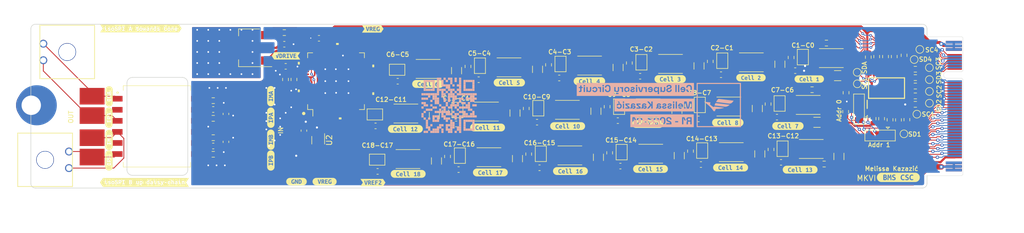
<source format=kicad_pcb>
(kicad_pcb (version 20221018) (generator pcbnew)
  (layers (0 "F.Cu" signal) (31 "B.Cu" signal) (34 "B.Paste" user) (35 "F.Paste" user) (36 "B.SilkS" user "B.Silkscreen") (37 "F.SilkS" user "F.Silkscreen") (38 "B.Mask" user) (39 "F.Mask" user) (44 "Edge.Cuts" user))
  (net 0 "")
  (net 1 "GND")
  (net 2 "Net-(C1-Pad2)")
  (net 3 "/VREG")
  (net 4 "Net-(C4-Pad1)")
  (net 5 "Net-(C5-Pad1)")
  (net 6 "Net-(C6-Pad1)")
  (net 7 "Net-(C7-Pad1)")
  (net 8 "Net-(C8-Pad1)")
  (net 9 "/C16")
  (net 10 "/C15")
  (net 11 "/C18")
  (net 12 "/C17")
  (net 13 "/C14")
  (net 14 "/C13")
  (net 15 "/C12")
  (net 16 "/C11")
  (net 17 "/C10")
  (net 18 "/C9")
  (net 19 "/C8")
  (net 20 "/C7")
  (net 21 "/C6")
  (net 22 "/C5")
  (net 23 "/C4")
  (net 24 "/C3")
  (net 25 "/C2")
  (net 26 "/C1")
  (net 27 "/CELL16")
  (net 28 "Net-(F1-Pad2)")
  (net 29 "/CELL18")
  (net 30 "Net-(F2-Pad2)")
  (net 31 "/CELL17")
  (net 32 "Net-(F3-Pad2)")
  (net 33 "/CELL15")
  (net 34 "Net-(F4-Pad2)")
  (net 35 "/CELL14")
  (net 36 "Net-(F5-Pad2)")
  (net 37 "/CELL13")
  (net 38 "Net-(F6-Pad2)")
  (net 39 "/CELL12")
  (net 40 "Net-(F7-Pad2)")
  (net 41 "/CELL11")
  (net 42 "Net-(F8-Pad2)")
  (net 43 "/CELL10")
  (net 44 "Net-(F9-Pad2)")
  (net 45 "/CELL9")
  (net 46 "Net-(F10-Pad2)")
  (net 47 "/CELL8")
  (net 48 "Net-(F11-Pad2)")
  (net 49 "/CELL7")
  (net 50 "Net-(F12-Pad2)")
  (net 51 "/CELL6")
  (net 52 "Net-(F13-Pad2)")
  (net 53 "/CELL5")
  (net 54 "Net-(F14-Pad2)")
  (net 55 "/CELL4")
  (net 56 "Net-(F15-Pad2)")
  (net 57 "/CELL3")
  (net 58 "Net-(F16-Pad2)")
  (net 59 "/CELL2")
  (net 60 "Net-(F17-Pad2)")
  (net 61 "/CELL1")
  (net 62 "Net-(F18-Pad2)")
  (net 63 "Net-(IC1-Pad3)")
  (net 64 "Net-(IC1-Pad4)")
  (net 65 "/MUX1_SD")
  (net 66 "/MUX1_SC")
  (net 67 "Net-(IC1-Pad7)")
  (net 68 "/MUX2_SD")
  (net 69 "/MUX2_SC")
  (net 70 "Net-(IC1-Pad11)")
  (net 71 "/MUX3_SD")
  (net 72 "/MUX3_SC")
  (net 73 "Net-(IC1-Pad14)")
  (net 74 "/MUX4_SD")
  (net 75 "/MUX4_SC")
  (net 77 "/SCL")
  (net 78 "/SDA")
  (net 84 "/MUX_OUT_4")
  (net 85 "/MUX_OUT_3")
  (net 86 "/MUX_OUT_2")
  (net 87 "/MUX_OUT_1")
  (net 91 "Net-(C2-Pad2)")
  (net 92 "Net-(J2-Pad1)")
  (net 110 "/VDRIVE")
  (net 111 "Net-(R1-Pad2)")
  (net 112 "Net-(R2-Pad2)")
  (net 113 "/IPA")
  (net 114 "/IMA")
  (net 115 "/IPB")
  (net 116 "/IMB")
  (net 117 "/S16")
  (net 118 "/S18")
  (net 119 "/S17")
  (net 120 "/S15")
  (net 121 "/S14")
  (net 122 "/S13")
  (net 123 "/S12")
  (net 124 "/S11")
  (net 125 "/S10")
  (net 126 "/S9")
  (net 127 "/S8")
  (net 128 "/S7")
  (net 129 "/S6")
  (net 130 "/S5")
  (net 131 "/S4")
  (net 132 "/S3")
  (net 133 "/S2")
  (net 134 "/S1")
  (net 141 "/VREF2")
  (net 142 "/V+")
  (net 145 "Net-(J1-Pad1)")
  (net 146 "Net-(J1-Pad2)")
  (net 150 "/Main Mux to Thermistor Muxes/Address Jump/ADDR_0")
  (net 151 "/Main Mux to Thermistor Muxes/Address Jump/ADDR_1")
  (net 152 "/Main Mux to Thermistor Muxes/Address Jump/PULL_UP")
  (net 153 "/Main Mux to Thermistor Muxes/Address Jump/PULL_DOWN")
  (net 154 "Net-(J2-Pad2)")
  (footprint "OEM:C_0603" (layer "F.Cu") (at 190.149776 93.47375)
    (fp_text reference "C24" hide)
    (fp_text value "C_10nF" hide)
  )
  (footprint "Package_TO_SOT_SMD:SOT-353_SC-70-5" (layer "F.Cu") (at 131.937998 105.035798 -90)
    (fp_text reference "U2")
    (fp_text value "MCP6001T-I-LT")
  )
  (footprint "OEM:R_0603" (layer "F.Cu") (at 155.325237 107.9797 -90)
    (fp_text reference "R18" hide)
    (fp_text value "10R" hide)
  )
  (footprint "TestPoint:TestPoint_Pad_D1.0mm" (layer "F.Cu") (at 242.443 91.9226)
    (fp_text reference "TP16" hide)
    (fp_text value "TP_1mm" hide)
  )
  (footprint "OEM:C_0603" (layer "F.Cu") (at 129.36 103.31 -90)
    (fp_text reference "C1" hide)
    (fp_text value "C_1uF" hide)
  )
  (footprint "footprints:Test_Point_SMD" (layer "F.Cu") (at 119.562017 97.085187 180)
    (fp_text reference "TP2" hide)
    (fp_text value "TP_SMD" hide)
  )
  (footprint "kibuzzard-63B4E59A" (layer "F.Cu") (at 192.024 110.236)
    (fp_text reference "kibuzzard-63B4E59A" hide)
    (fp_text value "G***" hide)
  )
  (footprint "TestPoint:TestPoint_Pad_D1.0mm" (layer "F.Cu") (at 240.1824 100.33)
    (fp_text reference "TP12" hide)
    (fp_text value "TP_1mm" hide)
  )
  (footprint "Resistor_SMD:R_2512_6332Metric" (layer "F.Cu") (at 210.254176 90.95695 180)
    (fp_text reference "R47" hide)
    (fp_text value "22R-1W" hide)
  )
  (footprint "kibuzzard-63B4EC7A" (layer "F.Cu") (at 166.497 94.615)
    (fp_text reference "kibuzzard-63B4EC7A" hide)
    (fp_text value "G***" hide)
  )
  (footprint "Resistor_SMD:R_2512_6332Metric" (layer "F.Cu") (at 151.802696 92.14305 180)
    (fp_text reference "R39" hide)
    (fp_text value "22R-1W" hide)
  )
  (footprint "Fuse:Fuse_1206_3216Metric" (layer "F.Cu") (at 215.410376 91.30095 90)
    (fp_text reference "F17" hide)
    (fp_text value "200mA_Fuse" hide)
  )
  (footprint "TestPoint:TestPoint_Pad_D1.0mm" (layer "F.Cu") (at 229.3874 92.7608)
    (fp_text reference "TP10" hide)
    (fp_text value "TP_1mm" hide)
  )
  (footprint "Resistor_SMD:R_2512_6332Metric" (layer "F.Cu") (at 147.795227 100.2176 180)
    (fp_text reference "R27" hide)
    (fp_text value "22R-1W" hide)
  )
  (footprint "kibuzzard-63B4EC5B" (layer "F.Cu") (at 216.8652 102.4636)
    (fp_text reference "kibuzzard-63B4EC5B" hide)
    (fp_text value "G***" hide)
  )
  (footprint "kibuzzard-63B8E079" (layer "F.Cu") (at 128.016 112.522)
    (fp_text reference "kibuzzard-63B8E079" hide)
    (fp_text value "G***" hide)
  )
  (footprint "Resistor_SMD:R_2512_6332Metric" (layer "F.Cu") (at 220.5228 98.6536 180)
    (fp_text reference "R37" hide)
    (fp_text value "22R-1W" hide)
  )
  (footprint "Fuse:Fuse_1206_3216Metric" (layer "F.Cu") (at 222.123 101.8028 180)
    (fp_text reference "F12" hide)
    (fp_text value "200mA_Fuse" hide)
  )
  (footprint "kibuzzard-63B4E581" (layer "F.Cu") (at 163.068 110.871)
    (fp_text reference "kibuzzard-63B4E581" hide)
    (fp_text value "G***" hide)
  )
  (footprint "Fuse:Fuse_1206_3216Metric" (layer "F.Cu") (at 225.8568 93.3704)
    (fp_text reference "F18" hide)
    (fp_text value "200mA_Fuse" hide)
  )
  (footprint "OEM:R_0603" (layer "F.Cu") (at 112.962017 101.085187 180)
    (fp_text reference "R5" hide)
    (fp_text value "R_60.4" hide)
  )
  (footprint "OEM:C_0603" (layer "F.Cu") (at 157.323461 110.3503)
    (fp_text reference "C11" hide)
    (fp_text value "C_10nF" hide)
  )
  (footprint "OEM:R_0603" (layer "F.Cu") (at 234.51475 89.916 90)
    (fp_text reference "R61" hide)
    (fp_text value "R_15k" hide)
  )
  (footprint "kibuzzard-63B4D82F" (layer "F.Cu") (at 220.726 93.98)
    (fp_text reference "kibuzzard-63B4D82F" hide)
    (fp_text value "G***" hide)
  )
  (footprint "OEM:R_0603" (layer "F.Cu") (at 232.2576 101.1428 90)
    (fp_text reference "R10" hide)
    (fp_text value "R_4.99K" hide)
  )
  (footprint "OEM:C_0603" (layer "F.Cu") (at 132.08 86.614)
    (fp_text reference "C3" hide)
    (fp_text value "C_1uF" hide)
  )
  (footprint "OEM:C_0603" (layer "F.Cu") (at 156.879127 102.1037)
    (fp_text reference "C16" hide)
    (fp_text value "C_10nF" hide)
  )
  (footprint "kibuzzard-63B4EC20" (layer "F.Cu") (at 206.502 109.982)
    (fp_text reference "kibuzzard-63B4EC20" hide)
    (fp_text value "G***" hide)
  )
  (footprint "Jumper:SolderJumper-2_P1.3mm_Open_TrianglePad1.0x1.5mm" (layer "F.Cu") (at 215.9 106.5784 -90)
    (fp_text reference "JP6" hide)
    (fp_text value "SolderJumper_2_Open" hide)
  )
  (footprint "OEM:C_0603" (layer "F.Cu") (at 126.062017 91.685187)
    (fp_text reference "C2" hide)
    (fp_text value "C_1uF" hide)
  )
  (footprint "Resistor_SMD:R_2512_6332Metric" (layer "F.Cu") (at 162.809861 108.1129 180)
    (fp_text reference "R19" hide)
    (fp_text value "22R-1W" hide)
  )
  (footprint "Fuse:Fuse_1206_3216Metric" (layer "F.Cu") (at 197.220061 107.8273 90)
    (fp_text reference "F4" hide)
    (fp_text value "200mA_Fuse" hide)
  )
  (footprint "kibuzzard-63B4ED2A" (layer "F.Cu") (at 100.5332 112.6744)
    (fp_text reference "kibuzzard-63B4ED2A" hide)
    (fp_text value "G***" hide)
  )
  (footprint "OEM:R_0603" (layer "F.Cu") (at 227.3046 99.8728 -90)
    (fp_text reference "R51" hide)
    (fp_text value "R_4.99K" hide)
  )
  (footprint "footprints:HM2112ZNLT" (layer "F.Cu") (at 102.766417 102.536 -90)
    (fp_text reference "T1" hide)
    (fp_text value "HM2112ZNLT" hide)
  )
  (footprint "kibuzzard-63B4EC1B" (layer "F.Cu") (at 219.075 110.363)
    (fp_text reference "kibuzzard-63B4EC1B" hide)
    (fp_text value "G***" hide)
  )
  (footprint "footprints:LQFP-64-1EP_12x12_P0.5" (layer "F.Cu") (at 135.163015 94.363187 90)
    (fp_text reference "U1" hide)
    (fp_text value "ADBMS1818" hide)
  )
  (footprint "kibuzzard-63B4EBA9" (layer "F.Cu") (at 123.375217 97.071787 90)
    (fp_text reference "kibuzzard-63B4EBA9" hide)
    (fp_text value "G***" hide)
  )
  (footprint "TestPoint:TestPoint_Pad_D1.0mm" (layer "F.Cu") (at 240.7158 88.6206)
    (fp_text reference "TP18" hide)
    (fp_text value "TP_1mm" hide)
  )
  (footprint "kibuzzard-63B4E58E" (layer "F.Cu") (at 148.209 111.125)
    (fp_text reference "kibuzzard-63B4E58E" hide)
    (fp_text value "G***" hide)
  )
  (footprint "TestPoint:TestPoint_Pad_D1.0mm" (layer "F.Cu") (at 239.6998 90.4494)
    (fp_text reference "TP17" hide)
    (fp_text value "TP_1mm" hide)
  )
  (footprint "OEM:C_0603" (layer "F.Cu") (at 146.316296 94.38045)
    (fp_text reference "C21" hide)
    (fp_text value "C_10nF" hide)
  )
  (footprint "kibuzzard-63B4EBF9" (layer "F.Cu") (at 147.701 102.997)
    (fp_text reference "kibuzzard-63B4EBF9" hide)
    (fp_text value "G***" hide)
  )
  (footprint "kibuzzard-63B4EBB3" (layer "F.Cu") (at 123.375217 104.945787 90)
    (fp_text reference "kibuzzard-63B4EBB3" hide)
    (fp_text value "G***" hide)
  )
  (footprint "OEM:C_0603" (layer "F.Cu") (at 175.519376 93.78505)
    (fp_text reference "C23" hide)
    (fp_text value "C_10nF" hide)
  )
  (footprint "Jumper:SolderJumper-2_P1.3mm_Open_TrianglePad1.0x1.5mm" (layer "F.Cu") (at 186.341175 98.9698 -90)
    (fp_text reference "JP10" hide)
    (fp_text value "SolderJumper_2_Open" hide)
  )
  (footprint "kibuzzard-63B4D834" (layer "F.Cu") (at 210.185 93.726)
    (fp_text reference "kibuzzard-63B4D834" hide)
    (fp_text value "G***" hide)
  )
  (footprint "Fuse:Fuse_1206_3216Metric" (layer "F.Cu") (at 153.322661 108.7925 90)
    (fp_text reference "F2" hide)
    (fp_text value "200mA_Fuse" hide)
  )
  (footprint "OEM:C_0603" (layer "F.Cu") (at 171.505575 101.7796)
    (fp_text reference "C17" hide)
    (fp_text value "C_10nF" hide)
  )
  (footprint "OEM:R_0603" (layer "F.Cu") (at 126.031628 94.058387 -90)
    (fp_text reference "R1" hide)
    (fp_text value "R_1K" hide)
  )
  (footprint "OEM:R_0603" (layer "F.Cu") (at 239.903 95.25 180)
    (fp_text reference "R12" hide)
    (fp_text value "R_4.99K" hide)
  )
  (footprint "kibuzzard-63B4ED25" (layer "F.Cu") (at 99.880217 84.828987)
    (fp_text reference "kibuzzard-63B4ED25" hide)
    (fp_text value "G***" hide)
  )
  (footprint "OEM:R_0603" (layer "F.Cu") (at 112.962017 107.585187 180)
    (fp_text reference "R7" hide)
    (fp_text value "R_60.4" hide)
  )
  (footprint "OEM:R_0603" (layer "F.Cu") (at 188.193976 91.0779 -90)
    (fp_text reference "R44" hide)
    (fp_text value "10R" hide)
  )
  (footprint "footprints:SOP65P640X110-20N" (layer "F.Cu") (at 234.696 95.6123 90)
    (fp_text reference "IC1" hide)
    (fp_text value "PCA9545APW" hide)
  )
  (footprint "Jumper:SolderJumper-2_P1.3mm_Open_TrianglePad1.0x1.5mm" (layer "F.Cu") (at 161.181376 91.57145 -90)
    (fp_text reference "JP14" hide)
    (fp_text value "SolderJumper_2_Open" hide)
  )
  (footprint "Resistor_SMD:R_2512_6332Metric" (layer "F.Cu") (at 162.365527 99.8663 180)
    (fp_text reference "R29" hide)
    (fp_text value "22R-1W" hide)
  )
  (footprint "kibuzzard-63B4EC53" (layer "F.Cu") (at 205.994 101.854)
    (fp_text reference "kibuzzard-63B4EC53" hide)
    (fp_text value "G***" hide)
  )
  (footprint "kibuzzard-63B4EC66" (layer "F.Cu") (at 177.038 102.489)
    (fp_text reference "kibuzzard-63B4EC66" hide)
    (fp_text value "G***" hide)
  )
  (footprint "kibuzzard-63B4EBB8" (layer "F.Cu") (at 94.107 108.712 90)
    (fp_text reference "kibuzzard-63B4EBB8" hide)
    (fp_text value "G***" hide)
  )
  (footprint "footprints:Test_Point_SMD" (layer "F.Cu") (at 133.096 109.982)
    (fp_text reference "TP19" hide)
    (fp_text value "TP_SMD" hide)
  )
  (footprint "OEM:R_0603" (layer "F.Cu") (at 169.553727 99.3013 -90)
    (fp_text reference "R30" hide)
    (fp_text value "10R" hide)
  )
  (footprint "Fuse:Fuse_1206_3216Metric" (layer "F.Cu") (at 182.148175 99.7992 90)
    (fp_text reference "F9" hide)
    (fp_text value "200mA_Fuse" hide)
  )
  (footprint "OEM:C_0603" (layer "F.Cu") (at 142.680061 110.6827)
    (fp_text reference "C10" hide)
    (fp_text value "C_10nF" hide)
  )
  (footprint "Resistor_SMD:R_2512_6332Metric" (layer "F.Cu") (at 206.624261 107.2007 180)
    (fp_text reference "R23" hide)
    (fp_text value "22R-1W" hide)
  )
  (footprint "footprints:Test_Point_SMD" (layer "F.Cu") (at 119.562017 100.585187 180)
    (fp_text reference "TP1" hide)
    (fp_text value "TP_SMD" hide)
  )
  (footprint "OEM:R_0603" (layer "F.Cu") (at 227.3808 96.457 -90)
    (fp_text reference "R52" hide)
    (fp_text value "R_4.99K" hide)
  )
  (footprint "kibuzzard-63B4EC6B" (layer "F.Cu") (at 162.56 102.743)
    (fp_text reference "kibuzzard-63B4EC6B" hide)
    (fp_text value "G***" hide)
  )
  (footprint "Fuse:Fuse_1206_3216Metric" (layer "F.Cu") (at 196.7992 99.6158 90)
    (fp_text reference "F10" hide)
    (fp_text value "200mA_Fuse" hide)
  )
  (footprint "Resistor_SMD:R_2512_6332Metric" (layer "F.Cu") (at 192.063861 107.4801 180)
    (fp_text reference "R21" hide)
    (fp_text value "22R-1W" hide)
  )
  (footprint "OEM:C_0603" (layer "F.Cu") (at 186.577461 109.7175)
    (fp_text reference "C12" hide)
    (fp_text value "C_10nF" hide)
  )
  (footprint "Jumper:SolderJumper-3_P2.0mm_Open_TrianglePad1.0x1.5mm" (layer "F.Cu") (at 229.743 99.441 90)
    (fp_text reference "JP19" hide)
    (fp_text value "SolderJumper_3_Open" hide)
  )
  (footprint "kibuzzard-63B4EBAD" (layer "F.Cu") (at 94.107 100.965 90)
    (fp_text reference "kibuzzard-63B4EBAD" hide)
    (fp_text value "G***" hide)
  )
  (footprint "kibuzzard-63B4ED94" (layer "F.Cu") (at 126.111 89.789)
    (fp_text reference "kibuzzard-63B4ED94" hide)
    (fp_text value "G***" hide)
  )
  (footprint "Jumper:SolderJumper-2_P1.3mm_Open_TrianglePad1.0x1.5mm" (layer "F.Cu") (at 215.3666 98.3996 -90)
    (fp_text reference "JP12" hide)
    (fp_text value "SolderJumper_2_Open" hide)
  )
  (footprint "OEM:R_0603" (layer "F.Cu") (at 112.962017 104.585187)
    (fp_text reference "R6" hide)
    (fp_text value "R_60.4" hide)
  )
  (footprint "OEM:R_0603" (layer "F.Cu") (at 235.331 101.346 -90)
    (fp_text reference "R58" hide)
    (fp_text value "R_15k" hide)
  )
  (footprint "TestPoint:TestPoint_Pad_D1.0mm" (layer "F.Cu") (at 237.8456 103.886)
    (fp_text reference "TP11" hide)
    (fp_text value "TP_1mm" hide)
  )
  (footprint "Jumper:SolderJumper-3_P2.0mm_Open_TrianglePad1.0x1.5mm" (layer "F.Cu") (at 233.5276 104.1654 180)
    (fp_text reference "JP20" hide)
    (fp_text value "SolderJumper_3_Open" hide)
  )
  (footprint "OEM:R_0603" (layer "F.Cu") (at 213.2838 98.5012 -90)
    (fp_text reference "R36" hide)
    (fp_text value "10R" hide)
  )
  (footprint "Resistor_SMD:R_2512_6332Metric" (layer "F.Cu") (at 195.636176 91.23635 180)
    (fp_text reference "R45" hide)
    (fp_text value "22R-1W" hide)
  )
  (footprint "Jumper:SolderJumper-2_P1.3mm_Open_TrianglePad1.0x1.5mm" (layer "F.Cu") (at 201.366461 106.9097 -90)
    (fp_text reference "JP5" hide)
    (fp_text value "SolderJumper_2_Open" hide)
  )
  (footprint "Jumper:SolderJumper-2_P1.3mm_Open_TrianglePad1.0x1.5mm" (layer "F.Cu") (at 175.747976 91.25665 -90)
    (fp_text reference "JP15" hide)
    (fp_text value "SolderJumper_2_Open" hide)
  )
  (footprint "Jumper:SolderJumper-2_P1.3mm_Open_TrianglePad1.0x1.5mm" (layer "F.Cu") (at 146.2024 92.3036)
    (fp_text reference "JP13" hide)
    (fp_text value "SolderJumper_2_Open" hide)
  )
  (footprint "footprints:Test_Point_SMD" (layer "F.Cu") (at 91.062017 104.585187 180)
    (fp_text reference "TP7" hide)
    (fp_text value "TP_SMD" hide)
  )
  (footprint "Fuse:Fuse_1206_3216Metric" (layer "F.Cu") (at 167.966061 108.3699 90)
    (fp_text reference "F3" hide)
    (fp_text value "200mA_Fuse" hide)
  )
  (footprint "Resistor_SMD:R_2512_6332Metric" (layer "F.Cu") (at 177.443157 107.7849 180)
    (fp_text reference "R15" hide)
    (fp_text value "22R-1W" hide)
  )
  (footprint "footprints:Test_Point_SMD" (layer "F.Cu") (at 91.062017 108.085187 180)
    (fp_text reference "TP8" hide)
    (fp_text value "TP_SMD" hide)
  )
  (footprint "Jumper:SolderJumper-2_P1.3mm_Open_TrianglePad1.0x1.5mm" (layer "F.Cu") (at 219.5576 90.0111 -90)
    (fp_text reference "JP18" hide)
    (fp_text value "SolderJumper_2_Open" hide)
  )
  (footprint "footprints:SOT-223" (layer "F.Cu") (at 119.462017 88.335187 180)
    (fp_text reference "Q1" hide)
    (fp_text value "NSS1C201MZ4" hide)
  )
  (footprint "TestPoint:TestPoint_Pad_D1.0mm" (layer "F.Cu") (at 242.443 94.0816)
    (fp_text reference "TP15" hide)
    (fp_text value "TP_1mm" hide)
  )
  (footprint "Fuse:Fuse_1206_3216Metric" (layer "F.Cu") (at 156.958896 92.46425 90)
    (fp_text reference "F13" hide)
    (fp_text value "200mA_Fuse" hide)
  )
  (footprint "Fuse:Fuse_1206_3216Metric" (layer "F.Cu") (at 211.780461 107.5225 90)
    (fp_text reference "F5" hide)
    (fp_text value "200mA_Fuse" hide)
  )
  (footprint "Jumper:SolderJumper-2_P1.3mm_Open_TrianglePad1.0x1.5mm" (layer "F.Cu") (at 190.378376 90.94535 -90)
    (fp_text reference "JP16" hide)
    (fp_text value "SolderJumper_2_Open" hide)
  )
  (footprint "OEM:R_0603" (layer "F.Cu") (at 239.903 92.202)
    (fp_text reference "R55" hide)
    (fp_text value "R_15k" hide)
  )
  (footprint "Fuse:Fuse_1206_3216Metric" (layer "F.Cu") (at 182.604837 108.1321 90)
    (fp_text reference "F1" hide)
    (fp_text value "200mA_Fuse" hide)
  )
  (footprint "OEM:R_0603" (layer "F.Cu") (at 213.812461 106.7097 -90)
    (fp_text reference "R24" hide)
    (fp_text value "10R" hide)
  )
  (footprint "Fuse:Fuse_1206_3216Metric" (layer "F.Cu") (at 171.595376 92.2209 90)
    (fp_text reference "F14" hide)
    (fp_text value "200mA_Fuse" hide)
  )
  (footprint "footprints:MicroFit_RA_2" (layer "F.Cu") (at 82.562017 108.585187 90)
    (fp_text reference "J2" hide)
    (fp_text value "MicroFit_RA_2" hide)
  )
  (footprint "TestPoint:TestPoint_Pad_D1.0mm" (layer "F.Cu") (at 242.443 98.3488)
    (fp_text reference "TP13" hide)
    (fp_text value "TP_1mm" hide)
  )
  (footprint "OEM:R_0603" (layer "F.Cu") (at 239.903 93.726)
    (fp_text reference "R56" hide)
    (fp_text value "R_15k" hide)
  )
  (footprint "TestPoint:TestPoint_Pad_D1.0mm" (layer "F.Cu") (at 229.4128 94.8436)
    (fp_text reference "TP9" hide)
    (fp_text value "TP_1mm" hide)
  )
  (footprint "Jumper:SolderJumper-2_P1.3mm_Open_TrianglePad1.0x1.5mm" (layer "F.Cu") (at 157.552061 107.8219 -90)
    (fp_text reference "JP3" hide)
    (fp_text value "SolderJumper_2_Open" hide)
  )
  (footprint "OEM:C_0603" (layer "F.Cu") (at 200.700327 101.189)
    (fp_text reference "C19" hide)
    (fp_text value "C_10nF" hide)
  )
  (footprint "kibuzzard-63B4EC74" (layer "F.Cu") (at 151.765 94.869)
    (fp_text reference "kibuzzard-63B4EC74" hide)
    (fp_text value "G***" hide)
  )
  (footprint "kibuzzard-63B4EBB8" (layer "F.Cu") (at 123.375217 108.712 90)
    (fp_text reference "kibuzzard-63B4EBB8" hide)
    (fp_text value "G***" hide)
  )
  (footprint "OEM:R_0603" (layer "F.Cu") (at 239.903 97.028)
    (fp_text reference "R59" hide)
    (fp_text value "R_15k" hide)
  )
  (footprint "Resistor_SMD:R_2512_6332Metric" (layer "F.Cu") (at 221.0816 106.6227 180)
    (fp_text reference "R25" hide)
    (fp_text value "22R-1W" hide)
  )
  (footprint "OEM:R_0603" (layer "F.Cu") (at 233.807 101.1428 90)
    (fp_text reference "R9" hide)
    (fp_text value "R_4.99K" hide)
  )
  (footprint "OEM:R_0603" (layer "F.Cu") (at 238.37555 101.3206 90)
    (fp_text reference "R8" hide)
    (fp_text value "R_4.99K" hide)
  )
  (footprint "OEM:R_0603" (layer "F.Cu") (at 239.903 98.552)
    (fp_text reference "R60" hide)
    (fp_text value "R_15k" hide)
  )
  (footprint "OEM:R_0603" (layer "F.Cu") (at 199.252061 107.0145 -90)
    (fp_text reference "R22" hide)
    (fp_text value "10R" hide)
  )
  (footprint "OEM:R_0603" (layer "F.Cu") (at 236.08955 89.916 90)
    (fp_text reference "R62" hide)
    (fp_text value "R_15k" hide)
  )
  (footprint "OEM:R_0603" (layer "F.Cu") (at 231.39555 90.0243 -90)
    (fp_text reference "R13" hide)
    (fp_text value "R_4.99K" hide)
  )
  (footprint "OEM:C_0603" (layer "F.Cu") (at 112.962017 106.085187)
    (fp_text reference "C8" hide)
    (fp_text value "C_10nF" hide)
  )
  (footprint "footprints:MicroFit_RA_2" (layer "F.Cu") (at 86.562017 89.085187 -90)
    (fp_text reference "J1" hide)
    (fp_text value "MicroFit_RA_2" hide)
  )
  (footprint "kibuzzard-63BF5C85" (layer "F.Cu") (at 141.8082 84.9122)
    (fp_text reference "kibuzzard-63BF5C85" hide)
    (fp_text value "G***" hide)
  )
  (footprint "Jumper:SolderJumper-2_P1.3mm_Open_TrianglePad1.0x1.5mm" (layer "F.Cu") (at 200.928927 98.6606 -90)
    (fp_text reference "JP11" hide)
    (fp_text value "SolderJumper_2_Open" hide)
  )
  (footprint "Resistor_SMD:R_2512_6332Metric" (layer "F.Cu") (at 181.005776 91.54765 180)
    (fp_text reference "R43" hide)
    (fp_text value "22R-1W" hide)
  )
  (footprint "Jumper:SolderJumper-2_P1.3mm_Open_TrianglePad1.0x1.5mm" (layer "F.Cu") (at 204.996376 90.66595 -90)
    (fp_text reference "JP17" hide)
    (fp_text value "SolderJumper_2_Open" hide)
  )
  (footprint "Jumper:SolderJumper-2_P1.3mm_Open_TrianglePad1.0x1.5mm" (layer "F.Cu") (at 157.107727 99.5753 -90)
    (fp_text reference "JP8" hide)
    (fp_text value "SolderJumper_2_Open" hide)
  )
  (footprint "OEM:C_0603" (layer "F.Cu") (at 218.186 92.456)
    (fp_text reference "C26" hide)
    (fp_text value "C_10nF" hide)
  )
  (footprint "OEM:R_0603" (layer "F.Cu") (at 127.555628 94.058387 90)
    (fp_text reference "R2" hide)
    (fp_text value "R_1K" hide)
  )
  (footprint "Fuse:Fuse_1206_3216Metric" (layer "F.Cu") (at 152.938175 100.5896 90)
    (fp_text reference "F7" hide)
    (fp_text value "200mA_Fuse" hide)
  )
  (footprint "OEM:R_0603" (layer "F.Cu") (at 184.636837 107.3193 -90)
    (fp_text reference "R16" hide)
    (fp_text value "10R" hide)
  )
  (footprint "Jumper:SolderJumper-2_P1.3mm_Open_TrianglePad1.0x1.5mm" (layer "F.Cu") (at 142.1892 100.3808)
    (fp_text reference "JP7" hide)
    (fp_text value "SolderJumper_2_Open" hide)
  )
  (footprint "OEM:R_0603" (layer "F.Cu") (at 173.588976 91.4081 -90)
    (fp_text reference "R42" hide)
    (fp_text value "10R" hide)
  )
  (footprint "OEM:R_0603" (layer "F.Cu") (at 169.998061 107.5479 -90)
    (fp_text reference "R20" hide)
    (fp_text value "10R" hide)
  )
  (footprint "kibuzzard-63B4EBA9" (layer "F.Cu") (at 94.1324 97.1042 90)
    (fp_text reference "kibuzzard-63B4EBA9" hide)
    (fp_text value "G***" hide)
  )
  (footprint "Fuse:Fuse_1206_3216Metric" (layer "F.Cu") (at 226.0854 107.9754 90)
    (fp_text reference "F6" hide)
    (fp_text value "200mA_Fuse" hide)
  )
  (footprint "Jumper:SolderJumper-2_P1.3mm_Open_TrianglePad1.0x1.5mm" (layer "F.Cu") (at 186.806061 107.1891 -90)
    (fp_text reference "JP4" hide)
    (fp_text value "SolderJumper_2_Open" hide)
  )
  (footprint "OEM:R_0603" (layer "F.Cu") (at 223.4184 109.347 180)
    (fp_text reference "R26" hide)
    (fp_text value "10R" hide)
  )
  (footprint "Fuse:Fuse_1206_3216Metric" (layer "F.Cu") (at 200.792376 91.60575 90)
    (fp_text reference "F16" hide)
    (fp_text value "200mA_Fuse" hide)
  )
  (footprint "kibuzzard-63B4EC80" (layer "F.Cu") (at 180.975 94.361)
    (fp_text reference "kibuzzard-63B4EC80" hide)
    (fp_text value "G***" hide)
  )
  (footprint "Resistor_SMD:R_2512_6332Metric" (layer "F.Cu") (at 191.598975 99.2608 180)
    (fp_text reference "R33" hide)
    (fp_text value "22R-1W" hide)
  )
  (footprint "OEM:C_0603" (layer "F.Cu") (at 112.962017 99.485187)
    (fp_text reference "C7" hide)
    (fp_text value "C_10nF" hide)
  )
  (footprint "OEM:C_0603" (layer "F.Cu") (at 171.956757 110.0223)
    (fp_text reference "C9" hide)
    (fp_text value "C_10nF" hide)
  )
  (footprint "OEM:C_0603" (layer "F.Cu") (at 215.6206 109.0422)
    (fp_text reference "C14" hide)
    (fp_text value "C_10nF" hide)
  )
  (footprint "Resistor_SMD:R_2512_6332Metric" (layer "F.Cu") (at 148.166461 108.4453 180)
    (fp_text reference "R17" hide)
    (fp_text value "22R-1W" hide)
  )
  (footprint "kibuzzard-63B4EBAD" (layer "F.Cu") (at 123.375217 100.965 90)
    (fp_text reference "kibuzzard-63B4EBAD" hide)
    (fp_text value "G***" hide)
  )
  (footprint "Fuse:Fuse_1206_3216Metric" (layer "F.Cu") (at 167.521727 100.1233 90)
    (fp_text reference "F8" hide)
    (fp_text value "200mA_Fuse" hide)
  )
  (footprint "Resistor_SMD:R_2512_6332Metric" (layer "F.Cu") (at 166.439176 91.86245 180)
    (fp_text reference "R41" hide)
    (fp_text value "22R-1W" hide)
  )
  (footprint "Resistor_SMD:R_2512_6332Metric" (layer "F.Cu") (at 224.7138 90.1954 180)
    (fp_text reference "R49" hide)
    (fp_text value "22R-1W" hide)
  )
  (footprint "Fuse:Fuse_1206_3216Metric" (layer "F.Cu") (at 186.161976 91.8907 90)
    (fp_text reference "F15" hide)
    (fp_text value "200mA_Fuse" hide)
  )
  (footprint "kibuzzard-63B4E593" (layer "F.Cu") (at 177.546 110.617)
    (fp_text reference "kibuzzard-63B4E593" hide)
    (fp_text value "G***" hide)
  )
  (footprint "footprints:Automotive_M.2_Edge_Connector" (layer "F.Cu") (at 248.515 98.881 -90)
    (fp_text reference "J3" hide)
    (fp_text value "Automotive_M.2_Edge_Connector" hide)
    (fp_line (start -12.55 0.2) (end -12.55 6.5) (stroke (width 0.05)) (layer "Edge.Cuts"))
    (fp_line (start -12.55 0.2) (end -12.35 0) (stroke (width 0.05)) (layer "Edge.Cuts"))
    (fp_line (start -12.35 0) (end -6.425 0) (stroke (width 0.05)) (layer "Edge.Cuts"))
    (fp_line (start -6.225 0.2) (end -6.425 0) (stroke (width 0.05)) (layer "Edge.Cuts"))
    (fp_line (start -6.225 2.9) (end -6.225 0.2) (stroke (width 0.05)) (layer "Edge.Cuts"))
    (fp_line (start -5.025 0.2) (end -4.825 0) (stroke (width 0.05)) (layer "Edge.Cuts"))
    (fp_line (start -5.025 2.9) (end -5.025 0.2) (stroke (width 0.05)) (layer "Edge.Cuts"))
    (fp_line (start -4.825 0) (end 12.35 0) (stroke (width 0.05)) (layer "Edge.Cuts"))
    (fp_line (start 12.55 0.2) (end 12.35 0) (stroke (width 0.05)) (layer "Edge.Cuts"))
    (fp_line (start 12.55 0.2) (end 12.55 6.5) (stroke (width 0.05)) (layer "Edge.Cuts"))
    (fp_arc (start -5.025 2.9) (mid -5.625 3.5) (end -6.225 2.9) (stroke (width 0.05)) (layer "Edge.Cuts"))
  )
  (footprint "kibuzzard-63B4EBB3" (layer "F.Cu") (at 94.1324 104.9782 90)
    (fp_text reference "kibuzzard-63B4EBB3" hide)
    (fp_text value "G***" hide)
  )
  (footprint "OEM:R_0603" (layer "F.Cu") (at 236.85155 101.3733 -90)
    (fp_text reference "R57" hide)
    (fp_text value "R_15k" hide)
  )
  (footprint "Resistor_SMD:R_2512_6332Metric" (layer "F.Cu") (at 206.186727 98.9516 180)
    (fp_text reference "R35" hide)
    (fp_text value "22R-1W" hide)
  )
  (footprint "footprints:Test_Point_SMD" (layer "F.Cu") (at 91.062017 97.085187 180)
    (fp_text reference "TP5" hide)
    (fp_text value "TP_SMD" hide)
  )
  (footprint "footprints:Test_Point_SMD" (layer "F.Cu") (at 127.972 110.026)
    (fp_text reference "TP20" hide)
    (fp_text value "TP_SMD" hide)
  )
  (footprint "kibuzzard-63B8E034" (layer "F.Cu") (at 133.096 112.522)
    (fp_text reference "kibuzzard-63B8E034" hide)
    (fp_text value "G***" hide)
  )
  (footprint "OEM:R_0603" (layer "F.Cu") (at 159.022376 91.70225 -90)
    (fp_text reference "R40" hide)
    (fp_text value "10R" hide)
  )
  (footprint "OEM:C_0603" (layer "F.Cu") (at 186.112575 101.4982)
    (fp_text reference "C18" hide)
    (fp_text value "C_10nF" hide)
  )
  (footprint "OEM:R_0603" (layer "F.Cu") (at 202.824376 90.79295 -90)
    (fp_text reference "R46" hide)
    (fp_text value "10R" hide)
  )
  (footprint "OEM:R_0603" (layer "F.Cu") (at 154.970175 99.7768 -90)
    (fp_text reference "R28" hide)
    (fp_text value "10R" hide)
  )
  (footprint "OEM:R_0603" (layer "F.Cu") (at 217.442376 90.0873 -90)
    (fp_text reference "R48" hide)
    (fp_text value "10R" hide)
  )
  (footprint "footprints:Test_Point_SMD" (layer "F.Cu") (at 91.062017 100.585187 180)
    (fp_text reference "TP6" hide)
    (fp_text value "TP_SMD" hide)
  )
  (footprint "TestPoint:TestPoint_Pad_D1.0mm" (layer "F.Cu") (at 242.443 96.2152)
    (fp_text reference "TP14" hide)
    (fp_text value "TP_1mm" hide)
  )
  (footprint "Jumper:SolderJumper-2_P1.3mm_Open_TrianglePad1.0x1.5mm" (layer "F.Cu") (at 172.185357 107.4939 -90)
    (fp_text reference "JP1" hide)
    (fp_text value "SolderJumper_2_Open" hide)
  )
  (footprint "footprints:Test_Point_SMD" (layer "F.Cu") (at 119.562017 108.585187 180)
    (fp_text reference "TP4" hide)
    (fp_text value "TP_SMD" hide)
  )
  (footprint "OEM:C_0603" (layer "F.Cu") (at 115.262017 100.285187 -90)
    (fp_text reference "C5" hide)
    (fp_text value "C_10nF" hide)
  )
  (footprint "OEM:C_0603" (layer "F.Cu") (at 214.884 100.8634)
    (fp_text reference "C20" hide)
    (fp_text value "C_10nF" hide)
  )
  (footprint "OEM:R_0603" (layer "F.Cu") (at 237.86755 89.6893 -90)
    (fp_text reference "R11" hide)
    (fp_text value "R_4.99K" hide)
  )
  (footprint "kibuzzard-63BF5C8C" (layer "F.Cu") (at 141.8336 112.6998)
    (fp_text reference "kibuzzard-63BF5C8C" hide)
    (fp_text value "G***" hide)
  )
  (footprint "kibuzzard-63B4EC4E" (layer "F.Cu") (at 191.516 102.108)
    (fp_text reference "kibuzzard-63B4EC4E" hide)
    (fp_text value "G***" hide)
  )
  (footprint "OEM:C_0603" (layer "F.Cu") (at 125.812017 87.685187)
    (fp_text reference "C4" hide)
    (fp_text value "C_0.1uF" hide)
  )
  (footprint "kibuzzard-63BF4D5E" (layer "F.Cu") (at 236.8296 111.76)
    (fp_text reference "kibuzzard-63BF4D5E" hide)
    (fp_text value "G***" hide)
  )
  (footprint "OEM:R_0603" (layer "F.Cu") (at 221.234 95.9104 180)
    (fp_text reference "R38" hide)
    (fp_text value "10R" hide)
  )
  (footprint "Jumper:SolderJumper-2_P1.3mm_Open_TrianglePad1.0x1.5mm" (layer "F.Cu") (at 171.734175 99.2512 -90)
    (fp_text reference "JP9" hide)
    (fp_text value "SolderJumper_2_Open" hide)
  )
  (footprint "Jumper:SolderJumper-2_P1.3mm_Open_TrianglePad1.0x1.5mm" (layer "F.Cu") (at 142.5956 108.5596)
    (fp_text reference "JP2" hide)
    (fp_text value "SolderJumper_2_Open" hide)
  )
  (footprint "OEM:C_0603" (layer "F.Cu") (at 204.767776 93.19435)
    (fp_text reference "C25" hide)
    (fp_text value "C_10nF" hide)
  )
  (footprint "OEM:C_0603" (layer "F.Cu") (at 201.137861 109.4381)
    (fp_text reference "C13" hide)
    (fp_text value "C_10nF" hide)
  )
  (footprint "OEM:M.2_Mount" (layer "F.Cu") (at 80.042817 98.722787 90)
    (fp_text reference "H1" hide)
    (fp_text value "M.2_MountingHole" hide)
  )
  (footprint "OEM:R_0603" (layer "F.Cu") (at 223.8248 87.4776 180)
    (fp_text reference "R50" hide)
    (fp_text value "10R" hide)
  )
  (footprint "footprints:Test_Point_SMD" (layer "F.Cu") (at 119.562017 105.085187 180)
    (fp_text reference "TP3" hide)
    (fp_text value "TP_SMD" hide)
  )
  (footprint "OEM:R_0603" (layer "F.Cu") (at 112.962017 97.885187)
    (fp_text reference "R4" hide)
    (fp_text value "R_60.4" hide)
  )
  (footprint "OEM:C_0603" (layer "F.Cu") (at 115.262017 105.335187 90)
    (fp_text reference "C6" hide)
    (fp_text value "C_10nF" hide)
  )
  (footprint "Fuse:Fuse_1206_3216Metric" (layer "F.Cu") (at 211.328 99.311 90)
    (fp_text reference "F11" hide)
    (fp_text value "200mA_Fuse" hide)
  )
  (footprint "OEM:R_0603" (layer "F.Cu") (at 184.180175 98.9772 -90)
    (fp_text reference "R32" hide)
    (fp_text value "10R" hide)
  )
  (footprint "Resistor_SMD:R_2512_6332Metric" (layer "F.Cu") (at 176.991975 99.5422 180)
    (fp_text reference "R31" hide)
    (fp_text value "22R-1W" hide)
  )
  (footprint "OEM:C_0603" (layer "F.Cu") (at 142.308827 102.455)
    (fp_text reference "C15" hide)
    (fp_text value "C_10nF" hide)
  )
  (footprint "OEM:C_0603" (layer "F.Cu") (at 160.952776 94.09985)
    (fp_text reference "C22" hide)
    (fp_text value "C_10nF" hide)
  )
  (footprint "OEM:R_0603" (layer "F.Cu") (at 198.787175 98.7776 -90)
    (fp_text reference "R34" hide)
    (fp_text value "10R" hide)
  )
  (footprint "OEM:R_0603" (layer "F.Cu") (at 232.91955 89.916 -90)
    (fp_text reference "R14" hide)
    (fp_text value "R_4.99K" hide)
  )
  (footprint "OEM:R_0603" (layer "F.Cu") (at 125.812017 85.585187 180)
    (fp_text reference "R3" hide)
    (fp_text value "R_100" hide)
  )
  (footprint "kibuzzard-63B4EB9B" (layer "F.Cu") (at 195.58 93.98)
    (fp_text reference "kibuzzard-63B4EB9B" hide)
    (fp_text value "G***" hide)
  )
  (footprint "kibuzzard-63BF4CDF" (layer "B.Cu") (at 189.2808 95.8596 180)
    (fp_text reference "kibuzzard-63BF4CDF" hide)
    (fp_text value "G***" hide)
  )
  (footprint "kibuzzard-63BF4696" (layer "B.Cu") (at 194.1068 101.5238 180)
    (fp_text reference "kibuzzard-63BF4696" hide)
    (fp_text value "G***" hide)
  )
  (footprint "kibuzzard-63BF465A" (layer "B.Cu") (at 192.6844 98.679 180)
    (fp_text reference "kibuzzard-63BF465A" hide)
    (fp_text value "G***" hide)
  )
  (footprint "OEM:QR_6_BMS-CSC_1" (layer "B.Cu") (at 155.6004 98.729801 180)
    (fp_text reference "QR*****")
    (fp_text value "hw.oem.to/6_BMS-CSC_1")
  )
  (footprint "OEM:OEM_Logo_8mm" (layer "B.Cu") (at 204.3684 98.679001 180)
    (fp_text reference "REF**" hide)
    (fp_text value "OEM_Logo_8mm")
  )
  (gr_line (start 79.988624 84.911876) (end 79.988624 112.867325) (stroke (width 0.1)) (layer "Edge.Cuts"))
  (gr_arc (start 80.828411 113.688) (mid 80.23855 113.451588) (end 79.988624 112.867325) (stroke (width 0.1)) (layer "Edge.Cuts"))
  (gr_arc (start 79.988624 84.911876) (mid 80.22424 84.323465) (end 80.806915 84.074) (stroke (width 0.1)) (layer "Edge.Cuts"))
  (gr_arc (start 108.362017 110.385187) (mid 108.069124 111.092294) (end 107.362017 111.385187) (stroke (width 0.1)) (layer "Edge.Cuts"))
  (gr_line (start 107.362017 93.685187) (end 98.362017 93.685187) (stroke (width 0.1)) (layer "Edge.Cuts"))
  (gr_arc (start 241.173 84.074) (mid 241.764876 84.312147) (end 242.015 84.899062) (stroke (width 0.1)) (layer "Edge.Cuts"))
  (gr_arc (start 107.362017 93.685187) (mid 108.069124 93.97808) (end 108.362017 94.685187) (stroke (width 0.1)) (layer "Edge.Cuts"))
  (gr_arc (start 97.362017 94.685187) (mid 97.65491 93.97808) (end 98.362017 93.685187) (stroke (width 0.1)) (layer "Edge.Cuts"))
  (gr_line (start 97.362017 94.685187) (end 97.362017 110.385187) (stroke (width 0.1)) (layer "Edge.Cuts"))
  (gr_line (start 241.173 84.074) (end 80.806915 84.074) (stroke (width 0.1)) (layer "Edge.Cuts"))
  (gr_line (start 242.015 112.840794) (end 242.015 111.431) (stroke (width 0.1)) (layer "Edge.Cuts"))
  (gr_arc (start 98.362017 111.385187) (mid 97.65491 111.092294) (end 97.362017 110.385187) (stroke (width 0.1)) (layer "Edge.Cuts"))
  (gr_line (start 242.015 86.331) (end 242.015 84.899062) (stroke (width 0.1)) (layer "Edge.Cuts"))
  (gr_line (start 98.362017 111.385187) (end 107.362017 111.385187) (stroke (width 0.1)) (layer "Edge.Cuts"))
  (gr_line (start 80.828411 113.688) (end 241.173 113.688) (stroke (width 0.1)) (layer "Edge.Cuts"))
  (gr_arc (start 242.015 112.840794) (mid 241.769462 113.438781) (end 241.173 113.688) (stroke (width 0.1)) (layer "Edge.Cuts"))
  (gr_line (start 108.362017 110.385187) (end 108.362017 94.685187) (stroke (width 0.1)) (layer "Edge.Cuts"))
  (gr_text "C9-C8" (at 186.309 96.774) (layer "F.SilkS") (effects (font (size 0.8 0.8))))
  (gr_text "C17-C16" (at 157.4292 105.7656) (layer "F.SilkS") (effects (font (size 0.8 0.8))))
  (gr_text "C11-C10" (at 157.2768 97.4598) (layer "F.SilkS") (effects (font (size 0.8 0.8))))
  (gr_text "SD2" (at 244.1702 98.806 90) (layer "F.SilkS") (effects (font (size 0.8 0.8))))
  (gr_text "SD1" (at 239.8014 103.9622) (layer "F.SilkS") (effects (font (size 0.8 0.8))))
  (gr_text "C6-C5" (at 146.304 89.535) (layer "F.SilkS") (effects (font (size 0.8 0.8))))
  (gr_text "C18-C17" (at 142.6464 105.9688) (layer "F.SilkS") (effects (font (size 0.8 0.8))))
  (gr_text "C13-C12" (at 216.027 104.267) (layer "F.SilkS") (effects (font (size 0.8 0.8))))
  (gr_text "SC1" (at 242.2398 100.3554) (layer "F.SilkS") (effects (font (size 0.8 0.8))))
  (gr_text "C15-C14" (at 186.69 105.029) (layer "F.SilkS") (effects (font (size 0.8 0.8))))
  (gr_text "C3-C2" (at 190.3476 88.5952) (layer "F.SilkS") (effects (font (size 0.8 0.8))))
  (gr_text "Addr 1" (at 233.3752 105.8672) (layer "F.SilkS") (effects (font (size 0.8 0.8))))
  (gr_text "SCL SDA" (at 230.7082 93.345 90) (layer "F.SilkS") (effects (font (size 0.8 0.8))))
  (gr_text "Addr 0" (at 226.1108 99.695 90) (layer "F.SilkS") (effects (font (size 0.8 0.8))))
  (gr_text "C2-C1" (at 204.9526 88.3412) (layer "F.SilkS") (effects (font (size 0.8 0.8))))
  (gr_text "C5-C4" (at 161.0868 89.3318) (layer "F.SilkS") (effects (font (size 0.8 0.8))))
  (gr_text "OUT" (at 87.2236 100.838 90) (layer "F.SilkS") (effects (font (size 0.8 0.8))))
  (gr_text "C7-C6" (at 215.8746 95.9612) (layer "F.SilkS") (effects (font (size 0.8 0.8))))
  (gr_text "Melissa Kazazić" (at 235.6104 110.1852) (layer "F.SilkS") (effects (font (size 0.8 0.8))))
  (gr_text "SD4" (at 241.7318 90.424) (layer "F.SilkS") (effects (font (size 0.8 0.8))))
  (gr_text "SC4" (at 242.8748 88.7222) (layer "F.SilkS") (effects (font (size 0.8 0.8))))
  (gr_text "SD3" (at 244.1702 93.726 90) (layer "F.SilkS") (effects (font (size 0.8 0.8))))
  (gr_text "C8-C7" (at 200.914 96.4692) (layer "F.SilkS") (effects (font (size 0.8 0.8))))
  (gr_text "C14-C13" (at 201.295 104.775) (layer "F.SilkS") (effects (font (size 0.8 0.8))))
  (gr_text "SC2" (at 244.221 96.266 90) (layer "F.SilkS") (effects (font (size 0.8 0.8))))
  (gr_text "C12-C11" (at 145.1102 97.6884) (layer "F.SilkS") (effects (font (size 0.8 0.8))))
  (gr_text "C10-C9" (at 171.45 97.2058) (layer "F.SilkS") (effects (font (size 0.8 0.8))))
  (gr_text "SC3" (at 244.094 91.186 90) (layer "F.SilkS") (effects (font (size 0.8 0.8))))
  (gr_text "C16-C15" (at 171.958 105.5116) (layer "F.SilkS") (effects (font (size 0.8 0.8))))
  (gr_text "C4-C3" (at 175.6156 89.0778) (layer "F.SilkS") (effects (font (size 0.8 0.8))))
  (gr_text "MKVI" (at 231.0638 111.9124) (layer "F.SilkS") (effects (font (size 1 1))))
  (gr_text "C1-C0" (at 219.583 87.884) (layer "F.SilkS") (effects (font (size 0.8 0.8))))
  (gr_text "IN" (at 125.1712 103.2764 90) (layer "F.SilkS") (effects (font (size 0.8 0.8))))
  (segment (start 127.936628 95.836387) (end 128.317628 95.836387) (width 0.2) (layer "F.Cu") (net 1))
  (segment (start 128.540828 95.613187) (end 129.538017 95.613187) (width 0.2) (layer "F.Cu") (net 1))
  (segment (start 244.951762 91.821) (end 244.6782 91.821) (width 0.1524) (layer "F.Cu") (net 1))
  (segment (start 244.872 94.631) (end 247.015 94.631) (width 0.15) (layer "F.Cu") (net 1))
  (segment (start 127.972 107.8552) (end 127.9652 107.8484) (width 0.381) (layer "F.Cu") (net 1))
  (segment (start 127.194217 96.217387) (end 129.433816 96.217387) (width 0.2) (layer "F.Cu") (net 1))
  (segment (start 131.71 102.74) (end 131.937998 102.967998) (width 0.381) (layer "F.Cu") (net 1))
  (segment (start 238.0471 98.5503) (end 238.0742 98.5774) (width 0.381) (layer "F.Cu") (net 1))
  (segment (start 127.062017 96.085187) (end 127.194217 96.217387) (width 0.2) (layer "F.Cu") (net 1))
  (segment (start 127.478213 87.685187) (end 127.4826 87.6808) (width 0.381) (layer "F.Cu") (net 1))
  (segment (start 136.413015 88.738189) (end 136.413015 89.733679) (width 0.254) (layer "F.Cu") (net 1))
  (segment (start 131.267109 86.576109) (end 131.305 86.614) (width 0.381) (layer "F.Cu") (net 1))
  (segment (start 135.165202 94.361) (end 137.414 94.361) (width 0.15) (layer "F.Cu") (net 1))
  (segment (start 126.587017 87.685187) (end 127.478213 87.685187) (width 0.381) (layer "F.Cu") (net 1))
  (segment (start 116.562017 104.585187) (end 115.287017 104.585187) (width 0.1524) (layer "F.Cu") (net 1))
  (segment (start 219.5576 91.2114) (end 219.964 91.6178) (width 0.381) (layer "F.Cu") (net 1))
  (segment (start 135.163015 94.363187) (end 135.252813 94.363187) (width 0.15) (layer "F.Cu") (net 1))
  (segment (start 113.737017 106.085187) (end 113.762017 106.085187) (width 0.1524) (layer "F.Cu") (net 1))
  (segment (start 135.163015 94.363187) (end 135.163015 94.142015) (width 0.15) (layer "F.Cu") (net 1))
  (segment (start 131.937998 102.967998) (end 131.937998 104.085798) (width 0.381) (layer "F.Cu") (net 1))
  (segment (start 227.3808 97.910996) (end 227.3808 97.282) (width 0.381) (layer "F.Cu") (net 1))
  (segment (start 128.190628 91.726887) (end 128.576927 92.113186) (width 0.2) (layer "F.Cu") (net 1))
  (segment (start 113.737017 99.410187) (end 114.862017 98.285187) (width 0.1524) (layer "F.Cu") (net 1))
  (segment (start 113.762017 106.085187) (end 114.862017 107.185187) (width 0.1524) (layer "F.Cu") (net 1))
  (segment (start 245.641762 91.131) (end 244.951762 91.821) (width 0.1524) (layer "F.Cu") (net 1))
  (segment (start 129.433816 96.217387) (end 129.538017 96.113186) (width 0.2) (layer "F.Cu") (net 1))
  (segment (start 135.160828 94.361) (end 133.223 94.361) (width 0.15) (layer "F.Cu") (net 1))
  (segment (start 127.972 110.026) (end 127.972 107.8552) (width 0.381) (layer "F.Cu") (net 1))
  (segment (start 135.163015 94.363187) (end 135.163015 92.237015) (width 0.15) (layer "F.Cu") (net 1))
  (segment (start 244.864 96.131) (end 247.015 96.131) (width 0.15) (layer "F.Cu") (net 1))
  (segment (start 244.856 96.139) (end 244.864 96.131) (width 0.15) (layer "F.Cu") (net 1))
  (segment (start 227.510802 98.040998) (end 227.3808 97.910996) (width 0.381) (layer "F.Cu") (net 1))
  (segment (start 237.621 98.5503) (end 238.0471 98.5503) (width 0.381) (layer "F.Cu") (net 1))
  (segment (start 247.015 97.631) (end 245.205 97.631) (width 0.15) (layer "F.Cu") (net 1))
  (segment (start 218.961 92.456) (end 219.7608 92.456) (width 0.381) (layer "F.Cu") (net 1))
  (segment (start 124.262017 92.485187) (end 125.287017 91.460187) (width 0.1524) (layer "F.Cu") (net 1))
  (segment (start 135.163015 94.363187) (end 135.165202 94.361) (width 0.15) (layer "F.Cu") (net 1))
  (segment (start 245.205 97.631) (end 245.11 97.536) (width 0.15) (layer "F.Cu") (net 1))
  (segment (start 128.317628 95.836387) (end 128.540828 95.613187) (width 0.2) (layer "F.Cu") (net 1))
  (segment (start 135.163015 94.363187) (end 135.160828 94.361) (width 0.15) (layer "F.Cu") (net 1))
  (segment (start 130.593891 86.576109) (end 131.267109 86.576109) (width 0.381) (layer "F.Cu") (net 1))
  (segment (start 125.967628 93.169387) (end 126.031628 93.233387) (width 0.2) (layer "F.Cu") (net 1))
  (segment (start 125.015628 93.169387) (end 125.967628 93.169387) (width 0.2) (layer "F.Cu") (net 1))
  (segment (start 137.414 96.52) (end 137.319828 96.52) (width 0.15) (layer "F.Cu") (net 1))
  (segment (start 244.7544 88.6714) (end 245.714001 89.631001) (width 0.1524) (layer "F.Cu") (net 1))
  (segment (start 129.36 102.535) (end 129.6924 102.2026) (width 0.381) (layer "F.Cu") (net 1))
  (segment (start 115.287017 104.585187) (end 115.262017 104.560187) (width 0.1524) (layer "F.Cu") (net 1))
  (segment (start 135.252813 94.363187) (end 137.414 92.202) (width 0.15) (layer "F.Cu") (net 1))
  (segment (start 135.163015 94.363187) (end 135.1788 94.378972) (width 0.15) (layer "F.Cu") (net 1))
  (segment (start 116.562017 100.585187) (end 115.737017 100.585187) (width 0.1524) (layer "F.Cu") (net 1))
  (segment (start 244.856 94.615) (end 244.872 94.631) (width 0.15) (layer "F.Cu") (net 1))
  (segment (start 135.163015 94.142015) (end 133.223 92.202) (width 0.15) (layer "F.Cu") (net 1))
  (segment (start 244.729 98.9639) (end 244.8961 99.131) (width 0.15) (layer "F.Cu") (net 1))
  (segment (start 128.576927 92.113186) (end 129.538017 92.113186) (width 0.2) (layer "F.Cu") (net 1))
  (segment (start 129.6924 102.2026) (end 129.6924 101.7016) (width 0.381) (layer "F.Cu") (net 1))
  (segment (start 135.1788 94.378972) (end 135.1788 96.4692) (width 0.15) (layer "F.Cu") (net 1))
  (segment (start 244.6782 91.821) (end 244.653689 91.796489) (width 0.1524) (layer "F.Cu") (net 1))
  (segment (start 137.319828 96.52) (end 135.163015 94.363187) (width 0.15) (layer "F.Cu") (net 1))
  (segment (start 219.5576 90.7361) (end 219.5576 91.2114) (width 0.381) (layer "F.Cu") (net 1))
  (segment (start 133.223 96.52) (end 135.163015 94.579985) (width 0.15) (layer "F.Cu") (net 1))
  (segment (start 219.7608 92.456) (end 219.7862 92.4814) (width 0.381) (layer "F.Cu") (net 1))
  (segment (start 245.714001 89.631001) (end 247.015 89.631001) (width 0.1524) (layer "F.Cu") (net 1))
  (segment (start 135.163015 92.237015) (end 135.128 92.202) (width 0.15) (layer "F.Cu") (net 1))
  (segment (start 113.737017 99.485187) (end 113.737017 99.410187) (width 0.1524) (layer "F.Cu") (net 1))
  (segment (start 244.8961 99.131) (end 247.015 99.131) (width 0.15) (layer "F.Cu") (net 1))
  (segment (start 247.015 91.131) (end 245.641762 91.131) (width 0.1524) (layer "F.Cu") (net 1))
  (segment (start 115.737017 100.585187) (end 115.262017 101.060187) (width 0.1524) (layer "F.Cu") (net 1))
  (via (at 114.862017 98.285187) (size 0.6096) (drill 0.3048) (layers "F.Cu" "B.Cu") (net 1))
  (via (at 135.160828 94.361) (size 0.6096) (drill 0.3048) (layers "F.Cu" "B.Cu") (net 1))
  (via (at 127.062017 99.085187) (size 0.6096) (drill 0.3048) (layers "F.Cu" "B.Cu") (net 1))
  (via (at 122.562017 103.085187) (size 0.6096) (drill 0.3048) (layers "F.Cu" "B.Cu") (net 1))
  (via (at 125.062017 102.585187) (size 0.6096) (drill 0.3048) (layers "F.Cu" "B.Cu") (net 1))
  (via (at 122.562017 95.585187) (size 0.6096) (drill 0.3048) (layers "F.Cu" "B.Cu") (net 1))
  (via (at 136.413015 89.733679) (size 0.6096) (drill 0.3048) (layers "F.Cu" "B.Cu") (net 1))
  (via (at 124.262017 92.485187) (size 0.6096) (drill 0.3048) (layers "F.Cu" "B.Cu") (net 1))
  (via (at 122.562017 100.085187) (size 0.6096) (drill 0.3048) (layers "F.Cu" "B.Cu") (net 1))
  (via (at 115.062017 109.585187) (size 0.6096) (drill 0.3048) (layers "F.Cu" "B.Cu") (net 1))
  (via (at 238.0742 98.5774) (size 0.762) (drill 0.381) (layers "F.Cu" "B.Cu") (net 1))
  (via (at 135.1788 96.4692) (size 0.6096) (drill 0.3048) (layers "F.Cu" "B.Cu") (net 1))
  (via (at 128.190628 91.726887) (size 0.6096) (drill 0.3048) (layers "F.Cu" "B.Cu") (net 1))
  (via (at 244.856 96.139) (size 0.6096) (drill 0.3048) (layers "F.Cu" "B.Cu") (net 1))
  (via (at 245.11 97.536) (size 0.6096) (drill 0.3048) (layers "F.Cu" "B.Cu") (net 1))
  (via (at 112.262017 95.585187) (size 0.6096) (drill 0.3048) (layers "F.Cu" "B.Cu") (net 1))
  (via (at 125.062017 101.085187) (size 0.6096) (drill 0.3048) (layers "F.Cu" "B.Cu") (net 1))
  (via (at 116.562017 100.585187) (size 0.6096) (drill 0.3048) (layers "F.Cu" "B.Cu") (net 1))
  (via (at 129.6924 101.7016) (size 0.762) (drill 0.381) (layers "F.Cu" "B.Cu") (net 1))
  (via (at 114.862017 107.185187) (size 0.6096) (drill 0.3048) (layers "F.Cu" "B.Cu") (net 1))
  (via (at 219.7862 92.4814) (size 0.762) (drill 0.381) (layers "F.Cu" "B.Cu") (net 1))
  (via (at 137.414 92.202) (size 0.6096) (drill 0.3048) (layers "F.Cu" "B.Cu") (net 1))
  (via (at 125.015628 93.169387) (size 0.6096) (drill 0.3048) (layers "F.Cu" "B.Cu") (net 1))
  (via (at 112.062017 109.585187) (size 0.6096) (drill 0.3048) (layers "F.Cu" "B.Cu") (net 1))
  (via (at 133.223 96.52) (size 0.6096) (drill 0.3048) (layers "F.Cu" "B.Cu") (net 1))
  (via (at 133.223 94.361) (size 0.6096) (drill 0.3048) (layers "F.Cu" "B.Cu") (net 1))
  (via (at 137.414 94.361) (size 0.6096) (drill 0.3048) (layers "F.Cu" "B.Cu") (net 1))
  (via (at 244.856 94.615) (size 0.6096) (drill 0.3048) (layers "F.Cu" "B.Cu") (net 1))
  (via (at 135.128 92.202) (size 0.6096) (drill 0.3048) (layers "F.Cu" "B.Cu") (net 1))
  (via (at 113.762017 95.585187) (size 0.6096) (drill 0.3048) (layers "F.Cu" "B.Cu") (net 1))
  (via (at 115.262017 95.585187) (size 0.6096) (drill 0.3048) (layers "F.Cu" "B.Cu") (net 1))
  (via (at 116.562017 104.585187) (size 0.6096) (drill 0.3048) (layers "F.Cu" "B.Cu") (net 1))
  (via (at 122.562017 101.585187) (size 0.6096) (drill 0.3048) (layers "F.Cu" "B.Cu") (net 1))
  (via (at 244.729 98.9639) (size 0.6096) (drill 0.3048) (layers "F.Cu" "B.Cu") (net 1))
  (via (at 123.062017 106.085187) (size 0.6096) (drill 0.3048) (layers "F.Cu" "B.Cu") (net 1))
  (via (at 127.9652 107.8484) (size 0.762) (drill 0.381) (layers "F.Cu" "B.Cu") (net 1))
  (via (at 244.7544 88.6714) (size 0.6096) (drill 0.3048) (layers "F.Cu" "B.Cu") (net 1))
  (via (at 219.964 91.6178) (size 0.762) (drill 0.381) (layers "F.Cu" "B.Cu") (net 1))
  (via (at 127.936628 95.836387) (size 0.6096) (drill 0.3048) (layers "F.Cu" "B.Cu") (net 1))
  (via (at 126.062017 100.085187) (size 0.6096) (drill 0.3048) (layers "F.Cu" "B.Cu") (net 1))
  (via (at 133.223 92.202) (size 0.6096) (drill 0.3048) (layers "F.Cu" "B.Cu") (net 1))
  (via (at 127.062017 96.085187) (size 0.6096) (drill 0.3048) (layers "F.Cu" "B.Cu") (net 1))
  (via (at 113.562017 109.585187) (size 0.6096) (drill 0.3048) (layers "F.Cu" "B.Cu") (net 1))
  (via (at 124.062017 105.085187) (size 0.6096) (drill 0.3048) (layers "F.Cu" "B.Cu") (net 1))
  (via (at 137.414 96.52) (size 0.6096) (drill 0.3048) (layers "F.Cu" "B.Cu") (net 1))
  (via (at 124.062017 98.585187) (size 0.6096) (drill 0.3048) (layers "F.Cu" "B.Cu") (net 1))
  (via (at 127.4826 87.6808) (size 0.6096) (drill 0.3048) (layers "F.Cu" "B.Cu") (net 1))
  (via (at 227.510802 98.040998) (size 0.7) (drill 0.3) (layers "F.Cu" "B.Cu") (net 1))
  (via (at 125.062017 104.085187) (size 0.6096) (drill 0.3048) (layers "F.Cu" "B.Cu") (net 1))
  (via (at 112.062017 102.585187) (size 0.6096) (drill 0.3048) (layers "F.Cu" "B.Cu") (net 1))
  (via (at 244.653689 91.796489) (size 0.6096) (drill 0.3048) (layers "F.Cu" "B.Cu") (net 1))
  (via (at 124.062017 95.585187) (size 0.6096) (drill 0.3048) (layers "F.Cu" "B.Cu") (net 1))
  (via (at 131.71 102.74) (size 0.762) (drill 0.381) (layers "F.Cu" "B.Cu") (net 1))
  (via (at 130.593891 86.576109) (size 0.5) (drill 0.2) (layers "F.Cu" "B.Cu") (net 1))
  (segment (start 245.291 94.107) (end 244.475 94.107) (width 0.15) (layer "B.Cu") (net 1))
  (segment (start 245.565 94.381) (end 245.291 94.107) (width 0.15) (layer "B.Cu") (net 1))
  (segment (start 245.5928 90.881) (end 245.0592 91.4146) (width 0.1524) (layer "B.Cu") (net 1))
  (segment (start 245.0592 91.4146) (end 245.0592 91.7956) (width 0.1524) (layer "B.Cu") (net 1))
  (segment (start 247.015 94.381) (end 245.565 94.381) (width 0.15) (layer "B.Cu") (net 1))
  (segment (start 247.015 90.881) (end 245.5928 90.881) (width 0.1524) (layer "B.Cu") (net 1))
  (segment (start 130.7084 93.064369) (end 130.7084 91.48157) (width 0.1524) (layer "F.Cu") (net 2))
  (segment (start 130.728317 93.084286) (end 130.7084 93.064369) (width 0.1524) (layer "F.Cu") (net 2))
  (segment (start 130.340016 91.113186) (end 129.538017 91.113186) (width 0.1524) (layer "F.Cu") (net 2))
  (segment (start 131.2872 104.085) (end 129.36 104.085) (width 0.1524) (layer "F.Cu") (net 2))
  (segment (start 130.7592 103.557) (end 131.2872 104.085) (width 0.1524) (layer "F.Cu") (net 2))
  (segment (start 131.151669 94.101342) (end 131.2418 94.191473) (width 0.1524) (layer "F.Cu") (net 2))
  (segment (start 130.7592 99.2285) (end 130.7592 103.557) (width 0.1524) (layer "F.Cu") (net 2))
  (segment (start 131.2418 94.191473) (end 131.2418 98.7459) (width 0.1524) (layer "F.Cu") (net 2))
  (segment (start 130.7084 91.48157) (end 130.340016 91.113186) (width 0.1524) (layer "F.Cu") (net 2))
  (segment (start 131.2418 98.7459) (end 130.7592 99.2285) (width 0.1524) (layer "F.Cu") (net 2))
  (via (at 130.728317 93.084286) (size 0.5) (drill 0.2) (layers "F.Cu" "B.Cu") (net 2))
  (via (at 131.151669 94.101342) (size 0.5) (drill 0.2) (layers "F.Cu" "B.Cu") (net 2))
  (segment (start 131.064 94.013673) (end 131.151669 94.101342) (width 0.1524) (layer "B.Cu") (net 2))
  (segment (start 131.064 93.419969) (end 131.064 94.013673) (width 0.1524) (layer "B.Cu") (net 2))
  (segment (start 130.728317 93.084286) (end 131.064 93.419969) (width 0.1524) (layer "B.Cu") (net 2))
  (segment (start 226.4156 95.1738) (end 226.8728 94.7166) (width 0.381) (layer "F.Cu") (net 3))
  (segment (start 132.588 86.614) (end 131.413015 87.788985) (width 0.381) (layer "F.Cu") (net 3))
  (segment (start 237.86755 88.8643) (end 236.35375 88.8643) (width 0.381) (layer "F.Cu") (net 3))
  (segment (start 231.39955 93.04575) (end 231.771 92.6743) (width 0.381) (layer "F.Cu") (net 3))
  (segment (start 131.312017 90.630726) (end 131.312017 93.249271) (width 0.254) (layer "F.Cu") (net 3))
  (segment (start 231.603729 85.2424) (end 240.5126 85.2424) (width 0.508) (layer "F.Cu") (net 3))
  (segment (start 132.587998 105.985798) (end 131.458598 107.115198) (width 0.254) (layer "F.Cu") (net 3))
  (segment (start 242.6462 87.376) (end 244.348 87.376) (width 0.508) (layer "F.Cu") (net 3))
  (segment (start 226.4156 97.924998) (end 226.4156 95.1738) (width 0.381) (layer "F.Cu") (net 3))
  (segment (start 130.062017 88.885187) (end 130.062017 89.415385) (width 0.254) (layer "F.Cu") (net 3))
  (segment (start 238.305946 96.139) (end 238.079246 95.9123) (width 0.381) (layer "F.Cu") (net 3))
  (segment (start 130.935198 107.115198) (end 130.295198 107.115198) (width 0.254) (layer "F.Cu") (net 3))
  (segment (start 236.08955 89.1285) (end 234.51475 89.1285) (width 0.381) (layer "F.Cu") (net 3))
  (segment (start 131.458598 107.115198) (end 130.935198 107.115198) (width 0.254) (layer "F.Cu") (net 3))
  (segment (start 235.1653 101.9678) (end 235.331 102.1335) (width 0.381) (layer "F.Cu") (net 3))
  (segment (start 227.3046 99.0478) (end 226.4867 99.8657) (width 0.381) (layer "F.Cu") (net 3))
  (segment (start 240.728 95.25) (end 239.839 96.139) (width 0.381) (layer "F.Cu") (net 3))
  (segment (start 123.879917 84.767287) (end 122.612017 86.035187) (width 0.381) (layer "F.Cu") (net 3))
  (segment (start 130.7846 94.482958) (end 130.622269 94.320627) (width 0.254) (layer "F.Cu") (net 3))
  (segment (start 226.4867 101.131436) (end 227.215364 101.8601) (width 0.381) (layer "F.Cu") (net 3))
  (segment (start 232.363125 95.550875) (end 232.02705 95.2148) (width 0.381) (layer "F.Cu") (net 3))
  (segment (start 234.47725 89.091) (end 234.51475 89.1285) (width 0.381) (layer "F.Cu") (net 3))
  (segment (start 132.855 86.614) (end 132.588 86.614) (width 0.381) (layer "F.Cu") (net 3))
  (segment (start 244.348 87.376) (end 244.602 87.63) (width 0.508) (layer "F.Cu") (net 3))
  (segment (start 244.953 87.981) (end 246.865 87.981) (width 0.381) (layer "F.Cu") (net 3))
  (segment (start 231.647637 94.3206) (end 231.64085 94.3206) (width 0.381) (layer "F.Cu") (net 3))
  (segment (start 240.6905 98.552) (end 240.6905 97.028) (width 0.381) (layer "F.Cu") (net 3))
  (segment (start 131.312017 93.249271) (end 130.948102 93.613186) (width 0.254) (layer "F.Cu") (net 3))
  (segment (start 231.31535 92.6743) (end 231.771 92.6743) (width 0.381) (layer "F.Cu") (net 3))
  (segment (start 231.39955 94.0793) (end 231.39955 93.04575) (width 0.381) (layer "F.Cu") (net 3))
  (segment (start 133.096 109.276) (end 133.096 109.982) (width 0.254) (layer "F.Cu") (net 3))
  (segment (start 127.974649 86.785187) (end 127.974649 86.797819) (width 0.254) (layer "F.Cu") (net 3))
  (segment (start 131.413015 87.788985) (end 131.413015 88.738189) (width 0.381) (layer "F.Cu") (net 3))
  (segment (start 232.2576 101.9678) (end 233.807 101.9678) (width 0.381) (layer "F.Cu") (net 3))
  (segment (start 231.7867 102.4387) (end 232.2576 101.9678) (width 0.381) (layer "F.Cu") (net 3))
  (segment (start 226.8728 94.7166) (end 227.7618 94.7166) (width 0.381) (layer "F.Cu") (net 3))
  (segment (start 232.91955 89.091) (end 232.81125 89.1993) (width 0.381) (layer "F.Cu") (net 3))
  (segment (start 231.09795 89.1993) (end 230.51055 89.7867) (width 0.381) (layer "F.Cu") (net 3))
  (segment (start 129.538017 93.613186) (end 130.81 93.613186) (width 0.254) (layer "F.Cu") (net 3))
  (segment (start 232.81125 89.1993) (end 231.39555 89.1993) (width 0.381) (layer "F.Cu") (net 3))
  (segment (start 231.2162 85.629929) (end 231.2162 89.01995) (width 0.381) (layer "F.Cu") (net 3))
  (segment (start 231.584829 85.2613) (end 231.2162 85.629929) (width 0.381) (layer "F.Cu") (net 3))
  (segment (start 228.2698 95.2246) (end 228.2698 95.8088) (width 0.381) (layer "F.Cu") (net 3))
  (segment (start 240.6905 97.028) (end 240.728 96.9905) (width 0.381) (layer "F.Cu") (net 3))
  (segment (start 231.2162 89.01995) (end 231.39555 89.1993) (width 0.381) (layer "F.Cu") (net 3))
  (segment (start 126.052713 84.767287) (end 125.807617 85.012383) (width 0.381) (layer "F.Cu") (net 3))
  (segment (start 240.728 93.7635) (end 240.728 95.25) (width 0.381) (layer "F.Cu") (net 3))
  (segment (start 128.57 100.500003) (end 130.7846 98.285403) (width 0.254) (layer "F.Cu") (net 3))
  (segment (start 239.839 96.139) (end 238.305946 96.139) (width 0.381) (layer "F.Cu") (net 3))
  (segment (start 236.85155 102.1608) (end 235.3583 102.1608) (width 0.381) (layer "F.Cu") (net 3))
  (segment (start 246.865 87.331) (end 246.865 88.631) (width 0.381) (layer "F.Cu") (net 3))
  (segment (start 130.948102 93.613186) (end 130.81 93.613186) (width 0.254) (layer "F.Cu") (net 3))
  (segment (start 227.3046 99.0478) (end 227.3046 98.813998) (width 0.381) (layer "F.Cu") (net 3))
  (segment (start 126.052713 84.767287) (end 123.879917 84.767287) (width 0.381) (layer "F.Cu") (net 3))
  (segment (start 232.72455 95.9123) (end 232.363125 95.550875) (width 0.381) (layer "F.Cu") (net 3))
  (segment (start 231.648 96.266) (end 232.363125 95.550875) (width 0.381) (layer "F.Cu") (net 3))
  (segment (start 230.51055 91.8695) (end 231.31535 92.6743) (width 0.381) (layer "F.Cu") (net 3))
  (segment (start 125.807617 86.430787) (end 126.062017 86.685187) (width 0.254) (layer "F.Cu") (net 3))
  (segment (start 240.6905 92.202) (end 240.6905 93.726) (width 0.381) (layer "F.Cu") (net 3))
  (segment (start 130.935198 107.115198) (end 133.096 109.276) (width 0.254) (layer "F.Cu") (net 3))
  (segment (start 233.99455 95.9123) (end 232.72455 95.9123) (width 0.381) (layer "F.Cu") (net 3))
  (segment (start 230.092993 84.537) (end 134.932 84.537) (width 0.508) (layer "F.Cu") (net 3))
  (segment (start 230.51055 89.7867) (end 230.51055 91.8695) (width 0.381) (layer "F.Cu") (net 3))
  (segment (start 130.062017 89.415385) (end 130.096676 89.415385) (width 0.254) (layer "F.Cu") (net 3))
  (segment (start 228.2698 95.8088) (end 228.727 96.266) (width 0.381) (layer "F.Cu") (net 3))
  (segment (start 227.3046 98.813998) (end 226.4156 97.924998) (width 0.381) (layer "F.Cu") (net 3))
  (segment (start 130.622269 93.800917) (end 130.81 93.613186) (width 0.254) (layer "F.Cu") (net 3))
  (segment (start 227.7618 94.7166) (end 228.2698 95.2246) (width 0.381) (layer "F.Cu") (net 3))
  (segment (start 231.178429 85.6677) (end 231.058514 85.547785) (width 0.508) (layer "F.Cu") (net 3))
  (segment (start 131.413015 88.738189) (end 131.413015 88.233015) (width 0.381) (layer "F.Cu") (net 3))
  (segment (start 238.37555 102.1456) (end 238.36035 102.1608) (width 0.381) (layer "F.Cu") (net 3))
  (segment (start 232.02705 95.2148) (end 232.02705 94.700013) (width 0.381) (layer "F.Cu") (net 3))
  (segment (start 231.39555 89.1993) (end 231.09795 89.1993) (width 0.381) (layer "F.Cu") (net 3))
  (segment (start 240.5126 85.2424) (end 242.6462 87.376) (width 0.508) (layer "F.Cu") (net 3))
  (segment (start 240.6905 93.726) (end 240.728 93.7635) (width 0.381) (layer "F.Cu") (net 3))
  (segment (start 128.57 105.39) (end 128.57 100.500003) (width 0.254) (layer "F.Cu") (net 3))
  (segment (start 125.807617 85.012383) (end 125.807617 86.430787) (width 0.254) (layer "F.Cu") (net 3))
  (segment (start 130.295198 107.115198) (end 128.57 105.39) (width 0.254) (layer "F.Cu") (net 3))
  (segment (start 231.584829 85.2613) (end 231.603729 85.2424) (width 0.508) (layer "F.Cu") (net 3))
  (segment (start 231.584829 85.2613) (end 231.178429 85.6677) (width 0.508) (layer "F.Cu") (net 3))
  (segment (start 127.874649 86.685187) (end 127.974649 86.785187) (width 0.254) (layer "F.Cu") (net 3))
  (segment (start 231.063402 102.4377) (end 231.064402 102.4387) (width 0.381) (layer "F.Cu") (net 3))
  (segment (start 240.728 96.9905) (end 240.728 95.25) (width 0.381) (layer "F.Cu") (net 3))
  (segment (start 231.064402 102.4387) (end 231.7867 102.4387) (width 0.381) (layer "F.Cu") (net 3))
  (segment (start 131.413015 88.233015) (end 127.947287 84.767287) (width 0.381) (layer "F.Cu") (net 3))
  (segment (start 127.974649 86.797819) (end 130.062017 88.885187) (width 0.254) (layer "F.Cu") (net 3))
  (segment (start 130.096676 89.415385) (end 131.312017 90.630726) (width 0.254) (layer "F.Cu") (net 3))
  (segment (start 228.727 96.266) (end 231.648 96.266) (width 0.381) (layer "F.Cu") (net 3))
  (segment (start 228.955101 102.4377) (end 231.063402 102.4377) (width 0.381) (layer "F.Cu") (net 3))
  (segment (start 231.058514 85.502521) (end 230.092993 84.537) (width 0.508) (layer "F.Cu") (net 3))
  (segment (start 127.947287 84.767287) (end 126.052713 84.767287) (width 0.381) (layer "F.Cu") (net 3))
  (segment (start 232.91955 89.091) (end 234.47725 89.091) (width 0.381) (layer "F.Cu") (net 3))
  (segment (start 233.807 101.9678) (end 235.1653 101.9678) (width 0.381) (layer "F.Cu") (net 3))
  (segment (start 232.02705 94.700013) (end 231.647637 94.3206) (width 0.381) (layer "F.Cu") (net 3))
  (segment (start 130.7846 98.285403) (end 130.7846 94.482958) (width 0.254) (layer "F.Cu") (net 3))
  (segment (start 235.3583 102.1608) (end 235.331 102.1335) (width 0.381) (layer "F.Cu") (net 3))
  (segment (start 244.602 87.63) (end 244.953 87.981) (width 0.381) (layer "F.Cu") (net 3))
  (segment (start 231.058514 85.547785) (end 231.058514 85.502521) (width 0.508) (layer "F.Cu") (net 3))
  (segment (start 228.377501 101.8601) (end 228.955101 102.4377) (width 0.381) (layer "F.Cu") (net 3))
  (segment (start 226.4867 99.8657) (end 226.4867 101.131436) (width 0.381) (layer "F.Cu") (net 3))
  (segment (start 227.215364 101.8601) (end 228.377501 101.8601) (width 0.381) (layer "F.Cu") (net 3))
  (segment (start 130.622269 94.320627) (end 130.622269 93.800917) (width 0.254) (layer "F.Cu") (net 3))
  (segment (start 134.932 84.537) (end 132.855 86.614) (width 0.508) (layer "F.Cu") (net 3))
  (segment (start 236.35375 88.8643) (end 236.08955 89.1285) (width 0.381) (layer "F.Cu") (net 3))
  (segment (start 231.64085 94.3206) (end 231.39955 94.0793) (width 0.381) (layer "F.Cu") (net 3))
  (segment (start 238.079246 95.9123) (end 233.99455 95.9123) (width 0.381) (layer "F.Cu") (net 3))
  (segment (start 126.062017 86.685187) (end 127.874649 86.685187) (width 0.254) (layer "F.Cu") (net 3))
  (segment (start 238.36035 102.1608) (end 236.85155 102.1608) (width 0.381) (layer "F.Cu") (net 3))
  (via (at 244.602 87.63) (size 0.762) (drill 0.381) (layers "F.Cu" "B.Cu") (net 3))
  (segment (start 244.602 87.63) (end 245.11 87.63) (width 0.381) (layer "B.Cu") (net 3))
  (segment (start 245.461 87.981) (end 246.865 87.981) (width 0.381) (layer "B.Cu") (net 3))
  (segment (start 245.11 87.63) (end 245.461 87.981) (width 0.381) (layer "B.Cu") (net 3))
  (segment (start 246.865 87.331) (end 246.865 88.631) (width 0.381) (layer "B.Cu") (net 3))
  (segment (start 125.037017 87.685187) (end 124.962017 87.610187) (width 0.381) (layer "F.Cu") (net 4))
  (segment (start 124.962017 87.610187) (end 124.962017 85.635187) (width 0.381) (layer "F.Cu") (net 4))
  (segment (start 124.387017 88.335187) (end 125.037017 87.685187) (width 0.381) (layer "F.Cu") (net 4))
  (segment (start 122.887017 88.335187) (end 124.387017 88.335187) (width 0.381) (layer "F.Cu") (net 4))
  (segment (start 116.312017 88.335187) (end 122.612017 88.335187) (width 0.254) (layer "F.Cu") (net 4))
  (via (at 110.062017 87.085187) (size 0.6096) (drill 0.3048) (layers "F.Cu" "B.Cu") (net 4))
  (via (at 120.062017 85.085187) (size 0.6096) (drill 0.3048) (layers "F.Cu" "B.Cu") (net 4))
  (via (at 110.062017 89.085187) (size 0.6096) (drill 0.3048) (layers "F.Cu" "B.Cu") (net 4))
  (via (at 120.062017 93.085187) (size 0.6096) (drill 0.3048) (layers "F.Cu" "B.Cu") (net 4))
  (via (at 120.062017 91.085187) (size 0.6096) (drill 0.3048) (layers "F.Cu" "B.Cu") (net 4))
  (via (at 110.062017 93.085187) (size 0.6096) (drill 0.3048) (layers "F.Cu" "B.Cu") (net 4))
  (via (at 112.062017 89.085187) (size 0.6096) (drill 0.3048) (layers "F.Cu" "B.Cu") (net 4))
  (via (at 112.062017 87.085187) (size 0.6096) (drill 0.3048) (layers "F.Cu" "B.Cu") (net 4))
  (via (at 114.062017 91.085187) (size 0.6096) (drill 0.3048) (layers "F.Cu" "B.Cu") (net 4))
  (via (at 116.062017 93.085187) (size 0.6096) (drill 0.3048) (layers "F.Cu" "B.Cu") (net 4))
  (via (at 110.062017 85.085187) (size 0.6096) (drill 0.3048) (layers "F.Cu" "B.Cu") (net 4))
  (via (at 112.062017 85.085187) (size 0.6096) (drill 0.3048) (layers "F.Cu" "B.Cu") (net 4))
  (via (at 114.062017 87.085187) (size 0.6096) (drill 0.3048) (layers "F.Cu" "B.Cu") (net 4))
  (via (at 116.062017 85.085187) (size 0.6096) (drill 0.3048) (layers "F.Cu" "B.Cu") (net 4))
  (via (at 112.062017 93.085187) (size 0.6096) (drill 0.3048) (layers "F.Cu" "B.Cu") (net 4))
  (via (at 114.062017 85.085187) (size 0.6096) (drill 0.3048) (layers "F.Cu" "B.Cu") (net 4))
  (via (at 120.062017 87.085187) (size 0.6096) (drill 0.3048) (layers "F.Cu" "B.Cu") (net 4))
  (via (at 114.062017 89.085187) (size 0.6096) (drill 0.3048) (layers "F.Cu" "B.Cu") (net 4))
  (via (at 120.062017 89.085187) (size 0.6096) (drill 0.3048) (layers "F.Cu" "B.Cu") (net 4))
  (via (at 112.062017 91.085187) (size 0.6096) (drill 0.3048) (layers "F.Cu" "B.Cu") (net 4))
  (via (at 118.062017 85.085187) (size 0.6096) (drill 0.3048) (layers "F.Cu" "B.Cu") (net 4))
  (via (at 110.062017 91.085187) (size 0.6096) (drill 0.3048) (layers "F.Cu" "B.Cu") (net 4))
  (via (at 118.062017 93.085187) (size 0.6096) (drill 0.3048) (layers "F.Cu" "B.Cu") (net 4))
  (via (at 114.062017 93.085187) (size 0.6096) (drill 0.3048) (layers "F.Cu" "B.Cu") (net 4))
  (segment (start 115.612017 99.160187) (end 115.262017 99.510187) (width 0.1524) (layer "F.Cu") (net 5))
  (segment (start 115.612017 97.985187) (end 115.612017 99.160187) (width 0.1524) (layer "F.Cu") (net 5))
  (segment (start 113.787017 97.885187) (end 113.918017 97.754187) (width 0.1524) (layer "F.Cu") (net 5))
  (segment (start 113.787017 101.085187) (end 113.787017 100.985187) (width 0.1524) (layer "F.Cu") (net 5))
  (segment (start 113.787017 100.985187) (end 115.262017 99.510187) (width 0.1524) (layer "F.Cu") (net 5))
  (segment (start 113.918017 97.754187) (end 115.381017 97.754187) (width 0.1524) (layer "F.Cu") (net 5))
  (segment (start 115.381017 97.754187) (end 115.612017 97.985187) (width 0.1524) (layer "F.Cu") (net 5))
  (segment (start 115.262017 106.060187) (end 115.262017 106.110187) (width 0.1524) (layer "F.Cu") (net 6))
  (segment (start 113.787017 107.585187) (end 114.062017 107.585187) (width 0.1524) (layer "F.Cu") (net 6))
  (segment (start 113.787017 104.585187) (end 115.262017 106.060187) (width 0.1524) (layer "F.Cu") (net 6))
  (segment (start 114.462017 107.985187) (end 114.812965 107.985187) (width 0.1524) (layer "F.Cu") (net 6))
  (segment (start 115.393017 107.405135) (end 115.393017 106.241187) (width 0.1524) (layer "F.Cu") (net 6))
  (segment (start 114.812965 107.985187) (end 115.393017 107.405135) (width 0.1524) (layer "F.Cu") (net 6))
  (segment (start 115.393017 106.241187) (end 115.262017 106.110187) (width 0.1524) (layer "F.Cu") (net 6))
  (segment (start 114.062017 107.585187) (end 114.462017 107.985187) (width 0.1524) (layer "F.Cu") (net 6))
  (segment (start 109.911417 99.536) (end 112.136204 99.536) (width 0.1524) (layer "F.Cu") (net 7))
  (segment (start 112.136204 99.536) (end 112.187017 99.485187) (width 0.1524) (layer "F.Cu") (net 7))
  (segment (start 111.63783 105.536) (end 109.911417 105.536) (width 0.1524) (layer "F.Cu") (net 8))
  (segment (start 112.187017 106.085187) (end 111.63783 105.536) (width 0.1524) (layer "F.Cu") (net 8))
  (segment (start 171.181757 107.502604) (end 171.181757 110.0223) (width 0.1524) (layer "F.Cu") (net 9))
  (segment (start 158.098461 109.0933) (end 157.552061 108.5469) (width 0.1524) (layer "F.Cu") (net 9))
  (segment (start 181.385637 109.5545) (end 180.191037 110.7491) (width 0.1524) (layer "F.Cu") (net 9))
  (segment (start 180.191037 110.7491) (end 171.886037 110.7491) (width 0.1524) (layer "F.Cu") (net 9))
  (segment (start 138.7647 105.8463) (end 133.913015 100.994615) (width 0.1524) (layer "F.Cu") (net 9))
  (segment (start 158.299015 105.8463) (end 138.7647 105.8463) (width 0.1524) (layer "F.Cu") (net 9))
  (segment (start 181.385637 108.8941) (end 181.385637 109.5545) (width 0.1524) (layer "F.Cu") (net 9))
  (segment (start 171.465757 106.0493) (end 172.185357 106.7689) (width 0.1524) (layer "F.Cu") (net 9))
  (segment (start 172.185357 106.7689) (end 171.915461 106.7689) (width 0.1524) (layer "F.Cu") (net 9))
  (segment (start 158.098461 110.3503) (end 160.646355 110.3503) (width 0.1524) (layer "F.Cu") (net 9))
  (segment (start 158.098461 110.3503) (end 158.098461 109.0933) (width 0.1524) (layer "F.Cu") (net 9))
  (segment (start 164.947355 106.0493) (end 158.502015 106.0493) (width 0.1524) (layer "F.Cu") (net 9))
  (segment (start 164.947355 106.0493) (end 171.465757 106.0493) (width 0.1524) (layer "F.Cu") (net 9))
  (segment (start 184.636837 108.1443) (end 182.135437 108.1443) (width 0.1524) (layer "F.Cu") (net 9))
  (segment (start 171.181757 110.04482) (end 171.181757 110.0223) (width 0.1524) (layer "F.Cu") (net 9))
  (segment (start 158.502015 106.0493) (end 158.299015 105.8463) (width 0.1524) (layer "F.Cu") (net 9))
  (segment (start 171.915461 106.7689) (end 171.181757 107.502604) (width 0.1524) (layer "F.Cu") (net 9))
  (segment (start 133.913015 100.994615) (end 133.913015 99.988185) (width 0.1524) (layer "F.Cu") (net 9))
  (segment (start 160.646355 110.3503) (end 164.947355 106.0493) (width 0.1524) (layer "F.Cu") (net 9))
  (segment (start 182.135437 108.1443) (end 181.385637 108.8941) (width 0.1524) (layer "F.Cu") (net 9))
  (segment (start 171.886037 110.7491) (end 171.181757 110.04482) (width 0.1524) (layer "F.Cu") (net 9))
  (segment (start 196.320837 107.9289) (end 195.965237 108.2845) (width 0.1524) (layer "F.Cu") (net 10))
  (segment (start 172.731757 110.0223) (end 175.156179 110.0223) (width 0.1524) (layer "F.Cu") (net 10))
  (segment (start 194.869837 110.4467) (end 186.531661 110.4467) (width 0.1524) (layer "F.Cu") (net 10))
  (segment (start 158.549531 105.2415) (end 139.353931 105.2415) (width 0.1524) (layer "F.Cu") (net 10))
  (segment (start 179.433979 105.7445) (end 173.158511 105.7445) (width 0.1524) (layer "F.Cu") (net 10))
  (segment (start 195.965237 108.2845) (end 195.965237 109.3513) (width 0.1524) (layer "F.Cu") (net 10))
  (segment (start 172.858511 105.4445) (end 158.752531 105.4445) (width 0.1524) (layer "F.Cu") (net 10))
  (segment (start 139.353931 105.2415) (end 134.913015 100.800584) (width 0.1524) (layer "F.Cu") (net 10))
  (segment (start 186.531661 110.4467) (end 185.802461 109.7175) (width 0.1524) (layer "F.Cu") (net 10))
  (segment (start 185.802461 107.197804) (end 185.802461 109.7175) (width 0.1524) (layer "F.Cu") (net 10))
  (segment (start 199.252061 107.8395) (end 199.162661 107.9289) (width 0.1524) (layer "F.Cu") (net 10))
  (segment (start 175.156179 110.0223) (end 179.433979 105.7445) (width 0.1524) (layer "F.Cu") (net 10))
  (segment (start 199.162661 107.9289) (end 196.320837 107.9289) (width 0.1524) (layer "F.Cu") (net 10))
  (segment (start 158.752531 105.4445) (end 158.549531 105.2415) (width 0.1524) (layer "F.Cu") (net 10))
  (segment (start 195.965237 109.3513) (end 194.869837 110.4467) (width 0.1524) (layer "F.Cu") (net 10))
  (segment (start 186.536165 106.4641) (end 185.802461 107.197804) (width 0.1524) (layer "F.Cu") (net 10))
  (segment (start 179.433979 105.7445) (end 186.086461 105.7445) (width 0.1524) (layer "F.Cu") (net 10))
  (segment (start 134.913015 100.800584) (end 134.913015 99.988185) (width 0.1524) (layer "F.Cu") (net 10))
  (segment (start 186.086461 105.7445) (end 186.806061 106.4641) (width 0.1524) (layer "F.Cu") (net 10))
  (segment (start 186.806061 106.4641) (end 186.536165 106.4641) (width 0.1524) (layer "F.Cu") (net 10))
  (segment (start 172.731757 110.0223) (end 172.731757 108.7653) (width 0.1524) (layer "F.Cu") (net 10))
  (segment (start 172.731757 108.7653) (end 172.185357 108.2189) (width 0.1524) (layer "F.Cu") (net 10))
  (segment (start 173.158511 105.7445) (end 172.858511 105.4445) (width 0.1524) (layer "F.Cu") (net 10))
  (segment (start 131.913014 99.988185) (end 131.913014 100.865584) (width 0.1524) (layer "F.Cu") (net 11))
  (segment (start 151.057437 111.3839) (end 142.606261 111.3839) (width 0.1524) (layer "F.Cu") (net 11))
  (segment (start 152.773037 108.8047) (end 152.074037 109.5037) (width 0.1524) (layer "F.Cu") (net 11))
  (segment (start 142.606261 111.3839) (end 141.905061 110.6827) (width 0.1524) (layer "F.Cu") (net 11))
  (segment (start 141.8706 110.648239) (end 141.905061 110.6827) (width 0.1524) (layer "F.Cu") (net 11))
  (segment (start 152.074037 109.5037) (end 152.074037 110.3673) (width 0.1524) (layer "F.Cu") (net 11))
  (segment (start 141.8706 108.5596) (end 141.8706 110.648239) (width 0.1524) (layer "F.Cu") (net 11))
  (segment (start 155.325237 108.8047) (end 152.773037 108.8047) (width 0.1524) (layer "F.Cu") (net 11))
  (segment (start 131.913014 100.865584) (end 139.60703 108.5596) (width 0.1524) (layer "F.Cu") (net 11))
  (segment (start 139.60703 108.5596) (end 141.8706 108.5596) (width 0.1524) (layer "F.Cu") (net 11))
  (segment (start 152.074037 110.3673) (end 151.057437 111.3839) (width 0.1524) (layer "F.Cu") (net 11))
  (segment (start 169.998061 108.3729) (end 167.530437 108.3729) (width 0.1524) (layer "F.Cu") (net 12))
  (segment (start 156.906261 106.4511) (end 157.552061 107.0969) (width 0.1524) (layer "F.Cu") (net 12))
  (segment (start 165.394437 111.1693) (end 157.271837 111.1693) (width 0.1524) (layer "F.Cu") (net 12))
  (segment (start 166.755237 109.8085) (end 165.394437 111.1693) (width 0.1524) (layer "F.Cu") (net 12))
  (segment (start 156.548461 107.830604) (end 156.548461 110.3503) (width 0.1524) (layer "F.Cu") (net 12))
  (segment (start 157.271837 111.1693) (end 156.548461 110.445924) (width 0.1524) (layer "F.Cu") (net 12))
  (segment (start 167.530437 108.3729) (end 166.755237 109.1481) (width 0.1524) (layer "F.Cu") (net 12))
  (segment (start 150.234555 106.4511) (end 138.514184 106.4511) (width 0.1524) (layer "F.Cu") (net 12))
  (segment (start 150.234555 106.4511) (end 156.906261 106.4511) (width 0.1524) (layer "F.Cu") (net 12))
  (segment (start 143.455061 110.6827) (end 146.002955 110.6827) (width 0.1524) (layer "F.Cu") (net 12))
  (segment (start 146.002955 110.6827) (end 150.234555 106.4511) (width 0.1524) (layer "F.Cu") (net 12))
  (segment (start 156.548461 110.445924) (end 156.548461 110.3503) (width 0.1524) (layer "F.Cu") (net 12))
  (segment (start 143.3206 108.5596) (end 143.3206 110.548239) (width 0.1524) (layer "F.Cu") (net 12))
  (segment (start 132.913014 100.84993) (end 132.913014 99.988185) (width 0.1524) (layer "F.Cu") (net 12))
  (segment (start 157.282165 107.0969) (end 156.548461 107.830604) (width 0.1524) (layer "F.Cu") (net 12))
  (segment (start 166.755237 109.1481) (end 166.755237 109.8085) (width 0.1524) (layer "F.Cu") (net 12))
  (segment (start 143.3206 110.548239) (end 143.455061 110.6827) (width 0.1524) (layer "F.Cu") (net 12))
  (segment (start 157.552061 107.0969) (end 157.282165 107.0969) (width 0.1524) (layer "F.Cu") (net 12))
  (segment (start 138.514184 106.4511) (end 132.913014 100.84993) (width 0.1524) (layer "F.Cu") (net 12))
  (segment (start 201.096565 106.1847) (end 200.362861 106.918404) (width 0.1524) (layer "F.Cu") (net 13))
  (segment (start 159.003047 104.8397) (end 158.800047 104.6367) (width 0.1524) (layer "F.Cu") (net 13))
  (segment (start 187.352461 108.4605) (end 186.806061 107.9141) (width 0.1524) (layer "F.Cu") (net 13))
  (segment (start 158.800047 104.6367) (end 139.756473 104.6367) (width 0.1524) (layer "F.Cu") (net 13))
  (segment (start 201.366461 106.1847) (end 201.096565 106.1847) (width 0.1524) (layer "F.Cu") (net 13))
  (segment (start 194.127355 105.4905) (end 187.830015 105.4905) (width 0.1524) (layer "F.Cu") (net 13))
  (segment (start 210.544837 107.9797) (end 210.544837 109.2497) (width 0.1524) (layer "F.Cu") (net 13))
  (segment (start 173.409027 105.1397) (end 173.109027 104.8397) (width 0.1524) (layer "F.Cu") (net 13))
  (segment (start 187.479215 105.1397) (end 173.409027 105.1397) (width 0.1524) (layer "F.Cu") (net 13))
  (segment (start 209.650237 110.1443) (end 200.943637 110.1443) (width 0.1524) (layer "F.Cu") (net 13))
  (segment (start 139.756473 104.6367) (end 135.913016 100.793243) (width 0.1524) (layer "F.Cu") (net 13))
  (segment (start 210.989837 107.5347) (end 210.544837 107.9797) (width 0.1524) (layer "F.Cu") (net 13))
  (segment (start 200.362861 109.563524) (end 200.362861 109.4381) (width 0.1524) (layer "F.Cu") (net 13))
  (segment (start 187.352461 109.7175) (end 187.352461 108.4605) (width 0.1524) (layer "F.Cu") (net 13))
  (segment (start 200.362861 106.918404) (end 200.362861 109.4381) (width 0.1524) (layer "F.Cu") (net 13))
  (segment (start 200.943637 110.1443) (end 200.362861 109.563524) (width 0.1524) (layer "F.Cu") (net 13))
  (segment (start 200.672261 105.4905) (end 201.366461 106.1847) (width 0.1524) (layer "F.Cu") (net 13))
  (segment (start 173.109027 104.8397) (end 159.003047 104.8397) (width 0.1524) (layer "F.Cu") (net 13))
  (segment (start 213.812461 107.5347) (end 210.989837 107.5347) (width 0.1524) (layer "F.Cu") (net 13))
  (segment (start 135.913016 100.793243) (end 135.913016 99.988185) (width 0.1524) (layer "F.Cu") (net 13))
  (segment (start 187.830015 105.4905) (end 187.479215 105.1397) (width 0.1524) (layer "F.Cu") (net 13))
  (segment (start 210.544837 109.2497) (end 209.650237 110.1443) (width 0.1524) (layer "F.Cu") (net 13))
  (segment (start 187.352461 109.7175) (end 189.900355 109.7175) (width 0.1524) (layer "F.Cu") (net 13))
  (segment (start 194.127355 105.4905) (end 200.672261 105.4905) (width 0.1524) (layer "F.Cu") (net 13))
  (segment (start 189.900355 109.7175) (end 194.127355 105.4905) (width 0.1524) (layer "F.Cu") (net 13))
  (segment (start 215.630104 105.8534) (end 214.8456 106.637904) (width 0.1524) (layer "F.Cu") (net 14))
  (segment (start 188.080531 104.8857) (end 187.729731 104.5349) (width 0.1524) (layer "F.Cu") (net 14))
  (segment (start 222.1277 109.8127) (end 222.5934 109.347) (width 0.1524) (layer "F.Cu") (net 14))
  (segment (start 201.912861 109.4381) (end 204.460755 109.4381) (width 0.1524) (layer "F.Cu") (net 14))
  (segment (start 208.676496 105.222359) (end 208.713155 105.1857) (width 0.1524) (layer "F.Cu") (net 14))
  (segment (start 204.460755 109.4381) (end 208.676496 105.222359) (width 0.1524) (layer "F.Cu") (net 14))
  (segment (start 140.1507 104.0319) (end 136.913014 100.794214) (width 0.1524) (layer "F.Cu") (net 14))
  (segment (start 202.401674 105.222359) (end 202.065015 104.8857) (width 0.1524) (layer "F.Cu") (net 14))
  (segment (start 201.366461 107.6347) (end 201.912861 108.1811) (width 0.1524) (layer "F.Cu") (net 14))
  (segment (start 173.359543 104.2349) (end 159.253563 104.2349) (width 0.1524) (layer "F.Cu") (net 14))
  (segment (start 215.6161 109.8127) (end 222.1277 109.8127) (width 0.1524) (layer "F.Cu") (net 14))
  (segment (start 201.912861 108.1811) (end 201.912861 109.4381) (width 0.1524) (layer "F.Cu") (net 14))
  (segment (start 214.8456 106.637904) (end 214.8456 109.0422) (width 0.1524) (layer "F.Cu") (net 14))
  (segment (start 214.8456 109.0422) (end 215.6161 109.8127) (width 0.1524) (layer "F.Cu") (net 14))
  (segment (start 159.050563 104.0319) (end 140.1507 104.0319) (width 0.1524) (layer "F.Cu") (net 14))
  (segment (start 215.2311 105.1845) (end 215.9 105.8534) (width 0.1524) (layer "F.Cu") (net 14))
  (segment (start 208.676496 105.222359) (end 202.401674 105.222359) (width 0.1524) (layer "F.Cu") (net 14))
  (segment (start 213.360923 105.1845) (end 215.2311 105.1845) (width 0.1524) (layer "F.Cu") (net 14))
  (segment (start 159.253563 104.2349) (end 159.050563 104.0319) (width 0.1524) (layer "F.Cu") (net 14))
  (segment (start 213.359723 105.1857) (end 213.360923 105.1845) (width 0.1524) (layer "F.Cu") (net 14))
  (segment (start 136.913014 100.794214) (end 136.913014 99.988185) (width 0.1524) (layer "F.Cu") (net 14))
  (segment (start 173.659543 104.5349) (end 173.359543 104.2349) (width 0.1524) (layer "F.Cu") (net 14))
  (segment (start 208.713155 105.1857) (end 213.359723 105.1857) (width 0.1524) (layer "F.Cu") (net 14))
  (segment (start 215.9 105.8534) (end 215.630104 105.8534) (width 0.1524) (layer "F.Cu") (net 14))
  (segment (start 187.729731 104.5349) (end 173.659543 104.5349) (width 0.1524) (layer "F.Cu") (net 14))
  (segment (start 202.065015 104.8857) (end 188.080531 104.8857) (width 0.1524) (layer "F.Cu") (net 14))
  (segment (start 150.597388 102.838888) (end 150.280075 103.1562) (width 0.1524) (layer "F.Cu") (net 15))
  (segment (start 141.533827 102.455) (end 139.6406 102.455) (width 0.1524) (layer "F.Cu") (net 15))
  (segment (start 186.5884 103.409) (end 186.5877 103.4097) (width 0.1524) (layer "F.Cu") (net 15))
  (segment (start 141.4642 100.3808) (end 141.4642 102.385373) (width 0.1524) (layer "F.Cu") (net 15))
  (segment (start 139.6406 102.455) (end 137.913015 100.727415) (width 0.1524) (layer "F.Cu") (net 15))
  (segment (start 217.5631 103.409) (end 186.5884 103.409) (width 0.1524) (layer "F.Cu") (net 15))
  (segment (start 154.970175 100.6018) (end 152.367175 100.6018) (width 0.1524) (layer "F.Cu") (net 15))
  (segment (start 186.5877 103.4097) (end 151.1936 103.4097) (width 0.1524) (layer "F.Cu") (net 15))
  (segment (start 219.0496 108.3245) (end 219.0496 104.8955) (width 0.1524) (layer "F.Cu") (net 15))
  (segment (start 150.280075 103.1562) (end 142.235027 103.1562) (width 0.1524) (layer "F.Cu") (net 15))
  (segment (start 137.913015 100.727415) (end 137.913015 99.988185) (width 0.1524) (layer "F.Cu") (net 15))
  (segment (start 151.718975 101.7173) (end 150.597388 102.838888) (width 0.1524) (layer "F.Cu") (net 15))
  (segment (start 215.9 107.3034) (end 215.9 108.5466) (width 0.1524) (layer "F.Cu") (net 15))
  (segment (start 142.235027 103.1562) (end 141.533827 102.455) (width 0.1524) (layer "F.Cu") (net 15))
  (segment (start 216.3956 109.0422) (end 218.3319 109.0422) (width 0.1524) (layer "F.Cu") (net 15))
  (segment (start 215.9 108.5466) (end 216.3956 109.0422) (width 0.1524) (layer "F.Cu") (net 15))
  (segment (start 151.1936 103.4097) (end 150.622788 102.838888) (width 0.1524) (layer "F.Cu") (net 15))
  (segment (start 219.0496 104.8955) (end 217.5631 103.409) (width 0.1524) (layer "F.Cu") (net 15))
  (segment (start 141.4642 102.385373) (end 141.533827 102.455) (width 0.1524) (layer "F.Cu") (net 15))
  (segment (start 152.367175 100.6018) (end 151.718975 101.25) (width 0.1524) (layer "F.Cu") (net 15))
  (segment (start 218.3319 109.0422) (end 219.0496 108.3245) (width 0.1524) (layer "F.Cu") (net 15))
  (segment (start 150.622788 102.838888) (end 150.597388 102.838888) (width 0.1524) (layer "F.Cu") (net 15))
  (segment (start 151.718975 101.25) (end 151.718975 101.7173) (width 0.1524) (layer "F.Cu") (net 15))
  (segment (start 150.261579 98.2528) (end 156.510227 98.2528) (width 0.1524) (layer "F.Cu") (net 16))
  (segment (start 142.3416 99.3648) (end 139.5364 99.3648) (width 0.1524) (layer "F.Cu") (net 16))
  (segment (start 143.083827 102.455) (end 146.059379 102.455) (width 0.1524) (layer "F.Cu") (net 16))
  (segment (start 139.5364 99.3648) (end 138.913015 99.988185) (width 0.1524) (layer "F.Cu") (net 16))
  (segment (start 143.083827 102.455) (end 143.083827 100.550427) (width 0.1524) (layer "F.Cu") (net 16))
  (segment (start 166.2684 101.978) (end 165.4415 102.8049) (width 0.1524) (layer "F.Cu") (net 16))
  (segment (start 156.510227 98.2528) (end 157.107727 98.8503) (width 0.1524) (layer "F.Cu") (net 16))
  (segment (start 165.4415 102.8049) (end 156.805327 102.8049) (width 0.1524) (layer "F.Cu") (net 16))
  (segment (start 156.104127 99.584004) (end 156.104127 102.1037) (width 0.1524) (layer "F.Cu") (net 16))
  (segment (start 150.240186 98.274193) (end 150.261579 98.2528) (width 0.1524) (layer "F.Cu") (net 16))
  (segment (start 142.9142 100.3808) (end 142.9142 99.9374) (width 0.1524) (layer "F.Cu") (net 16))
  (segment (start 142.9142 99.9374) (end 142.3416 99.3648) (width 0.1524) (layer "F.Cu") (net 16))
  (segment (start 166.9517 100.1263) (end 166.2684 100.8096) (width 0.1524) (layer "F.Cu") (net 16))
  (segment (start 143.083827 100.550427) (end 142.9142 100.3808) (width 0.1524) (layer "F.Cu") (net 16))
  (segment (start 156.837831 98.8503) (end 156.104127 99.584004) (width 0.1524) (layer "F.Cu") (net 16))
  (segment (start 157.107727 98.8503) (end 156.837831 98.8503) (width 0.1524) (layer "F.Cu") (net 16))
  (segment (start 166.2684 100.8096) (end 166.2684 101.978) (width 0.1524) (layer "F.Cu") (net 16))
  (segment (start 156.805327 102.8049) (end 156.104127 102.1037) (width 0.1524) (layer "F.Cu") (net 16))
  (segment (start 169.553727 100.1263) (end 166.9517 100.1263) (width 0.1524) (layer "F.Cu") (net 16))
  (segment (start 146.059379 102.455) (end 150.240186 98.274193) (width 0.1524) (layer "F.Cu") (net 16))
  (segment (start 180.8988 101.4192) (end 179.8372 102.4808) (width 0.1524) (layer "F.Cu") (net 17))
  (segment (start 181.3728 99.8022) (end 180.8988 100.2762) (width 0.1524) (layer "F.Cu") (net 17))
  (segment (start 180.8988 100.2762) (end 180.8988 101.4192) (width 0.1524) (layer "F.Cu") (net 17))
  (segment (start 170.730575 99.259904) (end 170.730575 101.7796) (width 0.1524) (layer "F.Cu") (net 17))
  (segment (start 160.629679 102.1037) (end 164.883279 97.8501) (width 0.1524) (layer "F.Cu") (net 17))
  (segment (start 171.464279 98.5262) (end 170.730575 99.259904) (width 0.1524) (layer "F.Cu") (net 17))
  (segment (start 157.107727 101.5573) (end 157.654127 102.1037) (width 0.1524) (layer "F.Cu") (net 17))
  (segment (start 171.431775 102.4808) (end 170.730575 101.7796) (width 0.1524) (layer "F.Cu") (net 17))
  (segment (start 179.8372 102.4808) (end 171.431775 102.4808) (width 0.1524) (layer "F.Cu") (net 17))
  (segment (start 164.883279 97.8501) (end 171.058075 97.8501) (width 0.1524) (layer "F.Cu") (net 17))
  (segment (start 171.058075 97.8501) (end 171.734175 98.5262) (width 0.1524) (layer "F.Cu") (net 17))
  (segment (start 184.180175 99.8022) (end 181.3728 99.8022) (width 0.1524) (layer "F.Cu") (net 17))
  (segment (start 164.883279 97.8501) (end 158.105081 97.8501) (width 0.1524) (layer "F.Cu") (net 17))
  (segment (start 157.107727 100.3003) (end 157.107727 101.5573) (width 0.1524) (layer "F.Cu") (net 17))
  (segment (start 158.105081 97.8501) (end 157.868169 97.613188) (width 0.1524) (layer "F.Cu") (net 17))
  (segment (start 157.868169 97.613188) (end 140.788013 97.613188) (width 0.1524) (layer "F.Cu") (net 17))
  (segment (start 157.654127 102.1037) (end 160.629679 102.1037) (width 0.1524) (layer "F.Cu") (net 17))
  (segment (start 171.734175 98.5262) (end 171.464279 98.5262) (width 0.1524) (layer "F.Cu") (net 17))
  (segment (start 198.787175 99.6026) (end 198.705375 99.5208) (width 0.1524) (layer "F.Cu") (net 18))
  (segment (start 186.038775 102.1994) (end 185.337575 101.4982) (width 0.1524) (layer "F.Cu") (net 18))
  (segment (start 185.603975 97.5076) (end 186.341175 98.2448) (width 0.1524) (layer "F.Cu") (net 18))
  (segment (start 172.280575 101.7796) (end 172.280575 100.5226) (width 0.1524) (layer "F.Cu") (net 18))
  (segment (start 172.280575 100.5226) (end 171.734175 99.9762) (width 0.1524) (layer "F.Cu") (net 18))
  (segment (start 198.705375 99.5208) (end 195.7512 99.5208) (width 0.1524) (layer "F.Cu") (net 18))
  (segment (start 195.4784 101.597) (end 194.876 102.1994) (width 0.1524) (layer "F.Cu") (net 18))
  (segment (start 175.256127 101.7796) (end 179.528127 97.5076) (width 0.1524) (layer "F.Cu") (net 18))
  (segment (start 186.071279 98.2448) (end 185.337575 98.978504) (width 0.1524) (layer "F.Cu") (net 18))
  (segment (start 179.528127 97.5076) (end 172.713129 97.5076) (width 0.1524) (layer "F.Cu") (net 18))
  (segment (start 172.280575 101.7796) (end 175.256127 101.7796) (width 0.1524) (layer "F.Cu") (net 18))
  (segment (start 158.355597 97.2453) (end 158.024697 96.9144) (width 0.1524) (layer "F.Cu") (net 18))
  (segment (start 158.024697 96.9144) (end 144.41131 96.9144) (width 0.1524) (layer "F.Cu") (net 18))
  (segment (start 186.341175 98.2448) (end 186.071279 98.2448) (width 0.1524) (layer "F.Cu") (net 18))
  (segment (start 185.337575 98.978504) (end 185.337575 101.4982) (width 0.1524) (layer "F.Cu") (net 18))
  (segment (start 144.110098 96.613188) (end 140.788013 96.613188) (width 0.1524) (layer "F.Cu") (net 18))
  (segment (start 195.4784 99.7936) (end 195.4784 101.597) (width 0.1524) (layer "F.Cu") (net 18))
  (segment (start 172.713129 97.5076) (end 172.450829 97.2453) (width 0.1524) (layer "F.Cu") (net 18))
  (segment (start 172.450829 97.2453) (end 158.355597 97.2453) (width 0.1524) (layer "F.Cu") (net 18))
  (segment (start 144.41131 96.9144) (end 144.110098 96.613188) (width 0.1524) (layer "F.Cu") (net 18))
  (segment (start 179.528127 97.5076) (end 185.603975 97.5076) (width 0.1524) (layer "F.Cu") (net 18))
  (segment (start 195.7512 99.5208) (end 195.4784 99.7936) (width 0.1524) (layer "F.Cu") (net 18))
  (segment (start 194.876 102.1994) (end 186.038775 102.1994) (width 0.1524) (layer "F.Cu") (net 18))
  (segment (start 143.965413 95.613187) (end 140.788013 95.613187) (width 0.1524) (layer "F.Cu") (net 19))
  (segment (start 210.1088 100.835) (end 209.0536 101.8902) (width 0.1524) (layer "F.Cu") (net 19))
  (segment (start 158.275213 96.3096) (end 144.661826 96.3096) (width 0.1524) (layer "F.Cu") (net 19))
  (segment (start 187.398329 97.3044) (end 186.996729 96.9028) (width 0.1524) (layer "F.Cu") (net 19))
  (segment (start 199.925327 98.669304) (end 199.925327 101.189) (width 0.1524) (layer "F.Cu") (net 19))
  (segment (start 213.2838 99.3262) (end 210.4238 99.3262) (width 0.1524) (layer "F.Cu") (net 19))
  (segment (start 186.887575 101.4982) (end 186.887575 100.2412) (width 0.1524) (layer "F.Cu") (net 19))
  (segment (start 172.701345 96.6405) (end 158.606113 96.6405) (width 0.1524) (layer "F.Cu") (net 19))
  (segment (start 193.9036 97.3044) (end 187.398329 97.3044) (width 0.1524) (layer "F.Cu") (net 19))
  (segment (start 200.626527 101.8902) (end 199.925327 101.189) (width 0.1524) (layer "F.Cu") (net 19))
  (segment (start 210.1088 99.6412) (end 210.1088 100.835) (width 0.1524) (layer "F.Cu") (net 19))
  (segment (start 186.887575 100.2412) (end 186.341175 99.6948) (width 0.1524) (layer "F.Cu") (net 19))
  (segment (start 186.996729 96.9028) (end 172.963645 96.9028) (width 0.1524) (layer "F.Cu") (net 19))
  (segment (start 210.4238 99.3262) (end 210.1088 99.6412) (width 0.1524) (layer "F.Cu") (net 19))
  (segment (start 172.963645 96.9028) (end 172.701345 96.6405) (width 0.1524) (layer "F.Cu") (net 19))
  (segment (start 189.7098 101.4982) (end 193.9036 97.3044) (width 0.1524) (layer "F.Cu") (net 19))
  (segment (start 200.659031 97.9356) (end 199.925327 98.669304) (width 0.1524) (layer "F.Cu") (net 19))
  (segment (start 186.887575 101.4982) (end 189.7098 101.4982) (width 0.1524) (layer "F.Cu") (net 19))
  (segment (start 200.928927 97.9356) (end 200.659031 97.9356) (width 0.1524) (layer "F.Cu") (net 19))
  (segment (start 158.606113 96.6405) (end 158.275213 96.3096) (width 0.1524) (layer "F.Cu") (net 19))
  (segment (start 193.9036 97.3044) (end 200.297727 97.3044) (width 0.1524) (layer "F.Cu") (net 19))
  (segment (start 200.297727 97.3044) (end 200.928927 97.9356) (width 0.1524) (layer "F.Cu") (net 19))
  (segment (start 144.661826 96.3096) (end 143.965413 95.613187) (width 0.1524) (layer "F.Cu") (net 19))
  (segment (start 209.0536 101.8902) (end 200.626527 101.8902) (width 0.1524) (layer "F.Cu") (net 19))
  (segment (start 201.475327 101.189) (end 204.2684 101.189) (width 0.1524) (layer "F.Cu") (net 20))
  (segment (start 172.951861 96.0357) (end 158.856629 96.0357) (width 0.1524) (layer "F.Cu") (net 20))
  (segment (start 214.8348 101.5892) (end 214.109 100.8634) (width 0.1524) (layer "F.Cu") (net 20))
  (segment (start 143.820729 94.613187) (end 140.788013 94.613187) (width 0.1524) (layer "F.Cu") (net 20))
  (segment (start 201.690481 96.6996) (end 187.6552 96.6996) (width 0.1524) (layer "F.Cu") (net 20))
  (segment (start 201.990481 96.9996) (end 201.690481 96.6996) (width 0.1524) (layer "F.Cu") (net 20))
  (segment (start 217.982958 101.5892) (end 214.8348 101.5892) (width 0.1524) (layer "F.Cu") (net 20))
  (segment (start 214.6916 96.9996) (end 215.3666 97.6746) (width 0.1524) (layer "F.Cu") (net 20))
  (segment (start 215.3666 97.6746) (end 215.096704 97.6746) (width 0.1524) (layer "F.Cu") (net 20))
  (segment (start 158.856629 96.0357) (end 158.525729 95.7048) (width 0.1524) (layer "F.Cu") (net 20))
  (segment (start 204.2684 101.189) (end 208.4578 96.9996) (width 0.1524) (layer "F.Cu") (net 20))
  (segment (start 144.912342 95.7048) (end 143.820729 94.613187) (width 0.1524) (layer "F.Cu") (net 20))
  (segment (start 219.3774 100.194758) (end 217.982958 101.5892) (width 0.1524) (layer "F.Cu") (net 20))
  (segment (start 215.096704 97.6746) (end 214.109 98.662304) (width 0.1524) (layer "F.Cu") (net 20))
  (segment (start 220.409 95.9104) (end 219.3774 96.942) (width 0.1524) (layer "F.Cu") (net 20))
  (segment (start 201.475327 99.932) (end 201.475327 101.189) (width 0.1524) (layer "F.Cu") (net 20))
  (segment (start 214.109 98.662304) (end 214.109 100.8634) (width 0.1524) (layer "F.Cu") (net 20))
  (segment (start 219.3774 96.942) (end 219.3774 100.194758) (width 0.1524) (layer "F.Cu") (net 20))
  (segment (start 200.928927 99.3856) (end 201.475327 99.932) (width 0.1524) (layer "F.Cu") (net 20))
  (segment (start 187.2536 96.298) (end 173.214161 96.298) (width 0.1524) (layer "F.Cu") (net 20))
  (segment (start 187.6552 96.6996) (end 187.2536 96.298) (width 0.1524) (layer "F.Cu") (net 20))
  (segment (start 208.4578 96.9996) (end 214.6916 96.9996) (width 0.1524) (layer "F.Cu") (net 20))
  (segment (start 158.525729 95.7048) (end 144.912342 95.7048) (width 0.1524) (layer "F.Cu") (net 20))
  (segment (start 208.4578 96.9996) (end 201.990481 96.9996) (width 0.1524) (layer "F.Cu") (net 20))
  (segment (start 173.214161 96.298) (end 172.951861 96.0357) (width 0.1524) (layer "F.Cu") (net 20))
  (segment (start 156.216176 92.52725) (end 155.720376 93.02305) (width 0.1524) (layer "F.Cu") (net 21))
  (segment (start 201.940997 96.0948) (end 202.240997 96.3948) (width 0.1524) (layer "F.Cu") (net 21))
  (segment (start 215.659 100.8634) (end 215.3666 100.571) (width 0.1524) (layer "F.Cu") (net 21))
  (segment (start 187.504116 95.6932) (end 187.905716 96.0948) (width 0.1524) (layer "F.Cu") (net 21))
  (segment (start 219.075 96.8945) (end 219.075 100.0695) (width 0.1524) (layer "F.Cu") (net 21))
  (segment (start 173.202377 95.4309) (end 173.464677 95.6932) (width 0.1524) (layer "F.Cu") (net 21))
  (segment (start 159.107145 95.4309) (end 173.202377 95.4309) (width 0.1524) (layer "F.Cu") (net 21))
  (segment (start 145.541296 94.38045) (end 145.541296 92.367496) (width 0.1524) (layer "F.Cu") (net 21))
  (segment (start 145.541296 92.367496) (end 145.4774 92.3036) (width 0.1524) (layer "F.Cu") (net 21))
  (segment (start 144.774032 93.613186) (end 145.541296 94.38045) (width 0.1524) (layer "F.Cu") (net 21))
  (segment (start 146.242496 95.08165) (end 145.541296 94.38045) (width 0.1524) (layer "F.Cu") (net 21))
  (segment (start 187.905716 96.0948) (end 201.940997 96.0948) (width 0.1524) (layer "F.Cu") (net 21))
  (segment (start 218.5753 96.3948) (end 219.075 96.8945) (width 0.1524) (layer "F.Cu") (net 21))
  (segment (start 218.2565 100.888) (end 215.6836 100.888) (width 0.1524) (layer "F.Cu") (net 21))
  (segment (start 202.240997 96.3948) (end 218.5753 96.3948) (width 0.1524) (layer "F.Cu") (net 21))
  (segment (start 219.075 100.0695) (end 218.2565 100.888) (width 0.1524) (layer "F.Cu") (net 21))
  (segment (start 215.6836 100.888) (end 215.659 100.8634) (width 0.1524) (layer "F.Cu") (net 21))
  (segment (start 154.728576 95.08165) (end 154.744526 95.0657) (width 0.1524) (layer "F.Cu") (net 21))
  (segment (start 173.464677 95.6932) (end 187.504116 95.6932) (width 0.1524) (layer "F.Cu") (net 21))
  (segment (start 154.728576 95.08165) (end 146.242496 95.08165) (width 0.1524) (layer "F.Cu") (net 21))
  (segment (start 158.741945 95.0657) (end 159.107145 95.4309) (width 0.1524) (layer "F.Cu") (net 21))
  (segment (start 215.3666 100.571) (end 215.3666 99.1246) (width 0.1524) (layer "F.Cu") (net 21))
  (segment (start 155.720376 93.02305) (end 155.720376 94.08985) (width 0.1524) (layer "F.Cu") (net 21))
  (segment (start 154.744526 95.0657) (end 158.741945 95.0657) (width 0.1524) (layer "F.Cu") (net 21))
  (segment (start 140.788013 93.613186) (end 144.774032 93.613186) (width 0.1524) (layer "F.Cu") (net 21))
  (segment (start 155.720376 94.08985) (end 154.728576 95.08165) (width 0.1524) (layer "F.Cu") (net 21))
  (segment (start 159.022376 92.52725) (end 156.216176 92.52725) (width 0.1524) (layer "F.Cu") (net 21))
  (segment (start 147.091296 94.38045) (end 150.066848 94.38045) (width 0.1524) (layer "F.Cu") (net 22))
  (segment (start 161.181376 90.84645) (end 160.91148 90.84645) (width 0.1524) (layer "F.Cu") (net 22))
  (segment (start 160.348426 90.0135) (end 161.181376 90.84645) (width 0.1524) (layer "F.Cu") (net 22))
  (segment (start 160.177776 91.580154) (end 160.177776 94.09985) (width 0.1524) (layer "F.Cu") (net 22))
  (segment (start 142.569554 92.613188) (end 145.169242 90.0135) (width 0.1524) (layer "F.Cu") (net 22))
  (segment (start 160.878976 94.80105) (end 160.177776 94.09985) (width 0.1524) (layer "F.Cu") (net 22))
  (segment (start 169.256226 94.80105) (end 160.878976 94.80105) (width 0.1524) (layer "F.Cu") (net 22))
  (segment (start 154.6393 90.0135) (end 158.1174 90.0135) (width 0.1524) (layer "F.Cu") (net 22))
  (segment (start 170.363176 92.6781) (end 170.363176 93.6941) (width 0.1524) (layer "F.Cu") (net 22))
  (segment (start 147.091296 94.38045) (end 147.091296 92.467496) (width 0.1524) (layer "F.Cu") (net 22))
  (segment (start 154.433798 90.0135) (end 154.6393 90.0135) (width 0.1524) (layer "F.Cu") (net 22))
  (segment (start 158.1174 90.0135) (end 160.348426 90.0135) (width 0.1524) (layer "F.Cu") (net 22))
  (segment (start 150.066848 94.38045) (end 154.433798 90.0135) (width 0.1524) (layer "F.Cu") (net 22))
  (segment (start 140.788013 92.613188) (end 142.569554 92.613188) (width 0.1524) (layer "F.Cu") (net 22))
  (segment (start 145.169242 90.0135) (end 154.6393 90.0135) (width 0.1524) (layer "F.Cu") (net 22))
  (segment (start 170.808176 92.2331) (end 170.363176 92.6781) (width 0.1524) (layer "F.Cu") (net 22))
  (segment (start 173.588976 92.2331) (end 170.808176 92.2331) (width 0.1524) (layer "F.Cu") (net 22))
  (segment (start 147.091296 92.467496) (end 146.9274 92.3036) (width 0.1524) (layer "F.Cu") (net 22))
  (segment (start 170.363176 93.6941) (end 169.256226 94.80105) (width 0.1524) (layer "F.Cu") (net 22))
  (segment (start 160.91148 90.84645) (end 160.177776 91.580154) (width 0.1524) (layer "F.Cu") (net 22))
  (segment (start 175.100426 89.8841) (end 168.49142 89.8841) (width 0.1524) (layer "F.Cu") (net 23))
  (segment (start 161.181376 92.29645) (end 161.181376 93.55345) (width 0.1524) (layer "F.Cu") (net 23))
  (segment (start 164.27567 94.09985) (end 161.727776 94.09985) (width 0.1524) (layer "F.Cu") (net 23))
  (segment (start 184.954578 93.2623) (end 183.730628 94.48625) (width 0.1524) (layer "F.Cu") (net 23))
  (segment (start 175.747976 90.53165) (end 175.100426 89.8841) (width 0.1524) (layer "F.Cu") (net 23))
  (segment (start 185.551978 91.9029) (end 184.954578 92.5003) (width 0.1524) (layer "F.Cu") (net 23))
  (segment (start 161.181376 93.55345) (end 161.727776 94.09985) (width 0.1524) (layer "F.Cu") (net 23))
  (segment (start 174.744376 91.265354) (end 174.744376 93.78505) (width 0.1524) (layer "F.Cu") (net 23))
  (segment (start 175.47808 90.53165) (end 174.744376 91.265354) (width 0.1524) (layer "F.Cu") (net 23))
  (segment (start 188.193976 91.9029) (end 185.551978 91.9029) (width 0.1524) (layer "F.Cu") (net 23))
  (segment (start 162.21658 89.8841) (end 161.74118 89.4087) (width 0.1524) (layer "F.Cu") (net 23))
  (segment (start 161.74118 89.4087) (end 144.918726 89.4087) (width 0.1524) (layer "F.Cu") (net 23))
  (segment (start 144.918726 89.4087) (end 142.714239 91.613187) (width 0.1524) (layer "F.Cu") (net 23))
  (segment (start 168.49142 89.8841) (end 162.21658 89.8841) (width 0.1524) (layer "F.Cu") (net 23))
  (segment (start 175.445576 94.48625) (end 174.744376 93.78505) (width 0.1524) (layer "F.Cu") (net 23))
  (segment (start 183.730628 94.48625) (end 175.445576 94.48625) (width 0.1524) (layer "F.Cu") (net 23))
  (segment (start 184.954578 92.5003) (end 184.954578 93.2623) (width 0.1524) (layer "F.Cu") (net 23))
  (segment (start 175.747976 90.53165) (end 175.47808 90.53165) (width 0.1524) (layer "F.Cu") (net 23))
  (segment (start 142.714239 91.613187) (end 140.788013 91.613187) (width 0.1524) (layer "F.Cu") (net 23))
  (segment (start 168.49142 89.8841) (end 164.27567 94.09985) (width 0.1524) (layer "F.Cu") (net 23))
  (segment (start 189.711926 89.5539) (end 183.342576 89.5539) (width 0.1524) (layer "F.Cu") (net 24))
  (segment (start 162.467096 89.2793) (end 161.991696 88.8039) (width 0.1524) (layer "F.Cu") (net 24))
  (segment (start 190.10848 90.22035) (end 189.374776 90.954054) (width 0.1524) (layer "F.Cu") (net 24))
  (segment (start 190.099676 94.19865) (end 189.374776 93.47375) (width 0.1524) (layer "F.Cu") (net 24))
  (segment (start 144.66821 88.8039) (end 142.858923 90.613187) (width 0.1524) (layer "F.Cu") (net 24))
  (segment (start 175.747976 93.23865) (end 176.294376 93.78505) (width 0.1524) (layer "F.Cu") (net 24))
  (segment (start 190.378376 90.22035) (end 190.10848 90.22035) (width 0.1524) (layer "F.Cu") (net 24))
  (segment (start 199.573176 92.11375) (end 199.573176 93.02815) (width 0.1524) (layer "F.Cu") (net 24))
  (segment (start 179.111426 93.78505) (end 176.294376 93.78505) (width 0.1524) (layer "F.Cu") (net 24))
  (segment (start 200.068976 91.61795) (end 199.573176 92.11375) (width 0.1524) (layer "F.Cu") (net 24))
  (segment (start 202.824376 91.61795) (end 200.068976 91.61795) (width 0.1524) (layer "F.Cu") (net 24))
  (segment (start 176.76778 89.5539) (end 176.49318 89.2793) (width 0.1524) (layer "F.Cu") (net 24))
  (segment (start 183.342576 89.5539) (end 176.76778 89.5539) (width 0.1524) (layer "F.Cu") (net 24))
  (segment (start 161.991696 88.8039) (end 144.66821 88.8039) (width 0.1524) (layer "F.Cu") (net 24))
  (segment (start 142.858923 90.613187) (end 140.788013 90.613187) (width 0.1524) (layer "F.Cu") (net 24))
  (segment (start 176.49318 89.2793) (end 162.467096 89.2793) (width 0.1524) (layer "F.Cu") (net 24))
  (segment (start 199.573176 93.02815) (end 198.402676 94.19865) (width 0.1524) (layer "F.Cu") (net 24))
  (segment (start 190.378376 90.22035) (end 189.711926 89.5539) (width 0.1524) (layer "F.Cu") (net 24))
  (segment (start 183.342576 89.5539) (end 179.111426 93.78505) (width 0.1524) (layer "F.Cu") (net 24))
  (segment (start 198.402676 94.19865) (end 190.099676 94.19865) (width 0.1524) (layer "F.Cu") (net 24))
  (segment (start 175.747976 91.98165) (end 175.747976 93.23865) (width 0.1524) (layer "F.Cu") (net 24))
  (segment (start 189.374776 90.954054) (end 189.374776 93.47375) (width 0.1524) (layer "F.Cu") (net 24))
  (segment (start 215.138626 90.9123) (end 217.442376 90.9123) (width 0.1524) (layer "F.Cu") (net 25))
  (segment (start 191.37928 89.2237) (end 191.10468 88.9491) (width 0.1524) (layer "F.Cu") (net 25))
  (segment (start 214.191176 92.67255) (end 214.191176 91.85975) (width 0.1524) (layer "F.Cu") (net 25))
  (segment (start 176.794176 88.6745) (end 162.717612 88.6745) (width 0.1524) (layer "F.Cu") (net 25))
  (segment (start 203.992776 90.674654) (end 203.992776 93.19435) (width 0.1524) (layer "F.Cu") (net 25))
  (segment (start 214.191176 91.85975) (end 215.138626 90.9123) (width 0.1524) (layer "F.Cu") (net 25))
  (segment (start 204.693976 93.89555) (end 212.968176 93.89555) (width 0.1524) (layer "F.Cu") (net 25))
  (segment (start 203.992776 93.19435) (end 204.693976 93.89555) (width 0.1524) (layer "F.Cu") (net 25))
  (segment (start 138.5316 87.7316) (end 138.413016 87.850184) (width 0.1524) (layer "F.Cu") (net 25))
  (segment (start 190.924776 92.21675) (end 190.924776 93.47375) (width 0.1524) (layer "F.Cu") (net 25))
  (segment (start 212.968176 93.89555) (end 214.191176 92.67255) (width 0.1524) (layer "F.Cu") (net 25))
  (segment (start 177.068776 88.9491) (end 176.794176 88.6745) (width 0.1524) (layer "F.Cu") (net 25))
  (segment (start 197.871376 89.2237) (end 193.621326 93.47375) (width 0.1524) (layer "F.Cu") (net 25))
  (segment (start 204.996376 89.94095) (end 204.279126 89.2237) (width 0.1524) (layer "F.Cu") (net 25))
  (segment (start 193.621326 93.47375) (end 190.924776 93.47375) (width 0.1524) (layer "F.Cu") (net 25))
  (segment (start 161.774712 87.7316) (end 138.5316 87.7316) (width 0.1524) (layer "F.Cu") (net 25))
  (segment (start 138.413016 87.850184) (end 138.413016 88.738189) (width 0.1524) (layer "F.Cu") (net 25))
  (segment (start 190.378376 91.67035) (end 190.924776 92.21675) (width 0.1524) (layer "F.Cu") (net 25))
  (segment (start 204.72648 89.94095) (end 203.992776 90.674654) (width 0.1524) (layer "F.Cu") (net 25))
  (segment (start 162.717612 88.6745) (end 161.774712 87.7316) (width 0.1524) (layer "F.Cu") (net 25))
  (segment (start 191.10468 88.9491) (end 177.068776 88.9491) (width 0.1524) (layer "F.Cu") (net 25))
  (segment (start 204.996376 89.94095) (end 204.72648 89.94095) (width 0.1524) (layer "F.Cu") (net 25))
  (segment (start 204.279126 89.2237) (end 197.871376 89.2237) (width 0.1524) (layer "F.Cu") (net 25))
  (segment (start 197.871376 89.2237) (end 191.37928 89.2237) (width 0.1524) (layer "F.Cu") (net 25))
  (segment (start 177.319292 88.3443) (end 191.355196 88.3443) (width 0.1524) (layer "F.Cu") (net 26))
  (segment (start 205.542776 91.93735) (end 204.996376 91.39095) (width 0.1524) (layer "F.Cu") (net 26))
  (segment (start 191.355196 88.3443) (end 191.629796 88.6189) (width 0.1524) (layer "F.Cu") (net 26))
  (segment (start 137.7648 87.1268) (end 162.025228 87.1268) (width 0.1524) (layer "F.Cu") (net 26))
  (segment (start 191.629796 88.6189) (end 205.67188 88.6189) (width 0.1524) (layer "F.Cu") (net 26))
  (segment (start 205.542776 93.19435) (end 205.542776 91.93735) (width 0.1524) (layer "F.Cu") (net 26))
  (segment (start 162.025228 87.1268) (end 162.968128 88.0697) (width 0.1524) (layer "F.Cu") (net 26))
  (segment (start 217.411 92.456) (end 218.54815 93.59315) (width 0.1524) (layer "F.Cu") (net 26))
  (segment (start 162.968128 88.0697) (end 177.044692 88.0697) (width 0.1524) (layer "F.Cu") (net 26))
  (segment (start 218.5814 89.992404) (end 219.287704 89.2861) (width 0.1524) (layer "F.Cu") (net 26))
  (segment (start 222.949 92.920355) (end 222.949 87.5284) (width 0.1524) (layer "F.Cu") (net 26))
  (segment (start 212.527176 88.9697) (end 208.302526 93.19435) (width 0.1524) (layer "F.Cu") (net 26))
  (segment (start 218.8904 88.6189) (end 212.877976 88.6189) (width 0.1524) (layer "F.Cu") (net 26))
  (segment (start 219.287704 89.2861) (end 219.5576 89.2861) (width 0.1524) (layer "F.Cu") (net 26))
  (segment (start 137.413016 88.738189) (end 137.413016 87.478584) (width 0.1524) (layer "F.Cu") (net 26))
  (segment (start 218.54815 93.59315) (end 222.276205 93.59315) (width 0.1524) (layer "F.Cu") (net 26))
  (segment (start 217.411 92.456) (end 218.5814 91.2856) (width 0.1524) (layer "F.Cu") (net 26))
  (segment (start 208.302526 93.19435) (end 205.542776 93.19435) (width 0.1524) (layer "F.Cu") (net 26))
  (segment (start 137.413016 87.478584) (end 137.7648 87.1268) (width 0.1524) (layer "F.Cu") (net 26))
  (segment (start 219.5576 89.2861) (end 218.8904 88.6189) (width 0.1524) (layer "F.Cu") (net 26))
  (segment (start 205.67188 88.6189) (end 206.02268 88.9697) (width 0.1524) (layer "F.Cu") (net 26))
  (segment (start 206.02268 88.9697) (end 212.527176 88.9697) (width 0.1524) (layer "F.Cu") (net 26))
  (segment (start 177.044692 88.0697) (end 177.319292 88.3443) (width 0.1524) (layer "F.Cu") (net 26))
  (segment (start 212.877976 88.6189) (end 212.527176 88.9697) (width 0.1524) (layer "F.Cu") (net 26))
  (segment (start 222.276205 93.59315) (end 222.949 92.920355) (width 0.1524) (layer "F.Cu") (net 26))
  (segment (start 222.949 87.5284) (end 222.9998 87.4776) (width 0.1524) (layer "F.Cu") (net 26))
  (segment (start 218.5814 91.2856) (end 218.5814 89.992404) (width 0.1524) (layer "F.Cu") (net 26))
  (segment (start 227.630616 110.8669) (end 228.654316 109.8432) (width 0.1524) (layer "F.Cu") (net 27))
  (segment (start 182.604837 109.5321) (end 183.628137 108.5088) (width 0.1524) (layer "F.Cu") (net 27))
  (segment (start 239.374736 109.8432) (end 242.156936 107.061) (width 0.1524) (layer "F.Cu") (net 27))
  (segment (start 183.628137 108.656269) (end 185.838768 110.8669) (width 0.1524) (layer "F.Cu") (net 27))
  (segment (start 183.628137 108.5088) (end 183.628137 108.656269) (width 0.1524) (layer "F.Cu") (net 27))
  (segment (start 228.654316 109.8432) (end 239.374736 109.8432) (width 0.1524) (layer "F.Cu") (net 27))
  (segment (start 242.156936 107.061) (end 243.078 107.061) (width 0.1524) (layer "F.Cu") (net 27))
  (segment (start 185.838768 110.8669) (end 227.630616 110.8669) (width 0.1524) (layer "F.Cu") (net 27))
  (via (at 243.078 107.061) (size 0.6096) (drill 0.3048) (layers "F.Cu" "B.Cu") (net 27))
  (segment (start 244.388251 106.881) (end 244.186451 107.0828) (width 0.15) (layer "B.Cu") (net 27))
  (segment (start 243.0998 107.0828) (end 243.078 107.061) (width 0.15) (layer "B.Cu") (net 27))
  (segment (start 244.186451 107.0828) (end 243.0998 107.0828) (width 0.15) (layer "B.Cu") (net 27))
  (segment (start 247.015 106.881) (end 244.388251 106.881) (width 0.15) (layer "B.Cu") (net 27))
  (segment (start 184.636837 106.4943) (end 184.399037 106.7321) (width 0.1524) (layer "F.Cu") (net 28))
  (segment (start 184.399037 106.7321) (end 182.604837 106.7321) (width 0.1524) (layer "F.Cu") (net 28))
  (segment (start 181.458457 106.7321) (end 180.405657 107.7849) (width 0.1524) (layer "F.Cu") (net 28))
  (segment (start 182.604837 106.7321) (end 181.458457 106.7321) (width 0.1524) (layer "F.Cu") (net 28))
  (segment (start 156.557265 111.4705) (end 227.880636 111.4705) (width 0.15) (layer "F.Cu") (net 29))
  (segment (start 239.624756 110.4468) (end 241.943756 108.1278) (width 0.15) (layer "F.Cu") (net 29))
  (segment (start 153.322661 110.1925) (end 154.409261 109.1059) (width 0.15) (layer "F.Cu") (net 29))
  (segment (start 227.880636 111.4705) (end 228.904336 110.4468) (width 0.15) (layer "F.Cu") (net 29))
  (segment (start 154.409261 109.322496) (end 156.557265 111.4705) (width 0.15) (layer "F.Cu") (net 29))
  (segment (start 154.409261 109.1059) (end 154.409261 109.322496) (width 0.15) (layer "F.Cu") (net 29))
  (segment (start 241.943756 108.1278) (end 243.8908 108.1278) (width 0.15) (layer "F.Cu") (net 29))
  (segment (start 228.904336 110.4468) (end 239.624756 110.4468) (width 0.15) (layer "F.Cu") (net 29))
  (via (at 243.8908 108.1278) (size 0.6096) (drill 0.3048) (layers "F.Cu" "B.Cu") (net 29))
  (segment (start 245.007551 107.881) (end 247.015 107.881) (width 0.15) (layer "B.Cu") (net 29))
  (segment (start 244.760751 108.1278) (end 245.007551 107.881) (width 0.15) (layer "B.Cu") (net 29))
  (segment (start 243.8908 108.1278) (end 244.760751 108.1278) (width 0.15) (layer "B.Cu") (net 29))
  (segment (start 153.322661 107.3925) (end 152.181761 107.3925) (width 0.1524) (layer "F.Cu") (net 30))
  (segment (start 155.325237 107.1547) (end 153.560461 107.1547) (width 0.1524) (layer "F.Cu") (net 30))
  (segment (start 152.181761 107.3925) (end 151.128961 108.4453) (width 0.1524) (layer "F.Cu") (net 30))
  (segment (start 153.560461 107.1547) (end 153.322661 107.3925) (width 0.1524) (layer "F.Cu") (net 30))
  (segment (start 228.779574 110.1456) (end 239.499994 110.1456) (width 0.1524) (layer "F.Cu") (net 31))
  (segment (start 242.053594 107.592) (end 244.5473 107.592) (width 0.1524) (layer "F.Cu") (net 31))
  (segment (start 239.499994 110.1456) (end 242.053594 107.592) (width 0.1524) (layer "F.Cu") (net 31))
  (segment (start 244.5473 107.592) (end 244.729 107.4103) (width 0.1524) (layer "F.Cu") (net 31))
  (segment (start 168.846161 108.8898) (end 171.125661 111.1693) (width 0.1524) (layer "F.Cu") (net 31))
  (segment (start 227.755874 111.1693) (end 228.779574 110.1456) (width 0.1524) (layer "F.Cu") (net 31))
  (segment (start 171.125661 111.1693) (end 227.755874 111.1693) (width 0.1524) (layer "F.Cu") (net 31))
  (segment (start 167.966061 109.7699) (end 168.846161 108.8898) (width 0.1524) (layer "F.Cu") (net 31))
  (via (at 244.729 107.4103) (size 0.6096) (drill 0.3048) (layers "F.Cu" "B.Cu") (net 31))
  (segment (start 247.015 107.381) (end 244.7583 107.381) (width 0.15) (layer "B.Cu") (net 31))
  (segment (start 244.7583 107.381) (end 244.729 107.4103) (width 0.15) (layer "B.Cu") (net 31))
  (segment (start 167.966061 106.9699) (end 166.915361 106.9699) (width 0.1524) (layer "F.Cu") (net 32))
  (segment (start 168.213061 106.7229) (end 167.966061 106.9699) (width 0.1524) (layer "F.Cu") (net 32))
  (segment (start 169.998061 106.7229) (end 168.213061 106.7229) (width 0.1524) (layer "F.Cu") (net 32))
  (segment (start 166.915361 106.9699) (end 165.772361 108.1129) (width 0.1524) (layer "F.Cu") (net 32))
  (segment (start 227.505358 110.5645) (end 228.529058 109.5408) (width 0.1524) (layer "F.Cu") (net 33))
  (segment (start 243.967 106.553) (end 243.9452 106.5312) (width 0.15) (layer "F.Cu") (net 33))
  (segment (start 197.220061 109.2273) (end 198.557261 110.5645) (width 0.1524) (layer "F.Cu") (net 33))
  (segment (start 228.529058 109.5408) (end 239.249478 109.5408) (width 0.1524) (layer "F.Cu") (net 33))
  (segment (start 198.557261 110.5645) (end 227.505358 110.5645) (width 0.1524) (layer "F.Cu") (net 33))
  (segment (start 242.260278 106.53) (end 243.944 106.53) (width 0.1524) (layer "F.Cu") (net 33))
  (segment (start 243.944 106.53) (end 243.967 106.553) (width 0.1524) (layer "F.Cu") (net 33))
  (segment (start 239.249478 109.5408) (end 242.260278 106.53) (width 0.1524) (layer "F.Cu") (net 33))
  (via (at 243.967 106.553) (size 0.6096) (drill 0.3048) (layers "F.Cu" "B.Cu") (net 33))
  (segment (start 244.983 106.553) (end 243.967 106.553) (width 0.15) (layer "B.Cu") (net 33))
  (segment (start 247.015 106.381) (end 245.155 106.381) (width 0.15) (layer "B.Cu") (net 33))
  (segment (start 245.11 106.426) (end 244.983 106.553) (width 0.15) (layer "B.Cu") (net 33))
  (segment (start 245.155 106.381) (end 245.11 106.426) (width 0.15) (layer "B.Cu") (net 33))
  (segment (start 197.220061 106.4273) (end 196.079161 106.4273) (width 0.1524) (layer "F.Cu") (net 34))
  (segment (start 196.079161 106.4273) (end 195.026361 107.4801) (width 0.1524) (layer "F.Cu") (net 34))
  (segment (start 199.252061 106.1895) (end 197.457861 106.1895) (width 0.1524) (layer "F.Cu") (net 34))
  (segment (start 197.457861 106.1895) (end 197.220061 106.4273) (width 0.1524) (layer "F.Cu") (net 34))
  (segment (start 243.6876 105.918) (end 244.729 105.918) (width 0.1524) (layer "F.Cu") (net 35))
  (segment (start 228.4038 109.2384) (end 239.12422 109.2384) (width 0.1524) (layer "F.Cu") (net 35))
  (segment (start 213.120062 110.2621) (end 227.3801 110.2621) (width 0.1524) (layer "F.Cu") (net 35))
  (segment (start 213.061881 110.203919) (end 213.120061 110.2621) (width 0.1524) (layer "F.Cu") (net 35))
  (segment (start 243.378 106.2276) (end 243.6876 105.918) (width 0.1524) (layer "F.Cu") (net 35))
  (segment (start 242.13502 106.2276) (end 243.378 106.2276) (width 0.1524) (layer "F.Cu") (net 35))
  (segment (start 227.3801 110.2621) (end 228.4038 109.2384) (width 0.1524) (layer "F.Cu") (net 35))
  (segment (start 239.12422 109.2384) (end 242.13502 106.2276) (width 0.1524) (layer "F.Cu") (net 35))
  (segment (start 213.061881 110.203919) (end 213.120062 110.2621) (width 0.1524) (layer "F.Cu") (net 35))
  (segment (start 211.780461 108.9225) (end 213.061881 110.203919) (width 0.1524) (layer "F.Cu") (net 35))
  (via (at 244.729 105.918) (size 0.6096) (drill 0.3048) (layers "F.Cu" "B.Cu") (net 35))
  (segment (start 247.015 105.881) (end 244.766 105.881) (width 0.15) (layer "B.Cu") (net 35))
  (segment (start 244.766 105.881) (end 244.729 105.918) (width 0.15) (layer "B.Cu") (net 35))
  (segment (start 212.018261 105.8847) (end 211.780461 106.1225) (width 0.1524) (layer "F.Cu") (net 36))
  (segment (start 210.664961 106.1225) (end 209.586761 107.2007) (width 0.1524) (layer "F.Cu") (net 36))
  (segment (start 213.812461 105.8847) (end 212.018261 105.8847) (width 0.1524) (layer "F.Cu") (net 36))
  (segment (start 211.780461 106.1225) (end 210.664961 106.1225) (width 0.1524) (layer "F.Cu") (net 36))
  (segment (start 243.078 105.664) (end 242.270962 105.664) (width 0.15) (layer "F.Cu") (net 37))
  (segment (start 242.270962 105.664) (end 239.639181 108.295781) (width 0.15) (layer "F.Cu") (net 37))
  (segment (start 238.998962 108.936) (end 226.5248 108.936) (width 0.1524) (layer "F.Cu") (net 37))
  (segment (start 226.5248 108.936) (end 226.0854 109.3754) (width 0.1524) (layer "F.Cu") (net 37))
  (segment (start 239.639181 108.295781) (end 238.998962 108.936) (width 0.1524) (layer "F.Cu") (net 37))
  (via (at 243.078 105.664) (size 0.6096) (drill 0.3048) (layers "F.Cu" "B.Cu") (net 37))
  (segment (start 244.364251 105.381) (end 244.081251 105.664) (width 0.15) (layer "B.Cu") (net 37))
  (segment (start 244.081251 105.664) (end 243.078 105.664) (width 0.15) (layer "B.Cu") (net 37))
  (segment (start 247.015 105.381) (end 244.364251 105.381) (width 0.15) (layer "B.Cu") (net 37))
  (segment (start 224.2434 106.822) (end 224.0441 106.6227) (width 0.1524) (layer "F.Cu") (net 38))
  (segment (start 224.2434 109.347) (end 224.2434 106.822) (width 0.1524) (layer "F.Cu") (net 38))
  (segment (start 226.0381 106.6227) (end 226.0854 106.5754) (width 0.1524) (layer "F.Cu") (net 38))
  (segment (start 224.0441 106.6227) (end 226.0381 106.6227) (width 0.1524) (layer "F.Cu") (net 38))
  (segment (start 238.873704 108.6336) (end 239.513923 107.993381) (width 0.1524) (layer "F.Cu") (net 39))
  (segment (start 225.66393 105.6056) (end 226.826066 105.6056) (width 0.1524) (layer "F.Cu") (net 39))
  (segment (start 227.3808 106.160334) (end 227.3808 106.632742) (width 0.1524) (layer "F.Cu") (net 39))
  (segment (start 154.055875 103.1073) (end 168.676669 103.1073) (width 0.1524) (layer "F.Cu") (net 39))
  (segment (start 224.57933 104.521) (end 225.66393 105.6056) (width 0.1524) (layer "F.Cu") (net 39))
  (segment (start 227.3808 106.632742) (end 229.381658 108.6336) (width 0.1524) (layer "F.Cu") (net 39))
  (segment (start 219.552684 104.1457) (end 219.552684 104.160484) (width 0.1524) (layer "F.Cu") (net 39))
  (segment (start 226.826066 105.6056) (end 227.3808 106.160334) (width 0.1524) (layer "F.Cu") (net 39))
  (segment (start 168.677369 103.1066) (end 218.513584 103.1066) (width 0.1524) (layer "F.Cu") (net 39))
  (segment (start 152.938175 101.9896) (end 154.055875 103.1073) (width 0.1524) (layer "F.Cu") (net 39))
  (segment (start 219.552684 104.160484) (end 219.9132 104.521) (width 0.1524) (layer "F.Cu") (net 39))
  (segment (start 242.48 105.029) (end 243.967 105.029) (width 0.1524) (layer "F.Cu") (net 39))
  (segment (start 168.676669 103.1073) (end 168.677369 103.1066) (width 0.1524) (layer "F.Cu") (net 39))
  (segment (start 219.9132 104.521) (end 224.57933 104.521) (width 0.1524) (layer "F.Cu") (net 39))
  (segment (start 229.381658 108.6336) (end 238.873704 108.6336) (width 0.1524) (layer "F.Cu") (net 39))
  (segment (start 239.513923 107.993381) (end 239.515619 107.993381) (width 0.1524) (layer "F.Cu") (net 39))
  (segment (start 239.515619 107.993381) (end 242.48 105.029) (width 0.1524) (layer "F.Cu") (net 39))
  (segment (start 218.513584 103.1066) (end 219.552684 104.1457) (width 0.1524) (layer "F.Cu") (net 39))
  (via (at 243.967 105.029) (size 0.6096) (drill 0.3048) (layers "F.Cu" "B.Cu") (net 39))
  (segment (start 246.994 104.902) (end 245.364 104.902) (width 0.15) (layer "B.Cu") (net 39))
  (segment (start 244.983 104.902) (end 244.856 105.029) (width 0.15) (layer "B.Cu") (net 39))
  (segment (start 245.364 104.902) (end 244.983 104.902) (width 0.15) (layer "B.Cu") (net 39))
  (segment (start 247.015 104.881) (end 246.994 104.902) (width 0.15) (layer "B.Cu") (net 39))
  (segment (start 244.856 105.029) (end 243.967 105.029) (width 0.15) (layer "B.Cu") (net 39))
  (segment (start 152.938175 99.1896) (end 151.785727 99.1896) (width 0.1524) (layer "F.Cu") (net 40))
  (segment (start 151.785727 99.1896) (end 150.757727 100.2176) (width 0.1524) (layer "F.Cu") (net 40))
  (segment (start 153.175975 98.9518) (end 152.938175 99.1896) (width 0.1524) (layer "F.Cu") (net 40))
  (segment (start 154.970175 98.9518) (end 153.175975 98.9518) (width 0.1524) (layer "F.Cu") (net 40))
  (segment (start 218.638842 102.8042) (end 168.552111 102.8042) (width 0.1524) (layer "F.Cu") (net 41))
  (segment (start 243.834752 104.4103) (end 243.673252 104.5718) (width 0.1524) (layer "F.Cu") (net 41))
  (segment (start 227.6832 106.035076) (end 226.951324 105.3032) (width 0.1524) (layer "F.Cu") (net 41))
  (segment (start 242.509542 104.5718) (end 239.390361 107.690981) (width 0.1524) (layer "F.Cu") (net 41))
  (segment (start 239.388665 107.690981) (end 238.748446 108.3312) (width 0.1524) (layer "F.Cu") (net 41))
  (segment (start 224.704588 104.2186) (end 220.053242 104.2186) (width 0.1524) (layer "F.Cu") (net 41))
  (segment (start 168.552111 102.8042) (end 167.521727 101.773816) (width 0.1524) (layer "F.Cu") (net 41))
  (segment (start 243.673252 104.5718) (end 242.509542 104.5718) (width 0.1524) (layer "F.Cu") (net 41))
  (segment (start 226.951324 105.3032) (end 225.789188 105.3032) (width 0.1524) (layer "F.Cu") (net 41))
  (segment (start 227.6832 106.507484) (end 227.6832 106.035076) (width 0.1524) (layer "F.Cu") (net 41))
  (segment (start 239.390361 107.690981) (end 239.388665 107.690981) (width 0.1524) (layer "F.Cu") (net 41))
  (segment (start 238.748446 108.3312) (end 229.506916 108.3312) (width 0.1524) (layer "F.Cu") (net 41))
  (segment (start 244.729 104.4103) (end 243.834752 104.4103) (width 0.1524) (layer "F.Cu") (net 41))
  (segment (start 220.053242 104.2186) (end 218.638842 102.8042) (width 0.1524) (layer "F.Cu") (net 41))
  (segment (start 225.789188 105.3032) (end 224.704588 104.2186) (width 0.1524) (layer "F.Cu") (net 41))
  (segment (start 167.521727 101.773816) (end 167.521727 101.5233) (width 0.1524) (layer "F.Cu") (net 41))
  (segment (start 229.506916 108.3312) (end 227.6832 106.507484) (width 0.1524) (layer "F.Cu") (net 41))
  (via (at 244.729 104.4103) (size 0.6096) (drill 0.3048) (layers "F.Cu" "B.Cu") (net 41))
  (segment (start 244.7583 104.381) (end 247.015 104.381) (width 0.15) (layer "B.Cu") (net 41))
  (segment (start 244.729 104.4103) (end 244.7583 104.381) (width 0.15) (layer "B.Cu") (net 41))
  (segment (start 169.553727 98.4763) (end 169.306727 98.7233) (width 0.1524) (layer "F.Cu") (net 42))
  (segment (start 166.471027 98.7233) (end 165.328027 99.8663) (width 0.1524) (layer "F.Cu") (net 42))
  (segment (start 167.521727 98.7233) (end 166.471027 98.7233) (width 0.1524) (layer "F.Cu") (net 42))
  (segment (start 169.306727 98.7233) (end 167.521727 98.7233) (width 0.1524) (layer "F.Cu") (net 42))
  (segment (start 238.623188 108.0288) (end 239.263407 107.388581) (width 0.1524) (layer "F.Cu") (net 43))
  (segment (start 227.076582 105.0008) (end 227.9856 105.909818) (width 0.1524) (layer "F.Cu") (net 43))
  (segment (start 239.265103 107.388581) (end 242.640684 104.013) (width 0.1524) (layer "F.Cu") (net 43))
  (segment (start 220.1785 103.9162) (end 224.829846 103.9162) (width 0.1524) (layer "F.Cu") (net 43))
  (segment (start 218.7587 102.4964) (end 220.1785 103.9162) (width 0.1524) (layer "F.Cu") (net 43))
  (segment (start 229.632174 108.0288) (end 238.623188 108.0288) (width 0.1524) (layer "F.Cu") (net 43))
  (segment (start 183.450775 102.5018) (end 197.846742 102.5018) (width 0.1524) (layer "F.Cu") (net 43))
  (segment (start 227.9856 106.382226) (end 229.632174 108.0288) (width 0.1524) (layer "F.Cu") (net 43))
  (segment (start 227.9856 105.909818) (end 227.9856 106.382226) (width 0.1524) (layer "F.Cu") (net 43))
  (segment (start 197.852142 102.4964) (end 218.7587 102.4964) (width 0.1524) (layer "F.Cu") (net 43))
  (segment (start 225.914446 105.0008) (end 227.076582 105.0008) (width 0.1524) (layer "F.Cu") (net 43))
  (segment (start 239.263407 107.388581) (end 239.265103 107.388581) (width 0.1524) (layer "F.Cu") (net 43))
  (segment (start 197.846742 102.5018) (end 197.852142 102.4964) (width 0.1524) (layer "F.Cu") (net 43))
  (segment (start 224.829846 103.9162) (end 225.914446 105.0008) (width 0.1524) (layer "F.Cu") (net 43))
  (segment (start 182.148175 101.1992) (end 183.450775 102.5018) (width 0.1524) (layer "F.Cu") (net 43))
  (segment (start 242.640684 104.013) (end 243.078 104.013) (width 0.1524) (layer "F.Cu") (net 43))
  (via (at 243.078 104.013) (size 0.6096) (drill 0.3048) (layers "F.Cu" "B.Cu") (net 43))
  (segment (start 243.0998 104.0348) (end 244.186451 104.0348) (width 0.15) (layer "B.Cu") (net 43))
  (segment (start 244.186451 104.0348) (end 244.340251 103.881) (width 0.15) (layer "B.Cu") (net 43))
  (segment (start 244.340251 103.881) (end 247.015 103.881) (width 0.15) (layer "B.Cu") (net 43))
  (segment (start 243.078 104.013) (end 243.0998 104.0348) (width 0.15) (layer "B.Cu") (net 43))
  (segment (start 183.933175 98.3992) (end 184.180175 98.1522) (width 0.1524) (layer "F.Cu") (net 44))
  (segment (start 182.148175 98.3992) (end 183.933175 98.3992) (width 0.1524) (layer "F.Cu") (net 44))
  (segment (start 182.148175 98.3992) (end 181.097475 98.3992) (width 0.1524) (layer "F.Cu") (net 44))
  (segment (start 181.097475 98.3992) (end 179.954475 99.5422) (width 0.1524) (layer "F.Cu") (net 44))
  (segment (start 239.139845 107.086181) (end 242.744026 103.482) (width 0.1524) (layer "F.Cu") (net 45))
  (segment (start 243.967 103.505) (end 243.9452 103.4832) (width 0.15) (layer "F.Cu") (net 45))
  (segment (start 243.944 103.482) (end 243.967 103.505) (width 0.1524) (layer "F.Cu") (net 45))
  (segment (start 220.303758 103.6138) (end 224.955104 103.6138) (width 0.1524) (layer "F.Cu") (net 45))
  (segment (start 218.883958 102.194) (end 220.303758 103.6138) (width 0.1524) (layer "F.Cu") (net 45))
  (segment (start 238.49793 107.7264) (end 239.138149 107.086181) (width 0.1524) (layer "F.Cu") (net 45))
  (segment (start 226.039704 104.6984) (end 227.20184 104.6984) (width 0.1524) (layer "F.Cu") (net 45))
  (segment (start 196.7992 101.0158) (end 197.9774 102.194) (width 0.1524) (layer "F.Cu") (net 45))
  (segment (start 228.288 105.78456) (end 228.288 106.256968) (width 0.1524) (layer "F.Cu") (net 45))
  (segment (start 224.955104 103.6138) (end 226.039704 104.6984) (width 0.1524) (layer "F.Cu") (net 45))
  (segment (start 229.757432 107.7264) (end 238.49793 107.7264) (width 0.1524) (layer "F.Cu") (net 45))
  (segment (start 242.744026 103.482) (end 243.944 103.482) (width 0.1524) (layer "F.Cu") (net 45))
  (segment (start 227.20184 104.6984) (end 228.288 105.78456) (width 0.1524) (layer "F.Cu") (net 45))
  (segment (start 228.288 106.256968) (end 229.757432 107.7264) (width 0.1524) (layer "F.Cu") (net 45))
  (segment (start 239.138149 107.086181) (end 239.139845 107.086181) (width 0.1524) (layer "F.Cu") (net 45))
  (segment (start 197.9774 102.194) (end 218.883958 102.194) (width 0.1524) (layer "F.Cu") (net 45))
  (via (at 243.967 103.505) (size 0.6096) (drill 0.3048) (layers "F.Cu" "B.Cu") (net 45))
  (segment (start 245.234 103.381) (end 245.11 103.505) (width 0.15) (layer "B.Cu") (net 45))
  (segment (start 245.11 103.505) (end 243.967 103.505) (width 0.15) (layer "B.Cu") (net 45))
  (segment (start 247.015 103.381) (end 245.234 103.381) (width 0.15) (layer "B.Cu") (net 45))
  (segment (start 198.787175 97.9526) (end 198.523975 98.2158) (width 0.1524) (layer "F.Cu") (net 46))
  (segment (start 196.7992 98.2158) (end 195.606475 98.2158) (width 0.1524) (layer "F.Cu") (net 46))
  (segment (start 195.606475 98.2158) (end 194.561475 99.2608) (width 0.1524) (layer "F.Cu") (net 46))
  (segment (start 198.523975 98.2158) (end 196.7992 98.2158) (width 0.1524) (layer "F.Cu") (net 46))
  (segment (start 239.014587 106.783781) (end 239.012891 106.783781) (width 0.1524) (layer "F.Cu") (net 47))
  (segment (start 227.327098 104.396) (end 226.164962 104.396) (width 0.1524) (layer "F.Cu") (net 47))
  (segment (start 220.4373 103.3114) (end 219.0175 101.8916) (width 0.1524) (layer "F.Cu") (net 47))
  (segment (start 244.729 102.9103) (end 243.810752 102.9103) (width 0.1524) (layer "F.Cu") (net 47))
  (segment (start 212.5086 101.8916) (end 211.328 100.711) (width 0.1524) (layer "F.Cu") (net 47))
  (segment (start 219.0175 101.8916) (end 212.5086 101.8916) (width 0.1524) (layer "F.Cu") (net 47))
  (segment (start 243.541452 103.1796) (end 242.618768 103.1796) (width 0.1524) (layer "F.Cu") (net 47))
  (segment (start 239.012891 106.783781) (end 238.372672 107.424) (width 0.1524) (layer "F.Cu") (net 47))
  (segment (start 243.810752 102.9103) (end 243.541452 103.1796) (width 0.1524) (layer "F.Cu") (net 47))
  (segment (start 238.372672 107.424) (end 229.88269 107.424) (width 0.1524) (layer "F.Cu") (net 47))
  (segment (start 228.5904 106.13171) (end 228.5904 105.659302) (width 0.1524) (layer "F.Cu") (net 47))
  (segment (start 226.164962 104.396) (end 225.080362 103.3114) (width 0.1524) (layer "F.Cu") (net 47))
  (segment (start 242.618768 103.1796) (end 239.014587 106.783781) (width 0.1524) (layer "F.Cu") (net 47))
  (segment (start 228.5904 105.659302) (end 227.327098 104.396) (width 0.1524) (layer "F.Cu") (net 47))
  (segment (start 225.080362 103.3114) (end 220.4373 103.3114) (width 0.1524) (layer "F.Cu") (net 47))
  (segment (start 229.88269 107.424) (end 228.5904 106.13171) (width 0.1524) (layer "F.Cu") (net 47))
  (via (at 244.729 102.9103) (size 0.6096) (drill 0.3048) (layers "F.Cu" "B.Cu") (net 47))
  (segment (start 244.729 102.9103) (end 244.7583 102.881) (width 0.15) (layer "B.Cu") (net 47))
  (segment (start 244.7583 102.881) (end 247.015 102.881) (width 0.15) (layer "B.Cu") (net 47))
  (segment (start 210.189827 97.911) (end 209.149227 98.9516) (width 0.1524) (layer "F.Cu") (net 48))
  (segment (start 211.328 97.911) (end 210.189827 97.911) (width 0.1524) (layer "F.Cu") (net 48))
  (segment (start 213.2838 97.6762) (end 211.5628 97.6762) (width 0.1524) (layer "F.Cu") (net 48))
  (segment (start 211.5628 97.6762) (end 211.328 97.911) (width 0.1524) (layer "F.Cu") (net 48))
  (segment (start 228.8928 106.006452) (end 228.8928 105.534044) (width 0.1524) (layer "F.Cu") (net 49))
  (segment (start 223.523 102.4158) (end 223.523 101.8028) (width 0.1524) (layer "F.Cu") (net 49))
  (segment (start 230.007948 107.1216) (end 228.8928 106.006452) (width 0.1524) (layer "F.Cu") (net 49))
  (segment (start 238.887633 106.481381) (end 238.247414 107.1216) (width 0.1524) (layer "F.Cu") (net 49))
  (segment (start 228.8928 105.534044) (end 227.452356 104.0936) (width 0.1524) (layer "F.Cu") (net 49))
  (segment (start 225.20562 103.009) (end 224.1162 103.009) (width 0.1524) (layer "F.Cu") (net 49))
  (segment (start 226.29022 104.0936) (end 225.20562 103.009) (width 0.1524) (layer "F.Cu") (net 49))
  (segment (start 224.1162 103.009) (end 223.523 102.4158) (width 0.1524) (layer "F.Cu") (net 49))
  (segment (start 227.452356 104.0936) (end 226.29022 104.0936) (width 0.1524) (layer "F.Cu") (net 49))
  (segment (start 238.889329 106.481381) (end 238.887633 106.481381) (width 0.1524) (layer "F.Cu") (net 49))
  (segment (start 242.75471 102.616) (end 238.889329 106.481381) (width 0.1524) (layer "F.Cu") (net 49))
  (segment (start 238.247414 107.1216) (end 230.007948 107.1216) (width 0.1524) (layer "F.Cu") (net 49))
  (segment (start 243.078 102.616) (end 242.75471 102.616) (width 0.1524) (layer "F.Cu") (net 49))
  (via (at 243.078 102.616) (size 0.6096) (drill 0.3048) (layers "F.Cu" "B.Cu") (net 49))
  (segment (start 244.186451 102.5108) (end 244.316251 102.381) (width 0.15) (layer "B.Cu") (net 49))
  (segment (start 243.1832 102.5108) (end 244.186451 102.5108) (width 0.15) (layer "B.Cu") (net 49))
  (segment (start 243.078 102.616) (end 243.1832 102.5108) (width 0.15) (layer "B.Cu") (net 49))
  (segment (start 244.316251 102.381) (end 247.015 102.381) (width 0.15) (layer "B.Cu") (net 49))
  (segment (start 223.4853 98.6536) (end 223.4853 97.3367) (width 0.1524) (layer "F.Cu") (net 50))
  (segment (start 223.4853 99.239175) (end 220.921675 101.8028) (width 0.1524) (layer "F.Cu") (net 50))
  (segment (start 220.921675 101.8028) (end 220.723 101.8028) (width 0.1524) (layer "F.Cu") (net 50))
  (segment (start 223.4853 97.3367) (end 222.059 95.9104) (width 0.1524) (layer "F.Cu") (net 50))
  (segment (start 223.4853 98.6536) (end 223.4853 99.239175) (width 0.1524) (layer "F.Cu") (net 50))
  (segment (start 238.122156 106.8192) (end 242.960356 101.981) (width 0.1524) (layer "F.Cu") (net 51))
  (segment (start 242.960356 101.981) (end 243.967 101.981) (width 0.1524) (layer "F.Cu") (net 51))
  (segment (start 224.409 97.0026) (end 224.409 101.784722) (width 0.1524) (layer "F.Cu") (net 51))
  (segment (start 156.958896 93.86425) (end 158.58995 93.86425) (width 0.1524) (layer "F.Cu") (net 51))
  (segment (start 169.381484 95.10345) (end 169.383884 95.10585) (width 0.1524) (layer "F.Cu") (net 51))
  (segment (start 224.409 101.784722) (end 226.415478 103.7912) (width 0.1524) (layer "F.Cu") (net 51))
  (segment (start 159.82915 95.10345) (end 169.381484 95.10345) (width 0.1524) (layer "F.Cu") (net 51))
  (segment (start 222.51225 95.10585) (end 224.409 97.0026) (width 0.1524) (layer "F.Cu") (net 51))
  (segment (start 227.577614 103.7912) (end 229.1952 105.408786) (width 0.1524) (layer "F.Cu") (net 51))
  (segment (start 229.1952 105.881194) (end 230.133206 106.8192) (width 0.1524) (layer "F.Cu") (net 51))
  (segment (start 169.383884 95.10585) (end 222.51225 95.10585) (width 0.1524) (layer "F.Cu") (net 51))
  (segment (start 158.58995 93.86425) (end 159.82915 95.10345) (width 0.1524) (layer "F.Cu") (net 51))
  (segment (start 230.133206 106.8192) (end 238.122156 106.8192) (width 0.1524) (layer "F.Cu") (net 51))
  (segment (start 229.1952 105.408786) (end 229.1952 105.881194) (width 0.1524) (layer "F.Cu") (net 51))
  (segment (start 226.415478 103.7912) (end 227.577614 103.7912) (width 0.1524) (layer "F.Cu") (net 51))
  (via (at 243.967 101.981) (size 0.6096) (drill 0.3048) (layers "F.Cu" "B.Cu") (net 51))
  (segment (start 244.983 101.981) (end 243.967 101.981) (width 0.15) (layer "B.Cu") (net 51))
  (segment (start 247.015 101.881) (end 245.083 101.881) (width 0.15) (layer "B.Cu") (net 51))
  (segment (start 245.083 101.881) (end 244.983 101.981) (width 0.15) (layer "B.Cu") (net 51))
  (segment (start 157.145896 90.87725) (end 156.958896 91.06425) (width 0.1524) (layer "F.Cu") (net 52))
  (segment (start 159.022376 90.87725) (end 157.145896 90.87725) (width 0.1524) (layer "F.Cu") (net 52))
  (segment (start 156.958896 91.06425) (end 155.843996 91.06425) (width 0.1524) (layer "F.Cu") (net 52))
  (segment (start 155.843996 91.06425) (end 154.765196 92.14305) (width 0.1524) (layer "F.Cu") (net 52))
  (segment (start 229.4976 105.283528) (end 229.4976 105.755936) (width 0.1524) (layer "F.Cu") (net 53))
  (segment (start 227.702872 103.4888) (end 229.4976 105.283528) (width 0.1524) (layer "F.Cu") (net 53))
  (segment (start 240.154001 104.316659) (end 240.154001 104.314961) (width 0.15) (layer "F.Cu") (net 53))
  (segment (start 224.7114 96.877342) (end 224.7114 101.659464) (width 0.1524) (layer "F.Cu") (net 53))
  (segment (start 243.415536 101.6) (end 243.605236 101.4103) (width 0.15) (layer "F.Cu") (net 53))
  (segment (start 222.637508 94.80345) (end 224.7114 96.877342) (width 0.1524) (layer "F.Cu") (net 53))
  (segment (start 230.258464 106.5168) (end 237.957252 106.5168) (width 0.1524) (layer "F.Cu") (net 53))
  (segment (start 171.595376 93.6209) (end 172.777926 94.80345) (width 0.1524) (layer "F.Cu") (net 53))
  (segment (start 239.631791 104.838869) (end 239.631791 104.842261) (width 0.15) (layer "F.Cu") (net 53))
  (segment (start 224.7114 101.659464) (end 226.540736 103.4888) (width 0.1524) (layer "F.Cu") (net 53))
  (segment (start 226.540736 103.4888) (end 227.702872 103.4888) (width 0.1524) (layer "F.Cu") (net 53))
  (segment (start 239.631791 104.842261) (end 239.318901 105.155151) (width 0.15) (layer "F.Cu") (net 53))
  (segment (start 229.4976 105.755936) (end 230.258464 106.5168) (width 0.1524) (layer "F.Cu") (net 53))
  (segment (start 243.605236 101.4103) (end 244.729 101.4103) (width 0.15) (layer "F.Cu") (net 53))
  (segment (start 242.868962 101.6) (end 243.415536 101.6) (width 0.15) (layer "F.Cu") (net 53))
  (segment (start 237.957252 106.5168) (end 239.318901 105.155151) (width 0.1524) (layer "F.Cu") (net 53))
  (segment (start 240.154001 104.314961) (end 242.868962 101.6) (width 0.15) (layer "F.Cu") (net 53))
  (segment (start 172.777926 94.80345) (end 222.637508 94.80345) (width 0.1524) (layer "F.Cu") (net 53))
  (segment (start 239.631791 104.838869) (end 240.154001 104.316659) (width 0.15) (layer "F.Cu") (net 53))
  (via (at 244.729 101.4103) (size 0.6096) (drill 0.3048) (layers "F.Cu" "B.Cu") (net 53))
  (segment (start 244.7583 101.381) (end 244.729 101.4103) (width 0.15) (layer "B.Cu") (net 53))
  (segment (start 247.015 101.381) (end 244.7583 101.381) (width 0.15) (layer "B.Cu") (net 53))
  (segment (start 171.833176 90.5831) (end 171.595376 90.8209) (width 0.1524) (layer "F.Cu") (net 54))
  (segment (start 173.588976 90.5831) (end 171.833176 90.5831) (width 0.1524) (layer "F.Cu") (net 54))
  (segment (start 171.595376 90.8209) (end 170.443226 90.8209) (width 0.1524) (layer "F.Cu") (net 54))
  (segment (start 170.443226 90.8209) (end 169.401676 91.86245) (width 0.1524) (layer "F.Cu") (net 54))
  (segment (start 187.372326 94.50105) (end 186.161976 93.2907) (width 0.1524) (layer "F.Cu") (net 55))
  (segment (start 230.383722 106.2144) (end 229.8 105.630678) (width 0.1524) (layer "F.Cu") (net 55))
  (segment (start 225.0138 101.534206) (end 225.0138 96.752084) (width 0.1524) (layer "F.Cu") (net 55))
  (segment (start 229.8 105.15827) (end 227.82813 103.1864) (width 0.1524) (layer "F.Cu") (net 55))
  (segment (start 237.831994 106.2144) (end 230.383722 106.2144) (width 0.1524) (layer "F.Cu") (net 55))
  (segment (start 227.82813 103.1864) (end 226.665994 103.1864) (width 0.1524) (layer "F.Cu") (net 55))
  (segment (start 222.762766 94.50105) (end 187.372326 94.50105) (width 0.1524) (layer "F.Cu") (net 55))
  (segment (start 225.0138 96.752084) (end 222.762766 94.50105) (width 0.1524) (layer "F.Cu") (net 55))
  (segment (start 229.8 105.630678) (end 229.8 105.15827) (width 0.1524) (layer "F.Cu") (net 55))
  (segment (start 243.078 100.965) (end 239.852801 104.190199) (width 0.1524) (layer "F.Cu") (net 55))
  (segment (start 238.768278 105.27642) (end 238.768278 105.278116) (width 0.1524) (layer "F.Cu") (net 55))
  (segment (start 239.852801 104.190199) (end 239.852801 104.191897) (width 0.1524) (layer "F.Cu") (net 55))
  (segment (start 226.665994 103.1864) (end 225.0138 101.534206) (width 0.1524) (layer "F.Cu") (net 55))
  (segment (start 238.768278 105.278116) (end 237.831994 106.2144) (width 0.1524) (layer "F.Cu") (net 55))
  (segment (start 239.852801 104.191897) (end 238.768278 105.27642) (width 0.1524) (layer "F.Cu") (net 55))
  (via (at 243.078 100.965) (size 0.6096) (drill 0.3048) (layers "F.Cu" "B.Cu") (net 55))
  (segment (start 243.205 101.092) (end 244.221 101.092) (width 0.15) (layer "B.Cu") (net 55))
  (segment (start 243.078 100.965) (end 243.205 101.092) (width 0.15) (layer "B.Cu") (net 55))
  (segment (start 244.432 100.881) (end 247.015 100.881) (width 0.15) (layer "B.Cu") (net 55))
  (segment (start 244.221 101.092) (end 244.432 100.881) (width 0.15) (layer "B.Cu") (net 55))
  (segment (start 185.025226 90.4907) (end 183.968276 91.54765) (width 0.1524) (layer "F.Cu") (net 56))
  (segment (start 186.161976 90.4907) (end 185.025226 90.4907) (width 0.1524) (layer "F.Cu") (net 56))
  (segment (start 186.399776 90.2529) (end 186.161976 90.4907) (width 0.1524) (layer "F.Cu") (net 56))
  (segment (start 188.193976 90.2529) (end 186.399776 90.2529) (width 0.1524) (layer "F.Cu") (net 56))
  (segment (start 201.218276 94.19795) (end 222.887324 94.19795) (width 0.1524) (layer "F.Cu") (net 57))
  (segment (start 225.3162 101.408948) (end 226.791252 102.884) (width 0.1524) (layer "F.Cu") (net 57))
  (segment (start 243.884142 100.434) (end 243.996242 100.5461) (width 0.1524) (layer "F.Cu") (net 57))
  (segment (start 238.465878 105.151162) (end 239.550401 104.066639) (width 0.1524) (layer "F.Cu") (net 57))
  (segment (start 242.547 100.745052) (end 242.858052 100.434) (width 0.1524) (layer "F.Cu") (net 57))
  (segment (start 226.791252 102.884) (end 227.953388 102.884) (width 0.1524) (layer "F.Cu") (net 57))
  (segment (start 200.792376 93.77205) (end 201.218276 94.19795) (width 0.1524) (layer "F.Cu") (net 57))
  (segment (start 242.858052 100.434) (end 243.884142 100.434) (width 0.1524) (layer "F.Cu") (net 57))
  (segment (start 230.1024 105.50542) (end 230.50898 105.912) (width 0.1524) (layer "F.Cu") (net 57))
  (segment (start 243.996242 100.5461) (end 243.8021 100.5461) (width 0.15) (layer "F.Cu") (net 57))
  (segment (start 238.465878 105.152858) (end 238.465878 105.151162) (width 0.1524) (layer "F.Cu") (net 57))
  (segment (start 242.547 101.068342) (end 242.547 100.745052) (width 0.1524) (layer "F.Cu") (net 57))
  (segment (start 239.550401 104.066639) (end 239.550401 104.064941) (width 0.1524) (layer "F.Cu") (net 57))
  (segment (start 222.887324 94.19795) (end 225.3162 96.626826) (width 0.1524) (layer "F.Cu") (net 57))
  (segment (start 200.792376 93.00575) (end 200.792376 93.77205) (width 0.1524) (layer "F.Cu") (net 57))
  (segment (start 227.953388 102.884) (end 230.1024 105.033012) (width 0.1524) (layer "F.Cu") (net 57))
  (segment (start 230.50898 105.912) (end 237.706736 105.912) (width 0.1524) (layer "F.Cu") (net 57))
  (segment (start 230.1024 105.033012) (end 230.1024 105.50542) (width 0.1524) (layer "F.Cu") (net 57))
  (segment (start 239.550401 104.064941) (end 242.547 101.068342) (width 0.1524) (layer "F.Cu") (net 57))
  (segment (start 225.3162 96.626826) (end 225.3162 101.408948) (width 0.1524) (layer "F.Cu") (net 57))
  (segment (start 237.706736 105.912) (end 238.465878 105.152858) (width 0.1524) (layer "F.Cu") (net 57))
  (via (at 243.996242 100.5461) (size 0.6096) (drill 0.3048) (layers "F.Cu" "B.Cu") (net 57))
  (segment (start 245.69 100.381) (end 247.015 100.381) (width 0.15) (layer "B.Cu") (net 57))
  (segment (start 244.031142 100.581) (end 245.49 100.581) (width 0.15) (layer "B.Cu") (net 57))
  (segment (start 245.49 100.581) (end 245.69 100.381) (width 0.15) (layer "B.Cu") (net 57))
  (segment (start 243.996242 100.5461) (end 244.031142 100.581) (width 0.15) (layer "B.Cu") (net 57))
  (segment (start 200.792376 90.20575) (end 199.629276 90.20575) (width 0.1524) (layer "F.Cu") (net 58))
  (segment (start 199.629276 90.20575) (end 198.598676 91.23635) (width 0.1524) (layer "F.Cu") (net 58))
  (segment (start 202.824376 89.96795) (end 201.030176 89.96795) (width 0.1524) (layer "F.Cu") (net 58))
  (segment (start 201.030176 89.96795) (end 200.792376 90.20575) (width 0.1524) (layer "F.Cu") (net 58))
  (segment (start 226.91651 102.5816) (end 228.078646 102.5816) (width 0.1524) (layer "F.Cu") (net 59))
  (segment (start 242.84979 100.0163) (end 244.6936 100.0163) (width 0.15) (layer "F.Cu") (net 59))
  (segment (start 244.6936 100.0163) (end 244.729 100.0517) (width 0.15) (layer "F.Cu") (net 59))
  (segment (start 237.581478 105.6096) (end 238.163478 105.0276) (width 0.1524) (layer "F.Cu") (net 59))
  (segment (start 230.4048 105.380162) (end 230.634238 105.6096) (width 0.1524) (layer "F.Cu") (net 59))
  (segment (start 225.6186 96.247568) (end 225.6186 101.28369) (width 0.1524) (layer "F.Cu") (net 59))
  (segment (start 239.249201 103.941877) (end 238.163478 105.0276) (width 0.15) (layer "F.Cu") (net 59))
  (segment (start 217.52385 93.89555) (end 223.266582 93.89555) (width 0.1524) (layer "F.Cu") (net 59))
  (segment (start 242.2458 100.62029) (end 242.84979 100.0163) (width 0.15) (layer "F.Cu") (net 59))
  (segment (start 225.6186 101.28369) (end 226.91651 102.5816) (width 0.1524) (layer "F.Cu") (net 59))
  (segment (start 230.634238 105.6096) (end 237.581478 105.6096) (width 0.1524) (layer "F.Cu") (net 59))
  (segment (start 239.249201 103.940179) (end 239.249201 103.941877) (width 0.15) (layer "F.Cu") (net 59))
  (segment (start 228.078646 102.5816) (end 230.4048 104.907754) (width 0.1524) (layer "F.Cu") (net 59))
  (segment (start 215.410376 92.70095) (end 216.32925 92.70095) (width 0.1524) (layer "F.Cu") (net 59))
  (segment (start 239.249201 103.940179) (end 242.2458 100.94358) (width 0.15) (layer "F.Cu") (net 59))
  (segment (start 223.266582 93.89555) (end 225.6186 96.247568) (width 0.1524) (layer "F.Cu") (net 59))
  (segment (start 242.2458 100.94358) (end 242.2458 100.62029) (width 0.15) (layer "F.Cu") (net 59))
  (segment (start 216.32925 92.70095) (end 217.52385 93.89555) (width 0.1524) (layer "F.Cu") (net 59))
  (segment (start 230.4048 104.907754) (end 230.4048 105.380162) (width 0.1524) (layer "F.Cu") (net 59))
  (via (at 244.729 100.0517) (size 0.6096) (drill 0.3048) (layers "F.Cu" "B.Cu") (net 59))
  (segment (start 245.3812 99.881) (end 247.015 99.881) (width 0.15) (layer "B.Cu") (net 59))
  (segment (start 244.7639 100.0168) (end 245.2454 100.0168) (width 0.15) (layer "B.Cu") (net 59))
  (segment (start 245.2454 100.0168) (end 245.3812 99.881) (width 0.15) (layer "B.Cu") (net 59))
  (segment (start 244.729 100.0517) (end 244.7639 100.0168) (width 0.15) (layer "B.Cu") (net 59))
  (segment (start 214.272676 89.90095) (end 213.216676 90.95695) (width 0.1524) (layer "F.Cu") (net 60))
  (segment (start 217.442376 89.2623) (end 216.049026 89.2623) (width 0.1524) (layer "F.Cu") (net 60))
  (segment (start 215.410376 89.90095) (end 214.272676 89.90095) (width 0.1524) (layer "F.Cu") (net 60))
  (segment (start 216.049026 89.2623) (end 215.410376 89.90095) (width 0.1524) (layer "F.Cu") (net 60))
  (segment (start 230.759 105.3084) (end 230.706 105.2554) (width 0.15) (layer "F.Cu") (net 61))
  (segment (start 227.041768 102.2792) (end 228.203904 102.2792) (width 0.1524) (layer "F.Cu") (net 61))
  (segment (start 228.203904 102.280896) (end 228.203904 102.2792) (width 0.15) (layer "F.Cu") (net 61))
  (segment (start 242.725526 99.7163) (end 241.9458 100.496026) (width 0.15) (layer "F.Cu") (net 61))
  (segment (start 244.041727 99.356815) (end 243.682242 99.7163) (width 0.15) (layer "F.Cu") (net 61))
  (segment (start 243.682242 99.7163) (end 242.725526 99.7163) (width 0.15) (layer "F.Cu") (net 61))
  (segment (start 241.9458 100.819316) (end 237.456716 105.3084) (width 0.15) (layer "F.Cu") (net 61))
  (segment (start 225.921 101.158432) (end 227.041768 102.2792) (width 0.1524) (layer "F.Cu") (net 61))
  (segment (start 230.706 104.782993) (end 228.203904 102.280896) (width 0.15) (layer "F.Cu") (net 61))
  (segment (start 225.921 96.12231) (end 225.921 101.158432) (width 0.1524) (layer "F.Cu") (net 61))
  (segment (start 237.456716 105.3084) (end 230.759 105.3084) (width 0.15) (layer "F.Cu") (net 61))
  (segment (start 230.706 105.2554) (end 230.706 104.782993) (width 0.15) (layer "F.Cu") (net 61))
  (segment (start 224.4568 93.3704) (end 224.4568 94.65811) (width 0.1524) (layer "F.Cu") (net 61))
  (segment (start 241.9458 100.496026) (end 241.9458 100.819316) (width 0.15) (layer "F.Cu") (net 61))
  (segment (start 224.4568 94.65811) (end 225.921 96.12231) (width 0.1524) (layer "F.Cu") (net 61))
  (via (at 244.041727 99.356815) (size 0.6096) (drill 0.3048) (layers "F.Cu" "B.Cu") (net 61))
  (segment (start 244.041727 99.356815) (end 244.178612 99.4937) (width 0.15) (layer "B.Cu") (net 61))
  (segment (start 245.298551 99.4937) (end 245.411251 99.381) (width 0.15) (layer "B.Cu") (net 61))
  (segment (start 244.178612 99.4937) (end 245.298551 99.4937) (width 0.15) (layer "B.Cu") (net 61))
  (segment (start 245.411251 99.381) (end 247.015 99.381) (width 0.15) (layer "B.Cu") (net 61))
  (segment (start 227.079026 90.1954) (end 224.6498 87.766174) (width 0.1524) (layer "F.Cu") (net 62))
  (segment (start 224.6498 87.766174) (end 224.6498 87.4776) (width 0.1524) (layer "F.Cu") (net 62))
  (segment (start 227.808576 90.327676) (end 227.6763 90.1954) (width 0.1524) (layer "F.Cu") (net 62))
  (segment (start 227.6763 90.1954) (end 227.079026 90.1954) (width 0.1524) (layer "F.Cu") (net 62))
  (segment (start 227.2568 93.3704) (end 227.808576 92.818624) (width 0.1524) (layer "F.Cu") (net 62))
  (segment (start 227.808576 92.818624) (end 227.808576 90.327676) (width 0.1524) (layer "F.Cu") (net 62))
  (segment (start 232.4222 100.3178) (end 233.071 99.669) (width 0.1524) (layer "F.Cu") (net 63))
  (segment (start 232.2576 100.3178) (end 232.4222 100.3178) (width 0.1524) (layer "F.Cu") (net 63))
  (segment (start 233.071 99.669) (end 233.071 98.5503) (width 0.1524) (layer "F.Cu") (net 63))
  (segment (start 233.721 98.5503) (end 233.721 100.2318) (width 0.1524) (layer "F.Cu") (net 64))
  (segment (start 233.721 100.2318) (end 233.807 100.3178) (width 0.1524) (layer "F.Cu") (net 64))
  (segment (start 234.371 99.5985) (end 234.371 98.5503) (width 0.1524) (layer "F.Cu") (net 65))
  (segment (start 240.792 101.1936) (end 240.4872 101.4984) (width 0.1524) (layer "F.Cu") (net 65))
  (segment (start 239.446458 101.4984) (end 239.444058 101.496) (width 0.1524) (layer "F.Cu") (net 65))
  (segment (start 243.232494 99.4151) (end 243.821779 98.825815) (width 0.1524) (layer "F.Cu") (net 65))
  (segment (start 245.3076 98.631) (end 247.015 98.631) (width 0.1524) (layer "F.Cu") (net 65))
  (segment (start 240.8174 101.1936) (end 242.5959 99.4151) (width 0.1524) (layer "F.Cu") (net 65))
  (segment (start 237.184092 101.346) (end 236.1185 101.346) (width 0.1524) (layer "F.Cu") (net 65))
  (segment (start 245.11 98.4334) (end 245.3076 98.631) (width 0.1524) (layer "F.Cu") (net 65))
  (segment (start 235.331 100.5585) (end 234.371 99.5985) (width 0.1524) (layer "F.Cu") (net 65))
  (segment (start 236.1185 101.346) (end 235.331 100.5585) (width 0.1524) (layer "F.Cu") (net 65))
  (segment (start 244.116137 98.825815) (end 244.508552 98.4334) (width 0.1524) (layer "F.Cu") (net 65))
  (segment (start 243.821779 98.825815) (end 244.116137 98.825815) (width 0.1524) (layer "F.Cu") (net 65))
  (segment (start 240.792 101.1936) (end 238.0996 103.886) (width 0.15) (layer "F.Cu") (net 65))
  (segment (start 244.508552 98.4334) (end 245.11 98.4334) (width 0.1524) (layer "F.Cu") (net 65))
  (segment (start 239.444058 101.496) (end 237.334092 101.496) (width 0.1524) (layer "F.Cu") (net 65))
  (segment (start 238.0996 103.886) (end 237.8456 103.886) (width 0.15) (layer "F.Cu") (net 65))
  (segment (start 237.334092 101.496) (end 237.184092 101.346) (width 0.1524) (layer "F.Cu") (net 65))
  (segment (start 240.4872 101.4984) (end 239.446458 101.4984) (width 0.1524) (layer "F.Cu") (net 65))
  (segment (start 240.792 101.1936) (end 240.8174 101.1936) (width 0.1524) (layer "F.Cu") (net 65))
  (segment (start 242.5959 99.4151) (end 243.232494 99.4151) (width 0.1524) (layer "F.Cu") (net 65))
  (segment (start 242.472542 99.1108) (end 241.253342 100.33) (width 0.1524) (layer "F.Cu") (net 66))
  (segment (start 247.015 98.131) (end 244.383294 98.131) (width 0.1524) (layer "F.Cu") (net 66))
  (segment (start 236.85155 100.5858) (end 236.6028 100.5858) (width 0.1524) (layer "F.Cu") (net 66))
  (segment (start 236.85155 100.5858) (end 236.57205 100.5858) (width 0.1524) (layer "F.Cu") (net 66))
  (segment (start 235.4008 99.695) (end 235.021 99.3152) (width 0.1524) (layer "F.Cu") (net 66))
  (segment (start 243.109136 99.1108) (end 242.472542 99.1108) (width 0.1524) (layer "F.Cu") (net 66))
  (segment (start 243.990879 98.523415) (end 243.696521 98.523415) (width 0.1524) (layer "F.Cu") (net 66))
  (segment (start 241.253342 100.33) (end 240.1824 100.33) (width 0.1524) (layer "F.Cu") (net 66))
  (segment (start 236.6028 100.5858) (end 235.712 99.695) (width 0.1524) (layer "F.Cu") (net 66))
  (segment (start 235.712 99.695) (end 235.4008 99.695) (width 0.1524) (layer "F.Cu") (net 66))
  (segment (start 237.45935 101.1936) (end 239.3188 101.1936) (width 0.1524) (layer "F.Cu") (net 66))
  (segment (start 239.3188 101.1936) (end 240.1824 100.33) (width 0.1524) (layer "F.Cu") (net 66))
  (segment (start 243.696521 98.523415) (end 243.109136 99.1108) (width 0.1524) (layer "F.Cu") (net 66))
  (segment (start 235.021 99.3152) (end 235.021 98.5503) (width 0.1524) (layer "F.Cu") (net 66))
  (segment (start 244.383294 98.131) (end 243.990879 98.523415) (width 0.1524) (layer "F.Cu") (net 66))
  (segment (start 236.85155 100.5858) (end 237.45935 101.1936) (width 0.1524) (layer "F.Cu") (net 66))
  (segment (start 238.37555 100.32655) (end 237.9218 99.8728) (width 0.1524) (layer "F.Cu") (net 67))
  (segment (start 235.671 99.226342) (end 235.671 98.5503) (width 0.1524) (layer "F.Cu") (net 67))
  (segment (start 236.317458 99.8728) (end 235.671 99.226342) (width 0.1524) (layer "F.Cu") (net 67))
  (segment (start 237.9218 99.8728) (end 236.317458 99.8728) (width 0.1524) (layer "F.Cu") (net 67))
  (segment (start 238.37555 100.4956) (end 238.37555 100.32655) (width 0.1524) (layer "F.Cu") (net 67))
  (segment (start 236.70675 99.5704) (end 236.321 99.18465) (width 0.1524) (layer "F.Cu") (net 68))
  (segment (start 236.321 99.18465) (end 236.321 98.5503) (width 0.1524) (layer "F.Cu") (net 68))
  (segment (start 238.6037 99.5704) (end 236.70675 99.5704) (width 0.1524) (layer "F.Cu") (net 68))
  (segment (start 244.2924 96.9724) (end 243.8194 96.9724) (width 0.1524) (layer "F.Cu") (net 68))
  (segment (start 240.1215 99.558) (end 239.1155 98.552) (width 0.1524) (layer "F.Cu") (net 68))
  (segment (start 242.443 98.598658) (end 241.483658 99.558) (width 0.1524) (layer "F.Cu") (net 68))
  (segment (start 245.455948 97.131) (end 245.297348 96.9724) (width 0.1524) (layer "F.Cu") (net 68))
  (segment (start 245.297348 96.9724) (end 244.2924 96.9724) (width 0.1524) (layer "F.Cu") (net 68))
  (segment (start 242.443 98.3488) (end 242.443 98.598658) (width 0.1524) (layer "F.Cu") (net 68))
  (segment (start 239.1155 98.552) (end 239.1155 99.0586) (width 0.1524) (layer "F.Cu") (net 68))
  (segment (start 243.8194 96.9724) (end 242.443 98.3488) (width 0.1524) (layer "F.Cu") (net 68))
  (segment (start 241.483658 99.558) (end 240.1215 99.558) (width 0.1524) (layer "F.Cu") (net 68))
  (segment (start 247.015 97.131) (end 245.455948 97.131) (width 0.1524) (layer "F.Cu") (net 68))
  (segment (start 239.1155 99.0586) (end 238.6037 99.5704) (width 0.1524) (layer "F.Cu") (net 68))
  (segment (start 239.825025 98.833867) (end 239.825025 97.486975) (width 0.1524) (layer "F.Cu") (net 69))
  (segment (start 242.443 96.2152) (end 242.443 96.52) (width 0.1524) (layer "F.Cu") (net 69))
  (segment (start 239.825025 97.486975) (end 239.36605 97.028) (width 0.1524) (layer "F.Cu") (net 69))
  (segment (start 239.36605 97.028) (end 239.1155 97.028) (width 0.1524) (layer "F.Cu") (net 69))
  (segment (start 243.6876 96.2152) (end 244.1424 96.67) (width 0.15) (layer "F.Cu") (net 69))
  (segment (start 239.1155 97.028) (end 237.76785 97.028) (width 0.1524) (layer "F.Cu") (net 69))
  (segment (start 240.246758 99.2556) (end 239.825025 98.833867) (width 0.1524) (layer "F.Cu") (net 69))
  (segment (start 244.1424 96.67) (end 246.976 96.67) (width 0.1524) (layer "F.Cu") (net 69))
  (segment (start 236.971 97.82485) (end 236.971 98.5503) (width 0.1524) (layer "F.Cu") (net 69))
  (segment (start 242.443 96.52) (end 241.554 97.409) (width 0.1524) (layer "F.Cu") (net 69))
  (segment (start 242.443 96.2152) (end 243.6876 96.2152) (width 0.15) (layer "F.Cu") (net 69))
  (segment (start 241.3584 99.2556) (end 240.246758 99.2556) (width 0.1524) (layer "F.Cu") (net 69))
  (segment (start 241.554 99.06) (end 241.3584 99.2556) (width 0.1524) (layer "F.Cu") (net 69))
  (segment (start 241.554 97.409) (end 241.554 99.06) (width 0.1524) (layer "F.Cu") (net 69))
  (segment (start 237.76785 97.028) (end 236.971 97.82485) (width 0.1524) (layer "F.Cu") (net 69))
  (segment (start 246.976 96.67) (end 247.015 96.631) (width 0.1524) (layer "F.Cu") (net 69))
  (segment (start 237.621 93.793) (end 237.621 92.6743) (width 0.1524) (layer "F.Cu") (net 70))
  (segment (start 239.078 95.25) (end 237.621 93.793) (width 0.1524) (layer "F.Cu") (net 70))
  (segment (start 246.992 95.608) (end 243.9694 95.608) (width 0.1524) (layer "F.Cu") (net 71))
  (segment (start 238.252 92.8625) (end 239.1155 93.726) (width 0.1524) (layer "F.Cu") (net 71))
  (segment (start 236.971 92.6743) (end 236.971 92.03995) (width 0.1524) (layer "F.Cu") (net 71))
  (segment (start 243.9694 95.608) (end 242.443 94.0816) (width 0.1524) (layer "F.Cu") (net 71))
  (segment (start 239.1155 93.726) (end 239.1155 93.6245) (width 0.1524) (layer "F.Cu") (net 71))
  (segment (start 242.189 93.8276) (end 242.443 94.0816) (width 0.1524) (layer "F.Cu") (net 71))
  (segment (start 238.0737 91.6427) (end 238.252 91.821) (width 0.1524) (layer "F.Cu") (net 71))
  (segment (start 247.015 95.631) (end 246.992 95.608) (width 0.1524) (layer "F.Cu") (net 71))
  (segment (start 241.554 91.6432) (end 241.554 92.274058) (width 0.1524) (layer "F.Cu") (net 71))
  (segment (start 239.903 92.837) (end 239.903 91.740658) (width 0.1524) (layer "F.Cu") (net 71))
  (segment (start 237.36825 91.6427) (end 238.0737 91.6427) (width 0.1524) (layer "F.Cu") (net 71))
  (segment (start 240.254458 91.3892) (end 241.3 91.3892) (width 0.1524) (layer "F.Cu") (net 71))
  (segment (start 239.1155 93.6245) (end 239.903 92.837) (width 0.1524) (layer "F.Cu") (net 71))
  (segment (start 238.252 91.821) (end 238.252 92.8625) (width 0.1524) (layer "F.Cu") (net 71))
  (segment (start 239.903 91.740658) (end 240.254458 91.3892) (width 0.1524) (layer "F.Cu") (net 71))
  (segment (start 242.189 92.909058) (end 242.189 93.8276) (width 0.1524) (layer "F.Cu") (net 71))
  (segment (start 241.3 91.3892) (end 241.554 91.6432) (width 0.1524) (layer "F.Cu") (net 71))
  (segment (start 241.554 92.274058) (end 242.189 92.909058) (width 0.1524) (layer "F.Cu") (net 71))
  (segment (start 236.971 92.03995) (end 237.36825 91.6427) (width 0.1524) (layer "F.Cu") (net 71))
  (segment (start 236.5198 91.7106) (end 236.321 91.9094) (width 0.1524) (layer "F.Cu") (net 72))
  (segment (start 242.079394 91.635194) (end 242.155594 91.635194) (width 0.1524) (layer "F.Cu") (net 72))
  (segment (start 236.768662 91.7106) (end 236.5198 91.7106) (width 0.1524) (layer "F.Cu") (net 72))
  (segment (start 243.9924 94.2848) (end 243.9924 94.502348) (width 0.1524) (layer "F.Cu") (net 72))
  (segment (start 236.321 91.9094) (end 236.321 92.6743) (width 0.1524) (layer "F.Cu") (net 72))
  (segment (start 238.2538 91.3403) (end 237.138962 91.3403) (width 0.1524) (layer "F.Cu") (net 72))
  (segment (start 242.443 92.7354) (end 243.9924 94.2848) (width 0.1524) (layer "F.Cu") (net 72))
  (segment (start 242.443 91.9226) (end 242.443 92.7354) (width 0.1524) (layer "F.Cu") (net 72))
  (segment (start 244.636052 95.146) (end 247 95.146) (width 0.1524) (layer "F.Cu") (net 72))
  (segment (start 240.1292 91.0868) (end 241.531 91.0868) (width 0.1524) (layer "F.Cu") (net 72))
  (segment (start 242.155594 91.635194) (end 242.443 91.9226) (width 0.1524) (layer "F.Cu") (net 72))
  (segment (start 236.448 92.031262) (end 236.448 92.5473) (width 0.1524) (layer "F.Cu") (net 72))
  (segment (start 247 95.146) (end 247.015 95.131) (width 0.1524) (layer "F.Cu") (net 72))
  (segment (start 239.1155 92.1005) (end 240.1292 91.0868) (width 0.1524) (layer "F.Cu") (net 72))
  (segment (start 236.448 92.5473) (end 236.321 92.6743) (width 0.1524) (layer "F.Cu") (net 72))
  (segment (start 243.9924 94.502348) (end 244.636052 95.146) (width 0.1524) (layer "F.Cu") (net 72))
  (segment (start 239.1155 92.202) (end 239.1155 92.1005) (width 0.1524) (layer "F.Cu") (net 72))
  (segment (start 241.531 91.0868) (end 242.079394 91.635194) (width 0.1524) (layer "F.Cu") (net 72))
  (segment (start 237.138962 91.3403) (end 236.768662 91.7106) (width 0.1524) (layer "F.Cu") (net 72))
  (segment (start 239.1155 92.202) (end 238.2538 91.3403) (width 0.1524) (layer "F.Cu") (net 72))
  (segment (start 236.79075 91.260854) (end 236.79075 91.244067) (width 0.1524) (layer "F.Cu") (net 73))
  (segment (start 237.520517 90.5143) (end 237.86755 90.5143) (width 0.1524) (layer "F.Cu") (net 73))
  (segment (start 236.79075 91.244067) (end 237.520517 90.5143) (width 0.1524) (layer "F.Cu") (net 73))
  (segment (start 235.671 92.6743) (end 235.671 92.03995) (width 0.1524) (layer "F.Cu") (net 73))
  (segment (start 235.671 92.03995) (end 236.30275 91.4082) (width 0.1524) (layer "F.Cu") (net 73))
  (segment (start 236.643404 91.4082) (end 236.79075 91.260854) (width 0.1524) (layer "F.Cu") (net 73))
  (segment (start 236.30275 91.4082) (end 236.643404 91.4082) (width 0.1524) (layer "F.Cu") (net 73))
  (segment (start 244.308483 92.629889) (end 243.820289 92.141695) (width 0.1524) (layer "F.Cu") (net 74))
  (segment (start 242.757847 89.5515) (end 240.6307 89.5515) (width 0.1524) (layer "F.Cu") (net 74))
  (segment (start 243.301042 90.734358) (end 243.251604 90.684919) (width 0.1524) (layer "F.Cu") (net 74))
  (segment (start 240.5977 89.5515) (end 240.6307 89.5515) (width 0.15) (layer "F.Cu") (net 74))
  (segment (start 236.90495 89.8881) (end 236.08955 90.7035) (width 0.1524) (layer "F.Cu") (net 74))
  (segment (start 236.08955 90.7035) (end 235.021 91.77205) (width 0.1524) (layer "F.Cu") (net 74))
  (segment (start 243.820289 91.253605) (end 243.301042 90.734358) (width 0.1524) (layer "F.Cu") (net 74))
  (segment (start 235.021 91.77205) (end 235.021 92.6743) (width 0.1524) (layer "F.Cu") (net 74))
  (segment (start 240.6307 89.5515) (end 238.917158 89.5515) (width 0.1524) (layer "F.Cu") (net 74))
  (segment (start 243.820289 92.141695) (end 243.820289 91.253605) (width 0.1524) (layer "F.Cu") (net 74))
  (segment (start 239.6998 90.4494) (end 240.5977 89.5515) (width 0.15) (layer "F.Cu") (net 74))
  (segment (start 243.251604 90.045257) (end 242.757847 89.5515) (width 0.1524) (layer "F.Cu") (net 74))
  (segment (start 245.497078 92.131) (end 244.998189 92.629889) (width 0.1524) (layer "F.Cu") (net 74))
  (segment (start 238.580558 89.8881) (end 236.90495 89.8881) (width 0.1524) (layer "F.Cu") (net 74))
  (segment (start 238.917158 89.5515) (end 238.580558 89.8881) (width 0.1524) (layer "F.Cu") (net 74))
  (segment (start 243.251604 90.684919) (end 243.251604 90.045257) (width 0.1524) (layer "F.Cu") (net 74))
  (segment (start 244.998189 92.629889) (end 244.308483 92.629889) (width 0.1524) (layer "F.Cu") (net 74))
  (segment (start 247.015 92.131) (end 245.497078 92.131) (width 0.1524) (layer "F.Cu") (net 74))
  (segment (start 236.739998 89.5857) (end 236.376798 89.9489) (width 0.1524) (layer "F.Cu") (net 75))
  (segment (start 243.554004 89.919999) (end 242.883105 89.2491) (width 0.1524) (layer "F.Cu") (net 75))
  (segment (start 238.4553 89.5857) (end 236.739998 89.5857) (width 0.1524) (layer "F.Cu") (net 75))
  (segment (start 243.554004 90.559661) (end 243.554004 89.919999) (width 0.1524) (layer "F.Cu") (net 75))
  (segment (start 245.56942 91.631) (end 245.184689 92.015731) (width 0.1524) (layer "F.Cu") (net 75))
  (segment (start 238.7919 89.2491) (end 238.4553 89.5857) (width 0.1524) (layer "F.Cu") (net 75))
  (segment (start 247.015 91.631) (end 245.56942 91.631) (width 0.1524) (layer "F.Cu") (net 75))
  (segment (start 241.7891 89.2491) (end 238.7919 89.2491) (width 0.1524) (layer "F.Cu") (net 75))
  (segment (start 241.3443 89.2491) (end 240.7158 88.6206) (width 0.1524) (layer "F.Cu") (net 75))
  (segment (start 244.122689 92.016437) (end 244.122689 91.128347) (width 0.1524) (layer "F.Cu") (net 75))
  (segment (start 244.873637 92.327489) (end 244.433741 92.327489) (width 0.1524) (layer "F.Cu") (net 75))
  (segment (start 236.376798 89.9489) (end 235.26935 89.9489) (width 0.1524) (layer "F.Cu") (net 75))
  (segment (start 234.51475 90.7035) (end 234.51475 92.53055) (width 0.1524) (layer "F.Cu") (net 75))
  (segment (start 244.122689 91.128347) (end 243.554004 90.559661) (width 0.1524) (layer "F.Cu") (net 75))
  (segment (start 234.51475 92.53055) (end 234.371 92.6743) (width 0.1524) (layer "F.Cu") (net 75))
  (segment (start 242.883105 89.2491) (end 241.7891 89.2491) (width 0.1524) (layer "F.Cu") (net 75))
  (segment (start 241.7891 89.2491) (end 241.3443 89.2491) (width 0.1524) (layer "F.Cu") (net 75))
  (segment (start 245.184689 92.015731) (end 245.184689 92.016437) (width 0.1524) (layer "F.Cu") (net 75))
  (segment (start 244.433741 92.327489) (end 244.122689 92.016437) (width 0.1524) (layer "F.Cu") (net 75))
  (segment (start 235.26935 89.9489) (end 234.51475 90.7035) (width 0.1524) (layer "F.Cu") (net 75))
  (segment (start 245.184689 92.016437) (end 244.873637 92.327489) (width 0.1524) (layer "F.Cu") (net 75))
  (segment (start 230.09145 92.043096) (end 230.09145 89.422268) (width 0.1524) (layer "F.Cu") (net 77))
  (segment (start 230.7971 88.716618) (end 230.7971 86.6521) (width 0.1524) (layer "F.Cu") (net 77))
  (segment (start 133.913015 87.75459) (end 133.913015 88.738189) (width 0.1524) (layer "F.Cu") (net 77))
  (segment (start 233.071 90.89245) (end 233.071 92.6743) (width 0.1524) (layer "F.Cu") (net 77))
  (segment (start 229.87715 94.37925) (end 230.98045 94.37925) (width 0.15) (layer "F.Cu") (net 77))
  (segment (start 136.348005 85.3196) (end 133.913015 87.75459) (width 0.1524) (layer "F.Cu") (net 77))
  (segment (start 230.4732 86.3282) (end 230.206151 86.3282) (width 0.1524) (layer "F.Cu") (net 77))
  (segment (start 230.206151 86.3282) (end 229.197551 85.3196) (width 0.1524) (layer "F.Cu") (net 77))
  (segment (start 232.54821 94.385764) (end 233.071 93.862974) (width 0.1524) (layer "F.Cu") (net 77))
  (segment (start 230.7971 86.6521) (end 230.4732 86.3282) (width 0.1524) (layer "F.Cu") (net 77))
  (segment (start 229.4128 94.8436) (end 229.87715 94.37925) (width 0.15) (layer "F.Cu") (net 77))
  (segment (start 230.98045 94.37925) (end 230.98045 92.932096) (width 0.1524) (layer "F.Cu") (net 77))
  (segment (start 230.98045 92.932096) (end 230.09145 92.043096) (width 0.1524) (layer "F.Cu") (net 77))
  (segment (start 229.197551 85.3196) (end 136.348005 85.3196) (width 0.1524) (layer "F.Cu") (net 77))
  (segment (start 233.071 93.862974) (end 233.071 92.6743) (width 0.1524) (layer "F.Cu") (net 77))
  (segment (start 230.98045 94.386973) (end 230.98045 94.37925) (width 0.1524) (layer "F.Cu") (net 77))
  (segment (start 230.928667 94.438756) (end 230.98045 94.386973) (width 0.1524) (layer "F.Cu") (net 77))
  (segment (start 230.09145 89.422268) (end 230.7971 88.716618) (width 0.1524) (layer "F.Cu") (net 77))
  (segment (start 232.91955 90.741) (end 233.071 90.89245) (width 0.1524) (layer "F.Cu") (net 77))
  (via (at 232.54821 94.385764) (size 0.5) (drill 0.2) (layers "F.Cu" "B.Cu") (net 77))
  (via (at 230.928667 94.438756) (size 0.5) (drill 0.2) (layers "F.Cu" "B.Cu") (net 77))
  (segment (start 232.495218 94.438756) (end 230.928667 94.438756) (width 0.1524) (layer "B.Cu") (net 77))
  (segment (start 232.54821 94.385764) (end 232.495218 94.438756) (width 0.1524) (layer "B.Cu") (net 77))
  (segment (start 230.347942 86.6306) (end 230.4947 86.777358) (width 0.1524) (layer "F.Cu") (net 78))
  (segment (start 230.4947 86.777358) (end 230.4947 88.59136) (width 0.1524) (layer "F.Cu") (net 78))
  (segment (start 231.39555 90.8493) (end 231.8004 90.8493) (width 0.1524) (layer "F.Cu") (net 78))
  (segment (start 230.080893 86.6306) (end 230.347942 86.6306) (width 0.1524) (layer "F.Cu") (net 78))
  (segment (start 229.41255 92.7608) (end 230.50475 93.853) (width 0.15) (layer "F.Cu") (net 78))
  (segment (start 232.421 93.69955) (end 232.421 92.6743) (width 0.1524) (layer "F.Cu") (net 78))
  (segment (start 134.413014 87.682249) (end 136.473263 85.622) (width 0.1524) (layer "F.Cu") (net 78))
  (segment (start 231.8004 90.8493) (end 232.421 91.4699) (width 0.1524) (layer "F.Cu") (net 78))
  (segment (start 229.4636 92.6846) (end 229.3874 92.7608) (width 0.1524) (layer "F.Cu") (net 78))
  (segment (start 229.4636 89.62246) (end 229.4636 92.6846) (width 0.1524) (layer "F.Cu") (net 78))
  (segment (start 229.3874 92.7608) (end 229.41255 92.7608) (width 0.15) (layer "F.Cu") (net 78))
  (segment (start 136.473263 85.622) (end 229.072293 85.622) (width 0.1524) (layer "F.Cu") (net 78))
  (segment (start 232.195239 93.925311) (end 232.421 93.69955) (width 0.1524) (layer "F.Cu") (net 78))
  (segment (start 230.4947 88.59136) (end 229.4636 89.62246) (width 0.1524) (layer "F.Cu") (net 78))
  (segment (start 229.072293 85.622) (end 230.080893 86.6306) (width 0.1524) (layer "F.Cu") (net 78))
  (segment (start 232.421 91.4699) (end 232.421 92.6743) (width 0.1524) (layer "F.Cu") (net 78))
  (segment (start 232.09013 93.925311) (end 232.195239 93.925311) (width 0.1524) (layer "F.Cu") (net 78))
  (segment (start 134.413014 88.738189) (end 134.413014 87.682249) (width 0.1524) (layer "F.Cu") (net 78))
  (via (at 230.50475 93.853) (size 0.5) (drill 0.2) (layers "F.Cu" "B.Cu") (net 78))
  (via (at 232.09013 93.925311) (size 0.5) (drill 0.2) (layers "F.Cu" "B.Cu") (net 78))
  (segment (start 230.577061 93.925311) (end 230.50475 93.853) (width 0.1524) (layer "B.Cu") (net 78))
  (segment (start 232.09013 93.925311) (end 230.577061 93.925311) (width 0.1524) (layer "B.Cu") (net 78))
  (segment (start 244.2246 88.8782) (end 244.2246 88.891841) (width 0.15) (layer "F.Cu") (net 84))
  (segment (start 241.0951 86.6631) (end 242.4799 88.0479) (width 0.15) (layer "F.Cu") (net 84))
  (segment (start 232.534264 86.6631) (end 241.0951 86.6631) (width 0.15) (layer "F.Cu") (net 84))
  (segment (start 229.646103 85.0184) (end 136.223244 85.0184) (width 0.15) (layer "F.Cu") (net 84))
  (segment (start 231.964432 86.093268) (end 232.534264 86.6631) (width 0.15) (layer "F.Cu") (net 84))
  (segment (start 230.402114 85.774411) (end 229.646103 85.0184) (width 0.15) (layer "F.Cu") (net 84))
  (segment (start 136.223244 85.0184) (end 133.413016 87.828628) (width 0.15) (layer "F.Cu") (net 84))
  (segment (start 244.2246 88.891841) (end 244.985004 89.652245) (width 0.15) (layer "F.Cu") (net 84))
  (segment (start 231.8086 86.093268) (end 231.964432 86.093268) (width 0.15) (layer "F.Cu") (net 84))
  (segment (start 242.4799 88.0479) (end 243.3943 88.0479) (width 0.15) (layer "F.Cu") (net 84))
  (segment (start 243.3943 88.0479) (end 244.2246 88.8782) (width 0.15) (layer "F.Cu") (net 84))
  (segment (start 133.413016 87.828628) (end 133.413016 88.738189) (width 0.15) (layer "F.Cu") (net 84))
  (via (at 244.985004 89.652245) (size 0.6096) (drill 0.3048) (layers "F.Cu" "B.Cu") (net 84))
  (via (at 231.8086 86.093268) (size 0.5) (drill 0.2) (layers "F.Cu" "B.Cu") (net 84))
  (via (at 230.402114 85.774411) (size 0.5) (drill 0.2) (layers "F.Cu" "B.Cu") (net 84))
  (segment (start 244.985004 89.652245) (end 245.213759 89.881) (width 0.1524) (layer "B.Cu") (net 84))
  (segment (start 230.682903 86.0552) (end 231.770532 86.0552) (width 0.15) (layer "B.Cu") (net 84))
  (segment (start 230.402114 85.774411) (end 230.682903 86.0552) (width 0.15) (layer "B.Cu") (net 84))
  (segment (start 245.213759 89.881) (end 247.015 89.881) (width 0.1524) (layer "B.Cu") (net 84))
  (segment (start 231.770532 86.0552) (end 231.8086 86.093268) (width 0.15) (layer "B.Cu") (net 84))
  (segment (start 244.455204 89.546709) (end 244.455204 89.871696) (width 0.15) (layer "F.Cu") (net 85))
  (segment (start 243.9246 89.002464) (end 243.9246 89.016105) (width 0.15) (layer "F.Cu") (net 85))
  (segment (start 232.2133 86.7664) (end 232.41 86.9631) (width 0.15) (layer "F.Cu") (net 85))
  (segment (start 232.41 86.9631) (end 240.970836 86.9631) (width 0.15) (layer "F.Cu") (net 85))
  (segment (start 243.9246 89.016105) (end 244.455204 89.546709) (width 0.15) (layer "F.Cu") (net 85))
  (segment (start 246.963955 90.182045) (end 247.015 90.131) (width 0.15) (layer "F.Cu") (net 85))
  (segment (start 243.270036 88.3479) (end 243.9246 89.002464) (width 0.15) (layer "F.Cu") (net 85))
  (segment (start 240.970836 86.9631) (end 242.355636 88.3479) (width 0.15) (layer "F.Cu") (net 85))
  (segment (start 244.455204 89.871696) (end 244.765553 90.182045) (width 0.15) (layer "F.Cu") (net 85))
  (segment (start 228.705695 85.9232) (end 136.6824 85.9232) (width 0.15) (layer "F.Cu") (net 85))
  (segment (start 136.6824 85.9232) (end 134.913015 87.692585) (width 0.15) (layer "F.Cu") (net 85))
  (segment (start 229.787698 87.005203) (end 228.705695 85.9232) (width 0.15) (layer "F.Cu") (net 85))
  (segment (start 242.355636 88.3479) (end 243.270036 88.3479) (width 0.15) (layer "F.Cu") (net 85))
  (segment (start 134.913015 87.692585) (end 134.913015 88.738189) (width 0.15) (layer "F.Cu") (net 85))
  (segment (start 244.765553 90.182045) (end 246.963955 90.182045) (width 0.15) (layer "F.Cu") (net 85))
  (segment (start 231.8086 86.7664) (end 232.2133 86.7664) (width 0.15) (layer "F.Cu") (net 85))
  (via (at 231.8086 86.7664) (size 0.5) (drill 0.2) (layers "F.Cu" "B.Cu") (net 85))
  (via (at 229.787698 87.005203) (size 0.5) (drill 0.2) (layers "F.Cu" "B.Cu") (net 85))
  (segment (start 229.787698 87.005203) (end 229.821795 87.0393) (width 0.15) (layer "B.Cu") (net 85))
  (segment (start 229.821795 87.0393) (end 231.5357 87.0393) (width 0.15) (layer "B.Cu") (net 85))
  (segment (start 231.5357 87.0393) (end 231.8086 86.7664) (width 0.15) (layer "B.Cu") (net 85))
  (segment (start 244.155204 89.99596) (end 244.155204 89.670973) (width 0.15) (layer "F.Cu") (net 86))
  (segment (start 243.6246 89.126728) (end 243.145772 88.6479) (width 0.15) (layer "F.Cu") (net 86))
  (segment (start 229.312698 87.199698) (end 228.3362 86.2232) (width 0.15) (layer "F.Cu") (net 86))
  (segment (start 244.8814 90.711845) (end 244.871089 90.711845) (width 0.15) (layer "F.Cu") (net 86))
  (segment (start 229.9642 87.630262) (end 229.741005 87.630262) (width 0.15) (layer "F.Cu") (net 86))
  (segment (start 135.413015 87.700585) (end 135.413015 88.738189) (width 0.15) (layer "F.Cu") (net 86))
  (segment (start 229.312698 87.201955) (end 229.312698 87.199698) (width 0.15) (layer "F.Cu") (net 86))
  (segment (start 243.145772 88.6479) (end 242.231372 88.6479) (width 0.15) (layer "F.Cu") (net 86))
  (segment (start 243.6246 89.140369) (end 243.6246 89.126728) (width 0.15) (layer "F.Cu") (net 86))
  (segment (start 244.155204 89.670973) (end 243.6246 89.140369) (width 0.15) (layer "F.Cu") (net 86))
  (segment (start 136.8904 86.2232) (end 135.413015 87.700585) (width 0.15) (layer "F.Cu") (net 86))
  (segment (start 229.741005 87.630262) (end 229.312698 87.201955) (width 0.15) (layer "F.Cu") (net 86))
  (segment (start 231.937154 87.499397) (end 231.8634 87.499397) (width 0.15) (layer "F.Cu") (net 86))
  (segment (start 232.067051 87.3695) (end 231.937154 87.499397) (width 0.15) (layer "F.Cu") (net 86))
  (segment (start 240.952972 87.3695) (end 232.067051 87.3695) (width 0.15) (layer "F.Cu") (net 86))
  (segment (start 244.871089 90.711845) (end 244.155204 89.99596) (width 0.15) (layer "F.Cu") (net 86))
  (segment (start 242.231372 88.6479) (end 240.952972 87.3695) (width 0.15) (layer "F.Cu") (net 86))
  (segment (start 228.3362 86.2232) (end 136.8904 86.2232) (width 0.15) (layer "F.Cu") (net 86))
  (via (at 229.9642 87.630262) (size 0.5) (drill 0.2) (layers "F.Cu" "B.Cu") (net 86))
  (via (at 231.8634 87.499397) (size 0.5) (drill 0.2) (layers "F.Cu" "B.Cu") (net 86))
  (via (at 244.8814 90.711845) (size 0.6096) (drill 0.3048) (layers "F.Cu" "B.Cu") (net 86))
  (segment (start 245.212245 90.381) (end 247.015 90.381) (width 0.1524) (layer "B.Cu") (net 86))
  (segment (start 231.8634 87.499397) (end 231.764697 87.5981) (width 0.15) (layer "B.Cu") (net 86))
  (segment (start 231.764697 87.5981) (end 229.996362 87.5981) (width 0.15) (layer "B.Cu") (net 86))
  (segment (start 229.996362 87.5981) (end 229.9642 87.630262) (width 0.15) (layer "B.Cu") (net 86))
  (segment (start 244.8814 90.711845) (end 245.212245 90.381) (width 0.1524) (layer "B.Cu") (net 86))
  (segment (start 231.8634 88.2585) (end 232.4524 87.6695) (width 0.15) (layer "F.Cu") (net 87))
  (segment (start 243.855204 90.4349) (end 244.661449 91.241145) (width 0.15) (layer "F.Cu") (net 87))
  (segment (start 242.107108 88.9479) (end 243.021508 88.9479) (width 0.15) (layer "F.Cu") (net 87))
  (segment (start 229.550587 88.332429) (end 227.741358 86.5232) (width 0.15) (layer "F.Cu") (net 87))
  (segment (start 243.3246 89.264633) (end 243.855204 89.795237) (width 0.15) (layer "F.Cu") (net 87))
  (segment (start 227.741358 86.5232) (end 137.254824 86.5232) (width 0.15) (layer "F.Cu") (net 87))
  (segment (start 135.913016 87.865008) (end 135.913016 88.738189) (width 0.15) (layer "F.Cu") (net 87))
  (segment (start 232.4524 87.6695) (end 240.828708 87.6695) (width 0.15) (layer "F.Cu") (net 87))
  (segment (start 244.661449 91.241145) (end 245.105655 91.241145) (width 0.15) (layer "F.Cu") (net 87))
  (segment (start 137.254824 86.5232) (end 135.913016 87.865008) (width 0.15) (layer "F.Cu") (net 87))
  (segment (start 243.3246 89.250992) (end 243.3246 89.264633) (width 0.15) (layer "F.Cu") (net 87))
  (segment (start 245.105655 91.241145) (end 245.7158 90.631) (width 0.15) (layer "F.Cu") (net 87))
  (segment (start 243.855204 89.795237) (end 243.855204 90.4349) (width 0.15) (layer "F.Cu") (net 87))
  (segment (start 243.021508 88.9479) (end 243.3246 89.250992) (width 0.15) (layer "F.Cu") (net 87))
  (segment (start 230.019 88.332429) (end 229.550587 88.332429) (width 0.15) (layer "F.Cu") (net 87))
  (segment (start 245.7158 90.631) (end 247.015 90.631) (width 0.15) (layer "F.Cu") (net 87))
  (segment (start 240.828708 87.6695) (end 242.107108 88.9479) (width 0.15) (layer "F.Cu") (net 87))
  (via (at 231.8634 88.2585) (size 0.5) (drill 0.2) (layers "F.Cu" "B.Cu") (net 87))
  (via (at 230.019 88.332429) (size 0.5) (drill 0.2) (layers "F.Cu" "B.Cu") (net 87))
  (segment (start 230.019 88.332429) (end 230.118329 88.2331) (width 0.15) (layer "B.Cu") (net 87))
  (segment (start 231.838 88.2331) (end 231.8634 88.2585) (width 0.15) (layer "B.Cu") (net 87))
  (segment (start 230.118329 88.2331) (end 231.838 88.2331) (width 0.15) (layer "B.Cu") (net 87))
  (segment (start 128.298179 91.085187) (end 127.437017 91.085187) (width 0.15) (layer "F.Cu") (net 91))
  (segment (start 128.826179 91.613187) (end 129.538017 91.613187) (width 0.15) (layer "F.Cu") (net 91))
  (segment (start 127.437017 91.085187) (end 126.837017 91.685187) (width 0.15) (layer "F.Cu") (net 91))
  (segment (start 128.298179 91.085187) (end 128.826179 91.613187) (width 0.15) (layer "F.Cu") (net 91))
  (segment (start 95.621417 103.536) (end 96.792617 104.7072) (width 0.1524) (layer "F.Cu") (net 92))
  (segment (start 91.062017 104.585187) (end 94.57223 104.585187) (width 0.1524) (layer "F.Cu") (net 92))
  (segment (start 94.57223 104.585187) (end 95.621417 103.536) (width 0.1524) (layer "F.Cu") (net 92))
  (segment (start 96.792617 108.2722) (end 94.97963 110.085187) (width 0.1524) (layer "F.Cu") (net 92))
  (segment (start 96.792617 104.7072) (end 96.792617 108.2722) (width 0.1524) (layer "F.Cu") (net 92))
  (segment (start 94.97963 110.085187) (end 86.882017 110.085187) (width 0.1524) (layer "F.Cu") (net 92))
  (segment (start 129.538017 90.613187) (end 129.538017 90.158055) (width 0.381) (layer "F.Cu") (net 110))
  (segment (start 129.538017 90.158055) (end 128.265149 88.885187) (width 0.381) (layer "F.Cu") (net 110))
  (segment (start 124.362017 88.885187) (end 122.612017 90.635187) (width 0.381) (layer "F.Cu") (net 110))
  (segment (start 128.265149 88.885187) (end 124.362017 88.885187) (width 0.381) (layer "F.Cu") (net 110))
  (segment (start 127.785429 95.113188) (end 129.538017 95.113188) (width 0.2) (layer "F.Cu") (net 111))
  (segment (start 127.555628 94.883387) (end 127.785429 95.113188) (width 0.2) (layer "F.Cu") (net 111))
  (segment (start 127.555628 94.883387) (end 126.031628 94.883387) (width 0.2) (layer "F.Cu") (net 111))
  (segment (start 127.555628 93.233387) (end 127.555628 93.443197) (width 0.1524) (layer "F.Cu") (net 112))
  (segment (start 128.725618 94.613187) (end 129.538017 94.613187) (width 0.1524) (layer "F.Cu") (net 112))
  (segment (start 127.555628 93.443197) (end 128.725618 94.613187) (width 0.1524) (layer "F.Cu") (net 112))
  (segment (start 109.911417 101.536) (end 111.686204 101.536) (width 0.1524) (layer "F.Cu") (net 113))
  (segment (start 109.911417 101.536) (end 113.160817 101.536) (width 0.1524) (layer "F.Cu") (net 113))
  (segment (start 122.426017 97.494187) (end 122.807017 97.113187) (width 0.1524) (layer "F.Cu") (net 113))
  (segment (start 111.686204 101.536) (end 112.137017 101.085187) (width 0.1524) (layer "F.Cu") (net 113))
  (segment (start 119.562017 100.585187) (end 120.562017 100.585187) (width 0.1524) (layer "F.Cu") (net 113))
  (segment (start 113.709279 102.085187) (end 118.062017 102.085187) (width 0.1524) (layer "F.Cu") (net 113))
  (segment (start 113.160817 101.536) (end 113.160817 101.536725) (width 0.1524) (layer "F.Cu") (net 113))
  (segment (start 118.062017 102.085187) (end 119.562017 100.585187) (width 0.1524) (layer "F.Cu") (net 113))
  (segment (start 122.426017 98.721187) (end 122.426017 97.494187) (width 0.1524) (layer "F.Cu") (net 113))
  (segment (start 113.160817 101.536725) (end 113.709279 102.085187) (width 0.1524) (layer "F.Cu") (net 113))
  (segment (start 122.807017 97.113187) (end 129.538017 97.113187) (width 0.1524) (layer "F.Cu") (net 113))
  (segment (start 120.562017 100.585187) (end 122.426017 98.721187) (width 0.1524) (layer "F.Cu") (net 113))
  (segment (start 128.784417 96.613188) (end 129.538017 96.613188) (width 0.1524) (layer "F.Cu") (net 114))
  (segment (start 128.586818 96.810787) (end 128.784417 96.613188) (width 0.1524) (layer "F.Cu") (net 114))
  (segment (start 112.137017 97.885187) (end 112.937017 97.085187) (width 0.1524) (layer "F.Cu") (net 114))
  (segment (start 120.756617 96.810787) (end 128.586818 96.810787) (width 0.1524) (layer "F.Cu") (net 114))
  (segment (start 112.937017 97.085187) (end 119.562017 97.085187) (width 0.1524) (layer "F.Cu") (net 114))
  (segment (start 111.78783 97.536) (end 112.137017 97.885187) (width 0.1524) (layer "F.Cu") (net 114))
  (segment (start 109.911417 97.536) (end 111.78783 97.536) (width 0.1524) (layer "F.Cu") (net 114))
  (segment (start 126.664075 98.113187) (end 123.864417 100.912845) (width 0.1524) (layer "F.Cu") (net 115))
  (segment (start 112.08783 107.536) (end 112.137017 107.585187) (width 0.1524) (layer "F.Cu") (net 115))
  (segment (start 123.864417 100.912845) (end 123.864417 103.782787) (width 0.1524) (layer "F.Cu") (net 115))
  (segment (start 120.562017 108.585187) (end 119.562017 108.585187) (width 0.1524) (layer "F.Cu") (net 115))
  (segment (start 109.911417 107.536) (end 112.08783 107.536) (width 0.1524) (layer "F.Cu") (net 115))
  (segment (start 113.137017 108.585187) (end 119.062017 108.585187) (width 0.1524) (layer "F.Cu") (net 115))
  (segment (start 129.538017 98.113187) (end 126.664075 98.113187) (width 0.1524) (layer "F.Cu") (net 115))
  (segment (start 123.864417 103.782787) (end 122.062017 105.585187) (width 0.1524) (layer "F.Cu") (net 115))
  (segment (start 122.062017 107.085187) (end 120.562017 108.585187) (width 0.1524) (layer "F.Cu") (net 115))
  (segment (start 112.137017 107.585187) (end 113.137017 108.585187) (width 0.1524) (layer "F.Cu") (net 115))
  (segment (start 122.062017 105.585187) (end 122.062017 107.085187) (width 0.1524) (layer "F.Cu") (net 115))
  (segment (start 123.562017 100.787587) (end 123.562017 103.585187) (width 0.1524) (layer "F.Cu") (net 116))
  (segment (start 112.137017 103.536) (end 112.137017 104.585187) (width 0.1524) (layer "F.Cu") (net 116))
  (segment (start 123.562017 103.585187) (end 122.062017 105.085187) (width 0.1524) (layer "F.Cu") (net 116))
  (segment (start 122.062017 105.085187) (end 119.562017 105.085187) (width 0.1524) (layer "F.Cu") (net 116))
  (segment (start 129.538017 97.613188) (end 126.736416 97.613188) (width 0.1524) (layer "F.Cu") (net 116))
  (segment (start 109.911417 103.536) (end 111.51283 103.536) (width 0.1524) (layer "F.Cu") (net 116))
  (segment (start 111.51283 103.536) (end 112.137017 103.536) (width 0.1524) (layer "F.Cu") (net 116))
  (segment (start 116.71283 103.536) (end 111.51283 103.536) (width 0.1524) (layer "F.Cu") (net 116))
  (segment (start 126.736416 97.613188) (end 123.562017 100.787587) (width 0.1524) (layer "F.Cu") (net 116))
  (segment (start 118.562017 105.385187) (end 116.71283 103.536) (width 0.1524) (layer "F.Cu") (net 116))
  (segment (start 174.480657 107.494304) (end 172.733253 105.7469) (width 0.1524) (layer "F.Cu") (net 117))
  (segment (start 158.627273 105.7469) (end 158.424273 105.5439) (width 0.1524) (layer "F.Cu") (net 117))
  (segment (start 174.480657 107.7849) (end 174.480657 107.494304) (width 0.1524) (layer "F.Cu") (net 117))
  (segment (start 134.413014 100.800583) (end 134.413014 99.988185) (width 0.1524) (layer "F.Cu") (net 117))
  (segment (start 172.733253 105.7469) (end 158.627273 105.7469) (width 0.1524) (layer "F.Cu") (net 117))
  (segment (start 139.156331 105.5439) (end 134.413014 100.800583) (width 0.1524) (layer "F.Cu") (net 117))
  (segment (start 158.424273 105.5439) (end 139.156331 105.5439) (width 0.1524) (layer "F.Cu") (net 117))
  (segment (start 145.203961 108.4453) (end 145.1737 108.4453) (width 0.1524) (layer "F.Cu") (net 118))
  (segment (start 143.4819 106.7535) (end 138.388926 106.7535) (width 0.1524) (layer "F.Cu") (net 118))
  (segment (start 134.816713 103.181287) (end 134.793717 103.181287) (width 0.1524) (layer "F.Cu") (net 118))
  (segment (start 145.1737 108.4453) (end 143.4819 106.7535) (width 0.1524) (layer "F.Cu") (net 118))
  (segment (start 138.388926 106.7535) (end 134.816713 103.181287) (width 0.1524) (layer "F.Cu") (net 118))
  (segment (start 132.413015 100.800585) (end 132.413015 99.988185) (width 0.1524) (layer "F.Cu") (net 118))
  (segment (start 134.793717 103.181287) (end 132.413015 100.800585) (width 0.1524) (layer "F.Cu") (net 118))
  (segment (start 159.847361 107.822304) (end 158.173757 106.1487) (width 0.1524) (layer "F.Cu") (net 119))
  (segment (start 138.639442 106.1487) (end 133.413016 100.922274) (width 0.1524) (layer "F.Cu") (net 119))
  (segment (start 159.847361 108.1129) (end 159.847361 107.822304) (width 0.1524) (layer "F.Cu") (net 119))
  (segment (start 133.413016 100.922274) (end 133.413016 99.988185) (width 0.1524) (layer "F.Cu") (net 119))
  (segment (start 158.173757 106.1487) (end 138.639442 106.1487) (width 0.1524) (layer "F.Cu") (net 119))
  (segment (start 173.283769 105.4421) (end 172.983769 105.1421) (width 0.1524) (layer "F.Cu") (net 120))
  (segment (start 158.674789 104.9391) (end 139.4831 104.9391) (width 0.1524) (layer "F.Cu") (net 120))
  (segment (start 172.983769 105.1421) (end 158.877789 105.1421) (width 0.1524) (layer "F.Cu") (net 120))
  (segment (start 189.101361 107.189504) (end 187.353957 105.4421) (width 0.1524) (layer "F.Cu") (net 120))
  (segment (start 187.353957 105.4421) (end 173.283769 105.4421) (width 0.1524) (layer "F.Cu") (net 120))
  (segment (start 189.101361 107.4801) (end 189.101361 107.189504) (width 0.1524) (layer "F.Cu") (net 120))
  (segment (start 139.4831 104.9391) (end 135.413015 100.869015) (width 0.1524) (layer "F.Cu") (net 120))
  (segment (start 158.877789 105.1421) (end 158.674789 104.9391) (width 0.1524) (layer "F.Cu") (net 120))
  (segment (start 135.413015 100.869015) (end 135.413015 99.988185) (width 0.1524) (layer "F.Cu") (net 120))
  (segment (start 201.939757 105.1881) (end 187.955273 105.1881) (width 0.1524) (layer "F.Cu") (net 121))
  (segment (start 203.661761 107.2007) (end 203.661761 106.910104) (width 0.1524) (layer "F.Cu") (net 121))
  (segment (start 203.661761 106.910104) (end 201.939757 105.1881) (width 0.1524) (layer "F.Cu") (net 121))
  (segment (start 139.881731 104.3343) (end 136.413015 100.865584) (width 0.1524) (layer "F.Cu") (net 121))
  (segment (start 173.234285 104.5373) (end 159.128305 104.5373) (width 0.1524) (layer "F.Cu") (net 121))
  (segment (start 173.534285 104.8373) (end 173.234285 104.5373) (width 0.1524) (layer "F.Cu") (net 121))
  (segment (start 158.925305 104.3343) (end 139.881731 104.3343) (width 0.1524) (layer "F.Cu") (net 121))
  (segment (start 136.413015 100.865584) (end 136.413015 99.988185) (width 0.1524) (layer "F.Cu") (net 121))
  (segment (start 187.955273 105.1881) (end 187.604473 104.8373) (width 0.1524) (layer "F.Cu") (net 121))
  (segment (start 159.128305 104.5373) (end 158.925305 104.3343) (width 0.1524) (layer "F.Cu") (net 121))
  (segment (start 187.604473 104.8373) (end 173.534285 104.8373) (width 0.1524) (layer "F.Cu") (net 121))
  (segment (start 213.235665 104.8821) (end 213.234465 104.8833) (width 0.1524) (layer "F.Cu") (net 122))
  (segment (start 140.4579 103.7295) (end 137.413016 100.684616) (width 0.1524) (layer "F.Cu") (net 122))
  (segment (start 159.175821 103.7295) (end 140.4579 103.7295) (width 0.1524) (layer "F.Cu") (net 122))
  (segment (start 218.1191 106.3526) (end 216.6486 104.8821) (width 0.1524) (layer "F.Cu") (net 122))
  (segment (start 173.816437 104.2325) (end 173.516437 103.9325) (width 0.1524) (layer "F.Cu") (net 122))
  (segment (start 202.526932 104.919959) (end 202.190273 104.5833) (width 0.1524) (layer "F.Cu") (net 122))
  (segment (start 202.563591 104.8833) (end 202.526932 104.919959) (width 0.1524) (layer "F.Cu") (net 122))
  (segment (start 188.205789 104.5833) (end 187.854989 104.2325) (width 0.1524) (layer "F.Cu") (net 122))
  (segment (start 187.854989 104.2325) (end 173.816437 104.2325) (width 0.1524) (layer "F.Cu") (net 122))
  (segment (start 216.6486 104.8821) (end 213.235665 104.8821) (width 0.1524) (layer "F.Cu") (net 122))
  (segment (start 202.190273 104.5833) (end 188.205789 104.5833) (width 0.1524) (layer "F.Cu") (net 122))
  (segment (start 218.1191 106.6227) (end 218.1191 106.3526) (width 0.1524) (layer "F.Cu") (net 122))
  (segment (start 173.516437 103.9325) (end 159.378821 103.9325) (width 0.1524) (layer "F.Cu") (net 122))
  (segment (start 137.413016 100.684616) (end 137.413016 99.988185) (width 0.1524) (layer "F.Cu") (net 122))
  (segment (start 213.234465 104.8833) (end 202.563591 104.8833) (width 0.1524) (layer "F.Cu") (net 122))
  (segment (start 159.378821 103.9325) (end 159.175821 103.7295) (width 0.1524) (layer "F.Cu") (net 122))
  (segment (start 138.667002 98.8568) (end 143.471927 98.8568) (width 0.1524) (layer "F.Cu") (net 123))
  (segment (start 143.471927 98.8568) (end 144.832727 100.2176) (width 0.1524) (layer "F.Cu") (net 123))
  (segment (start 138.413016 99.110786) (end 138.667002 98.8568) (width 0.1524) (layer "F.Cu") (net 123))
  (segment (start 138.413016 99.988185) (end 138.413016 99.110786) (width 0.1524) (layer "F.Cu") (net 123))
  (segment (start 141.967613 98.113187) (end 140.788013 98.113187) (width 0.1524) (layer "F.Cu") (net 124))
  (segment (start 159.403027 99.8663) (end 159.403027 99.575704) (width 0.1524) (layer "F.Cu") (net 124))
  (segment (start 159.403027 99.575704) (end 157.777723 97.9504) (width 0.1524) (layer "F.Cu") (net 124))
  (segment (start 142.1304 97.9504) (end 141.967613 98.113187) (width 0.1524) (layer "F.Cu") (net 124))
  (segment (start 157.777723 97.9504) (end 142.1304 97.9504) (width 0.1524) (layer "F.Cu") (net 124))
  (segment (start 172.325571 97.5477) (end 158.230339 97.5477) (width 0.1524) (layer "F.Cu") (net 125))
  (segment (start 158.230339 97.5477) (end 157.899439 97.2168) (width 0.1524) (layer "F.Cu") (net 125))
  (segment (start 174.029475 99.251604) (end 172.325571 97.5477) (width 0.1524) (layer "F.Cu") (net 125))
  (segment (start 174.029475 99.5422) (end 174.029475 99.251604) (width 0.1524) (layer "F.Cu") (net 125))
  (segment (start 144.286052 97.2168) (end 144.182439 97.113187) (width 0.1524) (layer "F.Cu") (net 125))
  (segment (start 157.899439 97.2168) (end 144.286052 97.2168) (width 0.1524) (layer "F.Cu") (net 125))
  (segment (start 144.182439 97.113187) (end 140.788013 97.113187) (width 0.1524) (layer "F.Cu") (net 125))
  (segment (start 158.149955 96.612) (end 144.536568 96.612) (width 0.1524) (layer "F.Cu") (net 126))
  (segment (start 158.480855 96.9429) (end 158.149955 96.612) (width 0.1524) (layer "F.Cu") (net 126))
  (segment (start 188.636475 98.970204) (end 186.871471 97.2052) (width 0.1524) (layer "F.Cu") (net 126))
  (segment (start 144.037754 96.113186) (end 140.788013 96.113186) (width 0.1524) (layer "F.Cu") (net 126))
  (segment (start 172.576087 96.9429) (end 158.480855 96.9429) (width 0.1524) (layer "F.Cu") (net 126))
  (segment (start 186.871471 97.2052) (end 172.838387 97.2052) (width 0.1524) (layer "F.Cu") (net 126))
  (segment (start 144.536568 96.612) (end 144.037754 96.113186) (width 0.1524) (layer "F.Cu") (net 126))
  (segment (start 188.636475 99.2608) (end 188.636475 98.970204) (width 0.1524) (layer "F.Cu") (net 126))
  (segment (start 172.838387 97.2052) (end 172.576087 96.9429) (width 0.1524) (layer "F.Cu") (net 126))
  (segment (start 143.893072 95.113188) (end 140.788013 95.113188) (width 0.1524) (layer "F.Cu") (net 127))
  (segment (start 158.400471 96.0072) (end 144.787084 96.0072) (width 0.1524) (layer "F.Cu") (net 127))
  (segment (start 203.224227 98.9516) (end 203.224227 98.661004) (width 0.1524) (layer "F.Cu") (net 127))
  (segment (start 173.088903 96.6004) (end 172.826603 96.3381) (width 0.1524) (layer "F.Cu") (net 127))
  (segment (start 187.121987 96.6004) (end 173.088903 96.6004) (width 0.1524) (layer "F.Cu") (net 127))
  (segment (start 187.523587 97.002) (end 187.121987 96.6004) (width 0.1524) (layer "F.Cu") (net 127))
  (segment (start 172.826603 96.3381) (end 158.731371 96.3381) (width 0.1524) (layer "F.Cu") (net 127))
  (segment (start 203.224227 98.661004) (end 201.565223 97.002) (width 0.1524) (layer "F.Cu") (net 127))
  (segment (start 201.565223 97.002) (end 187.523587 97.002) (width 0.1524) (layer "F.Cu") (net 127))
  (segment (start 158.731371 96.3381) (end 158.400471 96.0072) (width 0.1524) (layer "F.Cu") (net 127))
  (segment (start 144.787084 96.0072) (end 143.893072 95.113188) (width 0.1524) (layer "F.Cu") (net 127))
  (segment (start 202.115739 96.6972) (end 201.815739 96.3972) (width 0.1524) (layer "F.Cu") (net 128))
  (segment (start 173.339419 95.9956) (end 173.077119 95.7333) (width 0.1524) (layer "F.Cu") (net 128))
  (segment (start 187.378858 95.9956) (end 173.339419 95.9956) (width 0.1524) (layer "F.Cu") (net 128))
  (segment (start 201.815739 96.3972) (end 187.780458 96.3972) (width 0.1524) (layer "F.Cu") (net 128))
  (segment (start 187.780458 96.3972) (end 187.378858 95.9956) (width 0.1524) (layer "F.Cu") (net 128))
  (segment (start 158.650987 95.4024) (end 145.0376 95.4024) (width 0.1524) (layer "F.Cu") (net 128))
  (segment (start 145.0376 95.4024) (end 143.748387 94.113187) (width 0.1524) (layer "F.Cu") (net 128))
  (segment (start 217.5603 98.089904) (end 216.167596 96.6972) (width 0.1524) (layer "F.Cu") (net 128))
  (segment (start 143.748387 94.113187) (end 140.788013 94.113187) (width 0.1524) (layer "F.Cu") (net 128))
  (segment (start 173.077119 95.7333) (end 158.981887 95.7333) (width 0.1524) (layer "F.Cu") (net 128))
  (segment (start 216.167596 96.6972) (end 202.115739 96.6972) (width 0.1524) (layer "F.Cu") (net 128))
  (segment (start 158.981887 95.7333) (end 158.650987 95.4024) (width 0.1524) (layer "F.Cu") (net 128))
  (segment (start 217.5603 98.6536) (end 217.5603 98.089904) (width 0.1524) (layer "F.Cu") (net 128))
  (segment (start 148.840196 92.14305) (end 148.63265 92.14305) (width 0.1524) (layer "F.Cu") (net 129))
  (segment (start 148.63265 92.14305) (end 147.4216 90.932) (width 0.1524) (layer "F.Cu") (net 129))
  (segment (start 144.6784 90.932) (end 142.497213 93.113187) (width 0.1524) (layer "F.Cu") (net 129))
  (segment (start 147.4216 90.932) (end 144.6784 90.932) (width 0.1524) (layer "F.Cu") (net 129))
  (segment (start 142.497213 93.113187) (end 140.788013 93.113187) (width 0.1524) (layer "F.Cu") (net 129))
  (segment (start 145.043984 89.7111) (end 142.641898 92.113186) (width 0.1524) (layer "F.Cu") (net 130))
  (segment (start 161.615922 89.7111) (end 145.043984 89.7111) (width 0.1524) (layer "F.Cu") (net 130))
  (segment (start 163.476676 91.86245) (end 163.476676 91.571854) (width 0.1524) (layer "F.Cu") (net 130))
  (segment (start 163.476676 91.571854) (end 161.615922 89.7111) (width 0.1524) (layer "F.Cu") (net 130))
  (segment (start 142.641898 92.113186) (end 140.788013 92.113186) (width 0.1524) (layer "F.Cu") (net 130))
  (segment (start 178.043276 91.257054) (end 176.367922 89.5817) (width 0.1524) (layer "F.Cu") (net 131))
  (segment (start 178.043276 91.54765) (end 178.043276 91.257054) (width 0.1524) (layer "F.Cu") (net 131))
  (segment (start 142.786582 91.113186) (end 140.788013 91.113186) (width 0.1524) (layer "F.Cu") (net 131))
  (segment (start 176.367922 89.5817) (end 162.341838 89.5817) (width 0.1524) (layer "F.Cu") (net 131))
  (segment (start 162.341838 89.5817) (end 161.866438 89.1063) (width 0.1524) (layer "F.Cu") (net 131))
  (segment (start 144.793468 89.1063) (end 142.786582 91.113186) (width 0.1524) (layer "F.Cu") (net 131))
  (segment (start 161.866438 89.1063) (end 144.793468 89.1063) (width 0.1524) (layer "F.Cu") (net 131))
  (segment (start 176.618438 88.9769) (end 162.592354 88.9769) (width 0.1524) (layer "F.Cu") (net 132))
  (segment (start 190.979422 89.2515) (end 176.893038 89.2515) (width 0.1524) (layer "F.Cu") (net 132))
  (segment (start 176.893038 89.2515) (end 176.618438 88.9769) (width 0.1524) (layer "F.Cu") (net 132))
  (segment (start 192.673676 90.945754) (end 190.979422 89.2515) (width 0.1524) (layer "F.Cu") (net 132))
  (segment (start 139.149704 88.5015) (end 139.149402 88.501802) (width 0.1524) (layer "F.Cu") (net 132))
  (segment (start 192.673676 91.23635) (end 192.673676 90.945754) (width 0.1524) (layer "F.Cu") (net 132))
  (segment (start 138.913015 88.738189) (end 139.149402 88.501802) (width 0.1524) (layer "F.Cu") (net 132))
  (segment (start 162.116954 88.5015) (end 139.149704 88.5015) (width 0.1524) (layer "F.Cu") (net 132))
  (segment (start 162.592354 88.9769) (end 162.116954 88.5015) (width 0.1524) (layer "F.Cu") (net 132))
  (segment (start 207.291676 90.95695) (end 207.291676 90.666354) (width 0.1524) (layer "F.Cu") (net 133))
  (segment (start 176.919434 88.3721) (end 162.84287 88.3721) (width 0.1524) (layer "F.Cu") (net 133))
  (segment (start 205.546622 88.9213) (end 191.504538 88.9213) (width 0.1524) (layer "F.Cu") (net 133))
  (segment (start 138.097804 87.4292) (end 137.913015 87.613989) (width 0.1524) (layer "F.Cu") (net 133))
  (segment (start 207.291676 90.666354) (end 205.546622 88.9213) (width 0.1524) (layer "F.Cu") (net 133))
  (segment (start 161.89997 87.4292) (end 138.097804 87.4292) (width 0.1524) (layer "F.Cu") (net 133))
  (segment (start 191.504538 88.9213) (end 191.229938 88.6467) (width 0.1524) (layer "F.Cu") (net 133))
  (segment (start 191.229938 88.6467) (end 177.194034 88.6467) (width 0.1524) (layer "F.Cu") (net 133))
  (segment (start 162.84287 88.3721) (end 161.89997 87.4292) (width 0.1524) (layer "F.Cu") (net 133))
  (segment (start 137.913015 87.613989) (end 137.913015 88.738189) (width 0.1524) (layer "F.Cu") (net 133))
  (segment (start 177.194034 88.6467) (end 176.919434 88.3721) (width 0.1524) (layer "F.Cu") (net 133))
  (segment (start 136.913014 88.738189) (end 136.913014 87.550928) (width 0.1524) (layer "F.Cu") (net 134))
  (segment (start 162.150486 86.8244) (end 163.093386 87.7673) (width 0.1524) (layer "F.Cu") (net 134))
  (segment (start 177.16995 87.7673) (end 177.44455 88.0419) (width 0.1524) (layer "F.Cu") (net 134))
  (segment (start 137.639542 86.8244) (end 162.150486 86.8244) (width 0.1524) (layer "F.Cu") (net 134))
  (segment (start 221.302048 88.3165) (end 221.7513 88.765752) (width 0.1524) (layer "F.Cu") (net 134))
  (segment (start 136.913014 87.550928) (end 137.639542 86.8244) (width 0.1524) (layer "F.Cu") (net 134))
  (segment (start 163.093386 87.7673) (end 177.16995 87.7673) (width 0.1524) (layer "F.Cu") (net 134))
  (segment (start 221.7513 88.765752) (end 221.7513 90.1954) (width 0.1524) (layer "F.Cu") (net 134))
  (segment (start 191.755054 88.3165) (end 221.302048 88.3165) (width 0.1524) (layer "F.Cu") (net 134))
  (segment (start 191.480454 88.0419) (end 191.755054 88.3165) (width 0.1524) (layer "F.Cu") (net 134))
  (segment (start 177.44455 88.0419) (end 191.480454 88.0419) (width 0.1524) (layer "F.Cu") (net 134))
  (segment (start 244.602 109.855) (end 242.2652 109.855) (width 1) (layer "F.Cu") (net 141))
  (segment (start 132.587998 104.085798) (end 132.725798 104.085798) (width 0.381) (layer "F.Cu") (net 141))
  (segment (start 132.587998 104.902001) (end 131.5042 105.985799) (width 0.254) (layer "F.Cu") (net 141))
  (segment (start 242.2652 109.855) (end 239.391301 112.7289) (width 1) (layer "F.Cu") (net 141))
  (segment (start 132.587998 104.198298) (end 132.587998 104.902001) (width 0.254) (layer "F.Cu") (net 141))
  (segment (start 246.865 109.781) (end 244.676 109.781) (width 0.381) (layer "F.Cu") (net 141))
  (segment (start 244.676 109.781) (end 244.602 109.855) (width 0.381) (layer "F.Cu") (net 141))
  (segment (start 131.5042 105.985799) (end 131.287998 105.985799) (width 0.254) (layer "F.Cu") (net 141))
  (segment (start 141.3689 112.7289) (end 133.58 104.94) (width 1) (layer "F.Cu") (net 141))
  (segment (start 246.865 109.131) (end 246.865 110.431) (width 0.381) (layer "F.Cu") (net 141))
  (segment (start 132.725798 104.085798) (end 133.58 104.94) (width 0.381) (layer "F.Cu") (net 141))
  (segment (start 239.391301 112.7289) (end 141.3689 112.7289) (width 1) (layer "F.Cu") (net 141))
  (via (at 244.602 109.855) (size 0.762) (drill 0.381) (layers "F.Cu" "B.Cu") (net 141))
  (segment (start 244.602 109.855) (end 246.791 109.855) (width 0.381) (layer "B.Cu") (net 141))
  (segment (start 246.791 109.855) (end 246.865 109.781) (width 0.381) (layer "B.Cu") (net 141))
  (segment (start 246.865 109.131) (end 246.865 110.431) (width 0.381) (layer "B.Cu") (net 141))
  (segment (start 245.335401 108.130999) (end 244.4543 109.0121) (width 0.381) (layer "F.Cu") (net 142))
  (segment (start 133.83 103.371872) (end 131.413015 100.954887) (width 0.381) (layer "F.Cu") (net 142))
  (segment (start 239.04216 111.886) (end 141.833623 111.886) (width 0.381) (layer "F.Cu") (net 142))
  (segment (start 141.114561 111.166938) (end 141.114561 110.944561) (width 0.381) (layer "F.Cu") (net 142))
  (segment (start 244.4543 109.0121) (end 241.91606 109.0121) (width 0.381) (layer "F.Cu") (net 142))
  (segment (start 241.91606 109.0121) (end 239.04216 111.886) (width 0.381) (layer "F.Cu") (net 142))
  (segment (start 141.833623 111.886) (end 141.114561 111.166938) (width 0.381) (layer "F.Cu") (net 142))
  (segment (start 131.413015 99.074185) (end 131.812017 98.675183) (width 0.254) (layer "F.Cu") (net 142))
  (segment (start 131.812017 90.55599) (end 130.468417 89.21239) (width 0.254) (layer "F.Cu") (net 142))
  (segment (start 127.562017 85.585187) (end 126.637017 85.585187) (width 0.254) (layer "F.Cu") (net 142))
  (segment (start 130.468417 89.21239) (end 130.468417 88.491587) (width 0.254) (layer "F.Cu") (net 142))
  (segment (start 131.413015 99.988185) (end 131.413015 99.074185) (width 0.254) (layer "F.Cu") (net 142))
  (segment (start 247.015 108.130999) (end 245.335401 108.130999) (width 0.381) (layer "F.Cu") (net 142))
  (segment (start 141.114561 110.944561) (end 133.83 103.66) (width 0.381) (layer "F.Cu") (net 142))
  (segment (start 133.83 103.66) (end 133.83 103.371872) (width 0.381) (layer "F.Cu") (net 142))
  (segment (start 130.468417 88.491587) (end 127.562017 85.585187) (width 0.254) (layer "F.Cu") (net 142))
  (segment (start 247.015 107.631) (end 247.015 108.130999) (width 0.254) (layer "F.Cu") (net 142))
  (segment (start 131.413015 100.954887) (end 131.413015 99.988185) (width 0.381) (layer "F.Cu") (net 142))
  (segment (start 131.812017 98.675183) (end 131.812017 90.55599) (width 0.254) (layer "F.Cu") (net 142))
  (segment (start 95.170604 97.085187) (end 95.621417 97.536) (width 0.1524) (layer "F.Cu") (net 145))
  (segment (start 91.062017 97.085187) (end 95.170604 97.085187) (width 0.1524) (layer "F.Cu") (net 145))
  (segment (start 91.062017 97.085187) (end 91.062017 96.405187) (width 0.1524) (layer "F.Cu") (net 145))
  (segment (start 91.062017 96.405187) (end 82.242017 87.585187) (width 0.1524) (layer "F.Cu") (net 145))
  (segment (start 82.242017 92.515187) (end 82.242017 90.585187) (width 0.1524) (layer "F.Cu") (net 146))
  (segment (start 91.062017 100.585187) (end 90.312017 100.585187) (width 0.1524) (layer "F.Cu") (net 146))
  (segment (start 94.670604 100.585187) (end 95.621417 101.536) (width 0.1524) (layer "F.Cu") (net 146))
  (segment (start 91.062017 100.585187) (end 94.670604 100.585187) (width 0.1524) (layer "F.Cu") (net 146))
  (segment (start 90.312017 100.585187) (end 82.242017 92.515187) (width 0.1524) (layer "F.Cu") (net 146))
  (segment (start 229.743 99.441) (end 230.6337 98.5503) (width 0.1524) (layer "F.Cu") (net 150))
  (segment (start 230.6337 98.5503) (end 231.771 98.5503) (width 0.1524) (layer "F.Cu") (net 150))
  (segment (start 232.546565 103.3835) (end 232.7457 103.3835) (width 0.1524) (layer "F.Cu") (net 151))
  (segment (start 231.983662 99.514) (end 232.2222 99.514) (width 0.1524) (layer "F.Cu") (net 151))
  (segment (start 232.2222 99.514) (end 232.421 99.3152) (width 0.1524) (layer "F.Cu") (net 151))
  (segment (start 231.3307 100.166962) (end 231.983662 99.514) (width 0.1524) (layer "F.Cu") (net 151))
  (segment (start 231.3307 101.7963) (end 231.3307 100.166962) (width 0.1524) (layer "F.Cu") (net 151))
  (segment (start 232.7457 103.3835) (end 233.5276 104.1654) (width 0.1524) (layer "F.Cu") (net 151))
  (segment (start 232.421 99.3152) (end 232.421 98.5503) (width 0.1524) (layer "F.Cu") (net 151))
  (via (at 232.546565 103.3835) (size 0.6) (drill 0.25) (layers "F.Cu" "B.Cu") (net 151))
  (via (at 231.3307 101.7963) (size 0.6) (drill 0.25) (layers "F.Cu" "B.Cu") (net 151))
  (segment (start 232.546565 103.012165) (end 231.3307 101.7963) (width 0.1524) (layer "B.Cu") (net 151))
  (segment (start 232.546565 103.3835) (end 232.546565 103.012165) (width 0.1524) (layer "B.Cu") (net 151))
  (segment (start 235.5276 103.895504) (end 235.5276 104.1654) (width 0.1524) (layer "F.Cu") (net 152))
  (segment (start 230.547262 101.7953) (end 230.0973 101.7953) (width 0.1524) (layer "F.Cu") (net 152))
  (segment (start 234.489896 102.8578) (end 235.5276 103.895504) (width 0.1524) (layer "F.Cu") (net 152))
  (segment (start 228.0478 101.441) (end 227.3046 100.6978) (width 0.1524) (layer "F.Cu") (net 152))
  (segment (start 229.743 101.441) (end 228.0478 101.441) (width 0.1524) (layer "F.Cu") (net 152))
  (segment (start 230.8543 102.8578) (end 234.489896 102.8578) (width 0.1524) (layer "F.Cu") (net 152))
  (segment (start 230.632 103.0801) (end 230.8543 102.8578) (width 0.1524) (layer "F.Cu") (net 152))
  (segment (start 230.0973 101.7953) (end 229.743 101.441) (width 0.1524) (layer "F.Cu") (net 152))
  (via (at 230.547262 101.7953) (size 0.6) (drill 0.25) (layers "F.Cu" "B.Cu") (net 152))
  (via (at 230.632 103.0801) (size 0.6) (drill 0.25) (layers "F.Cu" "B.Cu") (net 152))
  (segment (start 230.547262 102.995362) (end 230.632 103.0801) (width 0.1524) (layer "B.Cu") (net 152))
  (segment (start 230.547262 101.7953) (end 230.547262 102.995362) (width 0.1524) (layer "B.Cu") (net 152))
  (segment (start 229.473104 97.441) (end 229.743 97.441) (width 0.1524) (layer "F.Cu") (net 153))
  (segment (start 229.1898 97.441) (end 229.743 97.441) (width 0.1524) (layer "F.Cu") (net 153))
  (segment (start 228.370028 98.544076) (end 229.473104 97.441) (width 0.1524) (layer "F.Cu") (net 153))
  (segment (start 228.370028 100.9153) (end 228.370028 98.544076) (width 0.1524) (layer "F.Cu") (net 153))
  (segment (start 227.3808 95.632) (end 229.1898 97.441) (width 0.1524) (layer "F.Cu") (net 153))
  (segment (start 229.7938 103.0801) (end 230.8791 104.1654) (width 0.1524) (layer "F.Cu") (net 153))
  (segment (start 230.8791 104.1654) (end 231.5276 104.1654) (width 0.1524) (layer "F.Cu") (net 153))
  (via (at 229.7938 103.0801) (size 0.6) (drill 0.25) (layers "F.Cu" "B.Cu") (net 153))
  (via (at 228.370028 100.9153) (size 0.6) (drill 0.25) (layers "F.Cu" "B.Cu") (net 153))
  (segment (start 229.7938 103.0801) (end 228.370028 101.656328) (width 0.1524) (layer "B.Cu") (net 153))
  (segment (start 228.370028 101.656328) (end 228.370028 100.9153) (width 0.1524) (layer "B.Cu") (net 153))
  (segment (start 95.07223 108.085187) (end 95.621417 107.536) (width 0.1524) (layer "F.Cu") (net 154))
  (segment (start 91.062017 108.085187) (end 95.07223 108.085187) (width 0.1524) (layer "F.Cu") (net 154))
  (segment (start 90.062017 107.085187) (end 91.062017 108.085187) (width 0.1524) (layer "F.Cu") (net 154))
  (segment (start 86.882017 107.085187) (end 90.062017 107.085187) (width 0.1524) (layer "F.Cu") (net 154))
  (zone (net 1) (net_name "GND") (layer "F.Cu") (connect_pads (clearance 0.508)) (min_thickness 0.254) (fill yes (thermal_gap 0.508) (thermal_bridge_width 0.508))
    (polygon (pts (xy 128.062017 105.585187) (xy 122.562017 111.085187) (xy 109.062017 111.085187) (xy 109.062017 94.058387) (xy 128.062017 94.058387)))
  )
  (zone (net 4) (net_name "Net-(C4-Pad1)") (layers "F&B.Cu") (priority 1) (connect_pads (clearance 0.508)) (min_thickness 0.254) (fill yes (thermal_gap 0.508) (thermal_bridge_width 0.508))
    (polygon (pts (xy 121.540062 87.318335) (xy 124.040062 87.318335) (xy 124.040062 89.318335) (xy 121.540062 89.318335) (xy 121.540062 93.818335) (xy 109.130062 93.818335) (xy 109.130062 84.318335) (xy 121.540062 84.318335)))
  )
  (zone (net 1) (net_name "GND") (layer "B.Cu") (connect_pads (clearance 0.508)) (min_thickness 0.254) (fill yes (thermal_gap 0.508) (thermal_bridge_width 0.508))
    (polygon (pts (xy 259.560617 118.372987) (xy 108.989417 118.372987) (xy 108.989417 79.688787) (xy 259.560617 79.688787)))
  )
)
</source>
